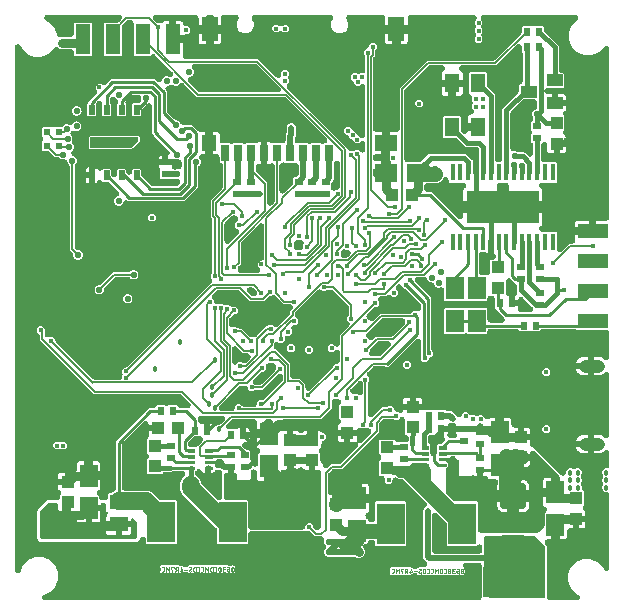
<source format=gbr>
G04 EAGLE Gerber RS-274X export*
G75*
%MOMM*%
%FSLAX34Y34*%
%LPD*%
%INBottom Copper*%
%IPPOS*%
%AMOC8*
5,1,8,0,0,1.08239X$1,22.5*%
G01*
%ADD10R,0.600000X0.600000*%
%ADD11R,1.080000X1.050000*%
%ADD12R,1.500000X1.950000*%
%ADD13R,1.050000X1.080000*%
%ADD14R,1.950000X1.500000*%
%ADD15R,1.270000X2.540000*%
%ADD16R,2.540000X1.270000*%
%ADD17C,0.492200*%
%ADD18R,0.450000X1.475000*%
%ADD19R,6.200000X2.750000*%
%ADD20R,0.600000X0.700000*%
%ADD21R,0.700000X0.600000*%
%ADD22R,1.600000X1.300000*%
%ADD23R,1.400000X2.000000*%
%ADD24R,1.280000X1.400000*%
%ADD25R,1.950000X1.400000*%
%ADD26R,0.700000X1.400000*%
%ADD27R,1.400000X1.000000*%
%ADD28C,0.025400*%
%ADD29R,2.350000X3.500000*%
%ADD30C,0.080000*%
%ADD31R,0.500000X0.850000*%
%ADD32R,1.250000X1.600000*%
%ADD33C,1.066800*%
%ADD34R,5.080000X2.540000*%
%ADD35C,0.406400*%
%ADD36C,0.457200*%
%ADD37C,0.553200*%
%ADD38C,0.762000*%
%ADD39C,0.508000*%
%ADD40C,1.270000*%
%ADD41C,0.254000*%
%ADD42C,0.431800*%
%ADD43C,0.403200*%
%ADD44C,0.889000*%
%ADD45C,0.381000*%
%ADD46C,0.127000*%
%ADD47C,1.524000*%
%ADD48C,0.177800*%

G36*
X393740Y1067D02*
X393740Y1067D01*
X393774Y1065D01*
X393964Y1087D01*
X394154Y1104D01*
X394187Y1113D01*
X394221Y1117D01*
X394404Y1173D01*
X394588Y1223D01*
X394619Y1237D01*
X394652Y1248D01*
X394823Y1334D01*
X394995Y1416D01*
X395023Y1436D01*
X395054Y1452D01*
X395206Y1567D01*
X395361Y1678D01*
X395385Y1703D01*
X395412Y1724D01*
X395542Y1864D01*
X395675Y2001D01*
X395694Y2030D01*
X395718Y2055D01*
X395820Y2216D01*
X395927Y2374D01*
X395941Y2406D01*
X395959Y2435D01*
X396032Y2611D01*
X396109Y2786D01*
X396117Y2819D01*
X396130Y2851D01*
X396171Y3038D01*
X396216Y3223D01*
X396218Y3258D01*
X396225Y3292D01*
X396244Y3603D01*
X396244Y30485D01*
X396241Y30520D01*
X396243Y30554D01*
X396221Y30744D01*
X396204Y30934D01*
X396195Y30967D01*
X396191Y31001D01*
X396136Y31184D01*
X396086Y31368D01*
X396071Y31399D01*
X396061Y31432D01*
X395974Y31602D01*
X395893Y31775D01*
X395872Y31803D01*
X395857Y31834D01*
X395741Y31986D01*
X395630Y32141D01*
X395606Y32165D01*
X395585Y32192D01*
X395445Y32322D01*
X395308Y32455D01*
X395279Y32474D01*
X395254Y32498D01*
X395093Y32600D01*
X394935Y32707D01*
X394903Y32721D01*
X394874Y32739D01*
X394697Y32812D01*
X394523Y32889D01*
X394489Y32897D01*
X394457Y32910D01*
X394271Y32951D01*
X394085Y32996D01*
X394051Y32998D01*
X394017Y33005D01*
X393705Y33024D01*
X383249Y33024D01*
X383090Y33010D01*
X382931Y33004D01*
X382866Y32990D01*
X382801Y32984D01*
X382647Y32942D01*
X382491Y32908D01*
X382430Y32883D01*
X382366Y32866D01*
X382222Y32797D01*
X382074Y32736D01*
X382019Y32701D01*
X381960Y32673D01*
X381830Y32580D01*
X381695Y32493D01*
X381647Y32449D01*
X381594Y32410D01*
X381482Y32296D01*
X381365Y32187D01*
X381326Y32135D01*
X381280Y32088D01*
X381190Y31955D01*
X381094Y31828D01*
X381064Y31769D01*
X381028Y31715D01*
X380963Y31569D01*
X380891Y31426D01*
X380872Y31363D01*
X380845Y31303D01*
X380807Y31148D01*
X380762Y30995D01*
X380754Y30929D01*
X380739Y30865D01*
X380729Y30706D01*
X380711Y30547D01*
X380715Y30482D01*
X380711Y30416D01*
X380729Y30257D01*
X380740Y30098D01*
X380755Y30034D01*
X380763Y29969D01*
X380809Y29815D01*
X380848Y29661D01*
X380879Y29584D01*
X380893Y29538D01*
X380920Y29485D01*
X380967Y29372D01*
X381046Y29209D01*
X381058Y29189D01*
X381067Y29167D01*
X381175Y28996D01*
X381279Y28824D01*
X381294Y28806D01*
X381307Y28786D01*
X381411Y28671D01*
X381604Y28109D01*
X381604Y28108D01*
X381627Y28054D01*
X381629Y28049D01*
X381632Y28043D01*
X381724Y27820D01*
X382076Y27098D01*
X382076Y25006D01*
X382007Y24866D01*
X381988Y24815D01*
X381962Y24768D01*
X381908Y24605D01*
X381846Y24445D01*
X381836Y24392D01*
X381819Y24341D01*
X381787Y24153D01*
X381774Y24139D01*
X381715Y24041D01*
X381648Y23948D01*
X381599Y23848D01*
X381542Y23753D01*
X381478Y23600D01*
X381451Y23543D01*
X381449Y23537D01*
X381444Y23534D01*
X381433Y23529D01*
X381396Y23504D01*
X381195Y23378D01*
X380322Y22754D01*
X378880Y22754D01*
X378861Y22763D01*
X378776Y22813D01*
X378656Y22857D01*
X378540Y22911D01*
X378446Y22935D01*
X378354Y22969D01*
X378228Y22991D01*
X378104Y23023D01*
X378007Y23031D01*
X377911Y23048D01*
X377783Y23047D01*
X377655Y23057D01*
X377558Y23047D01*
X377460Y23047D01*
X377335Y23024D01*
X377208Y23011D01*
X377078Y22978D01*
X377017Y22967D01*
X376977Y22951D01*
X376905Y22933D01*
X375967Y22628D01*
X375825Y22674D01*
X375715Y22700D01*
X375608Y22734D01*
X375496Y22750D01*
X375386Y22775D01*
X375274Y22780D01*
X375162Y22796D01*
X375049Y22791D01*
X374937Y22796D01*
X374825Y22782D01*
X374712Y22777D01*
X374609Y22754D01*
X371350Y22754D01*
X371291Y22773D01*
X371138Y22832D01*
X371078Y22843D01*
X371020Y22862D01*
X370857Y22884D01*
X370695Y22914D01*
X370634Y22915D01*
X370574Y22923D01*
X370409Y22916D01*
X370245Y22917D01*
X370185Y22907D01*
X370124Y22905D01*
X369963Y22869D01*
X369801Y22841D01*
X369744Y22820D01*
X369684Y22807D01*
X369558Y22754D01*
X368652Y22754D01*
X367594Y22754D01*
X367569Y22763D01*
X367534Y22769D01*
X367501Y22780D01*
X367313Y22806D01*
X367124Y22837D01*
X367089Y22836D01*
X367055Y22841D01*
X366865Y22833D01*
X366674Y22831D01*
X366640Y22824D01*
X366605Y22823D01*
X366419Y22781D01*
X366280Y22754D01*
X361682Y22754D01*
X360488Y22754D01*
X360487Y22754D01*
X346693Y22754D01*
X346563Y22829D01*
X346530Y22840D01*
X346499Y22857D01*
X346318Y22916D01*
X346138Y22980D01*
X346104Y22985D01*
X346071Y22996D01*
X345882Y23022D01*
X345694Y23053D01*
X345660Y23053D01*
X345625Y23057D01*
X345434Y23050D01*
X345244Y23047D01*
X345210Y23040D01*
X345175Y23039D01*
X344989Y22998D01*
X344802Y22962D01*
X344769Y22949D01*
X344736Y22942D01*
X344560Y22868D01*
X344382Y22799D01*
X344352Y22781D01*
X344320Y22768D01*
X344299Y22754D01*
X342939Y22754D01*
X342915Y22775D01*
X342860Y22806D01*
X342734Y22890D01*
X341818Y23419D01*
X341702Y23526D01*
X341575Y23652D01*
X341537Y23678D01*
X341503Y23709D01*
X341351Y23806D01*
X341204Y23907D01*
X341162Y23926D01*
X341123Y23951D01*
X340957Y24019D01*
X340794Y24093D01*
X340749Y24105D01*
X340706Y24122D01*
X340531Y24160D01*
X340357Y24204D01*
X340311Y24207D01*
X340266Y24217D01*
X339954Y24236D01*
X339824Y24236D01*
X339757Y24230D01*
X339689Y24232D01*
X339533Y24210D01*
X339376Y24196D01*
X339310Y24178D01*
X339243Y24169D01*
X339094Y24119D01*
X338941Y24078D01*
X338880Y24049D01*
X338816Y24027D01*
X338784Y24010D01*
X338520Y23935D01*
X338486Y23921D01*
X338450Y23913D01*
X338276Y23841D01*
X338100Y23773D01*
X338068Y23754D01*
X338034Y23740D01*
X337876Y23637D01*
X337758Y23566D01*
X337703Y23561D01*
X337544Y23518D01*
X337384Y23482D01*
X337327Y23459D01*
X337269Y23443D01*
X337120Y23372D01*
X336968Y23309D01*
X336917Y23275D01*
X336862Y23249D01*
X336728Y23154D01*
X336590Y23064D01*
X336532Y23013D01*
X336496Y22987D01*
X336453Y22943D01*
X336356Y22857D01*
X336253Y22754D01*
X331879Y22754D01*
X331852Y22752D01*
X331825Y22754D01*
X331628Y22732D01*
X331430Y22714D01*
X331404Y22707D01*
X331378Y22704D01*
X331139Y22641D01*
X331050Y22685D01*
X330957Y22722D01*
X330868Y22768D01*
X330748Y22804D01*
X330631Y22850D01*
X330533Y22870D01*
X330437Y22899D01*
X330313Y22914D01*
X330190Y22938D01*
X330089Y22940D01*
X329990Y22952D01*
X329865Y22945D01*
X329739Y22947D01*
X329640Y22932D01*
X329541Y22926D01*
X329353Y22886D01*
X329295Y22877D01*
X329272Y22869D01*
X329235Y22861D01*
X328427Y22636D01*
X328410Y22644D01*
X328272Y22679D01*
X328137Y22723D01*
X328054Y22734D01*
X327973Y22755D01*
X327831Y22765D01*
X327691Y22784D01*
X327608Y22781D01*
X327524Y22787D01*
X327383Y22771D01*
X327241Y22766D01*
X327190Y22754D01*
X319413Y22754D01*
X318598Y23570D01*
X318598Y24914D01*
X318642Y24993D01*
X318654Y25025D01*
X318670Y25056D01*
X318729Y25238D01*
X318793Y25417D01*
X318799Y25451D01*
X318810Y25484D01*
X318836Y25673D01*
X318867Y25861D01*
X318866Y25896D01*
X318871Y25930D01*
X318863Y26120D01*
X318861Y26312D01*
X318854Y26346D01*
X318853Y26380D01*
X318811Y26566D01*
X318775Y26754D01*
X318763Y26786D01*
X318755Y26820D01*
X318682Y26995D01*
X318613Y27174D01*
X318598Y27199D01*
X318598Y28534D01*
X319413Y29350D01*
X320837Y29350D01*
X321218Y29350D01*
X322280Y29350D01*
X322359Y29357D01*
X322438Y29355D01*
X322582Y29377D01*
X322728Y29390D01*
X322805Y29410D01*
X322883Y29422D01*
X323021Y29469D01*
X323040Y29475D01*
X323237Y29425D01*
X323390Y29401D01*
X323541Y29369D01*
X323632Y29363D01*
X323682Y29355D01*
X323739Y29357D01*
X323853Y29350D01*
X325425Y29350D01*
X325579Y29363D01*
X325734Y29368D01*
X325823Y29385D01*
X325874Y29390D01*
X325929Y29405D01*
X326041Y29425D01*
X326226Y29472D01*
X326246Y29464D01*
X326389Y29433D01*
X326530Y29393D01*
X326609Y29385D01*
X326686Y29369D01*
X326946Y29353D01*
X326978Y29350D01*
X326986Y29350D01*
X326998Y29350D01*
X327068Y29350D01*
X327255Y29366D01*
X327442Y29377D01*
X327487Y29387D01*
X327517Y29390D01*
X327577Y29406D01*
X327748Y29442D01*
X327861Y29474D01*
X327886Y29464D01*
X328061Y29426D01*
X328235Y29382D01*
X328281Y29379D01*
X328326Y29369D01*
X328638Y29350D01*
X334245Y29350D01*
X334374Y29311D01*
X334523Y29258D01*
X334589Y29247D01*
X334654Y29228D01*
X334811Y29211D01*
X334967Y29185D01*
X335034Y29186D01*
X335101Y29178D01*
X335259Y29189D01*
X335417Y29191D01*
X335483Y29204D01*
X335550Y29208D01*
X335856Y29275D01*
X336483Y29455D01*
X337635Y28815D01*
X337719Y28675D01*
X337750Y28640D01*
X337776Y28600D01*
X337899Y28471D01*
X338017Y28338D01*
X338054Y28308D01*
X338086Y28274D01*
X338230Y28168D01*
X338369Y28058D01*
X338411Y28035D01*
X338449Y28007D01*
X338609Y27929D01*
X338766Y27844D01*
X338811Y27830D01*
X338854Y27809D01*
X339024Y27760D01*
X339194Y27704D01*
X339241Y27698D01*
X339286Y27685D01*
X339464Y27667D01*
X339640Y27642D01*
X339687Y27644D01*
X339734Y27639D01*
X339912Y27653D01*
X340090Y27660D01*
X340136Y27670D01*
X340183Y27674D01*
X340355Y27718D01*
X340529Y27757D01*
X340573Y27775D01*
X340619Y27787D01*
X340781Y27861D01*
X340945Y27930D01*
X340985Y27955D01*
X341028Y27975D01*
X341289Y28147D01*
X342098Y28754D01*
X342893Y29350D01*
X347758Y29350D01*
X347888Y29361D01*
X348018Y29363D01*
X348111Y29381D01*
X348207Y29390D01*
X348332Y29424D01*
X348460Y29448D01*
X348549Y29483D01*
X348641Y29508D01*
X348758Y29564D01*
X348880Y29611D01*
X348961Y29660D01*
X349048Y29701D01*
X349153Y29777D01*
X349264Y29845D01*
X349336Y29908D01*
X349414Y29964D01*
X349504Y30057D01*
X349602Y30143D01*
X349661Y30218D01*
X349728Y30286D01*
X349800Y30394D01*
X349881Y30496D01*
X349926Y30580D01*
X349980Y30659D01*
X350032Y30778D01*
X350094Y30893D01*
X350123Y30984D01*
X350162Y31071D01*
X350193Y31197D01*
X350233Y31321D01*
X350246Y31416D01*
X350269Y31509D01*
X350277Y31638D01*
X350294Y31767D01*
X350291Y31863D01*
X350296Y31958D01*
X350281Y32087D01*
X350276Y32217D01*
X350255Y32310D01*
X350244Y32405D01*
X350207Y32530D01*
X350178Y32657D01*
X350142Y32745D01*
X350114Y32836D01*
X350055Y32952D01*
X350005Y33072D01*
X349953Y33152D01*
X349910Y33237D01*
X349831Y33341D01*
X349761Y33450D01*
X349674Y33548D01*
X349638Y33596D01*
X349605Y33627D01*
X349554Y33684D01*
X348207Y35031D01*
X347294Y35944D01*
X346714Y37343D01*
X346714Y77388D01*
X347294Y78787D01*
X348364Y79857D01*
X348419Y79880D01*
X348492Y79918D01*
X348569Y79948D01*
X348691Y80022D01*
X348818Y80088D01*
X348883Y80139D01*
X348953Y80182D01*
X349061Y80276D01*
X349174Y80364D01*
X349229Y80425D01*
X349291Y80480D01*
X349380Y80592D01*
X349476Y80698D01*
X349519Y80768D01*
X349570Y80833D01*
X349638Y80959D01*
X349713Y81080D01*
X349744Y81157D01*
X349783Y81230D01*
X349827Y81366D01*
X349880Y81499D01*
X349897Y81580D01*
X349922Y81658D01*
X349942Y81799D01*
X349970Y81940D01*
X349972Y82022D01*
X349983Y82104D01*
X349978Y82247D01*
X349981Y82390D01*
X349968Y82471D01*
X349965Y82554D01*
X349934Y82694D01*
X349912Y82835D01*
X349885Y82913D01*
X349868Y82993D01*
X349812Y83126D01*
X349766Y83261D01*
X349726Y83333D01*
X349694Y83409D01*
X349616Y83529D01*
X349547Y83654D01*
X349494Y83718D01*
X349450Y83787D01*
X349286Y83972D01*
X349261Y84002D01*
X349253Y84009D01*
X349243Y84021D01*
X347144Y86120D01*
X330786Y102478D01*
X330781Y102486D01*
X330679Y102602D01*
X330640Y102651D01*
X330613Y102676D01*
X330574Y102720D01*
X329893Y103401D01*
X329767Y103506D01*
X329646Y103618D01*
X329595Y103650D01*
X329548Y103690D01*
X329405Y103771D01*
X329267Y103859D01*
X329210Y103883D01*
X329157Y103913D01*
X329002Y103968D01*
X328850Y104030D01*
X328790Y104043D01*
X328733Y104064D01*
X328571Y104091D01*
X328410Y104125D01*
X328333Y104130D01*
X328289Y104137D01*
X328228Y104136D01*
X328098Y104144D01*
X325340Y104144D01*
X325116Y104368D01*
X325017Y104451D01*
X324924Y104542D01*
X324844Y104595D01*
X324771Y104657D01*
X324658Y104721D01*
X324550Y104794D01*
X324463Y104832D01*
X324380Y104880D01*
X324258Y104923D01*
X324139Y104976D01*
X324046Y104999D01*
X323956Y105031D01*
X323828Y105052D01*
X323701Y105083D01*
X323606Y105089D01*
X323512Y105104D01*
X323382Y105102D01*
X323252Y105110D01*
X323157Y105099D01*
X323061Y105098D01*
X322934Y105073D01*
X322805Y105058D01*
X322713Y105031D01*
X322619Y105013D01*
X322498Y104966D01*
X322374Y104928D01*
X322288Y104885D01*
X322199Y104850D01*
X322088Y104783D01*
X321972Y104724D01*
X321896Y104666D01*
X321815Y104616D01*
X321717Y104530D01*
X321614Y104452D01*
X321549Y104381D01*
X321477Y104318D01*
X321397Y104216D01*
X321308Y104121D01*
X321257Y104040D01*
X321198Y103965D01*
X321136Y103850D01*
X321067Y103741D01*
X321030Y103652D01*
X320985Y103568D01*
X320945Y103445D01*
X320896Y103324D01*
X320875Y103231D01*
X320846Y103140D01*
X320828Y103011D01*
X320801Y102884D01*
X320793Y102754D01*
X320785Y102694D01*
X320786Y102649D01*
X320782Y102572D01*
X320782Y101511D01*
X318859Y99588D01*
X316141Y99588D01*
X314218Y101511D01*
X314218Y104115D01*
X314215Y104150D01*
X314217Y104184D01*
X314195Y104374D01*
X314178Y104564D01*
X314169Y104597D01*
X314165Y104631D01*
X314110Y104814D01*
X314060Y104998D01*
X314045Y105029D01*
X314035Y105062D01*
X313948Y105233D01*
X313867Y105405D01*
X313846Y105433D01*
X313831Y105464D01*
X313715Y105616D01*
X313604Y105771D01*
X313580Y105795D01*
X313559Y105822D01*
X313419Y105952D01*
X313282Y106085D01*
X313253Y106104D01*
X313228Y106128D01*
X313067Y106230D01*
X312909Y106337D01*
X312877Y106351D01*
X312848Y106369D01*
X312671Y106442D01*
X312497Y106519D01*
X312463Y106527D01*
X312431Y106540D01*
X312245Y106581D01*
X312059Y106626D01*
X312025Y106628D01*
X311991Y106635D01*
X311679Y106654D01*
X310306Y106654D01*
X309564Y107396D01*
X309564Y118944D01*
X310745Y120124D01*
X310767Y120151D01*
X310793Y120174D01*
X310911Y120323D01*
X311034Y120470D01*
X311051Y120500D01*
X311072Y120527D01*
X311162Y120695D01*
X311257Y120861D01*
X311268Y120893D01*
X311285Y120924D01*
X311344Y121105D01*
X311408Y121285D01*
X311413Y121319D01*
X311424Y121352D01*
X311450Y121541D01*
X311481Y121729D01*
X311481Y121764D01*
X311485Y121798D01*
X311478Y121989D01*
X311475Y122180D01*
X311468Y122214D01*
X311467Y122248D01*
X311426Y122434D01*
X311389Y122622D01*
X311377Y122654D01*
X311369Y122688D01*
X311296Y122863D01*
X311227Y123042D01*
X311209Y123071D01*
X311196Y123103D01*
X311092Y123263D01*
X310993Y123426D01*
X310970Y123452D01*
X310952Y123481D01*
X310745Y123716D01*
X309564Y124896D01*
X309564Y136444D01*
X310306Y137186D01*
X322154Y137186D01*
X323601Y135739D01*
X323727Y135634D01*
X323848Y135522D01*
X323899Y135490D01*
X323946Y135450D01*
X324089Y135369D01*
X324227Y135281D01*
X324284Y135257D01*
X324337Y135227D01*
X324492Y135172D01*
X324644Y135110D01*
X324704Y135097D01*
X324761Y135076D01*
X324923Y135049D01*
X325084Y135015D01*
X325161Y135010D01*
X325205Y135003D01*
X325266Y135004D01*
X325396Y134996D01*
X332037Y134996D01*
X332062Y134998D01*
X332087Y134996D01*
X332286Y135018D01*
X332486Y135036D01*
X332510Y135042D01*
X332535Y135045D01*
X332727Y135101D01*
X332920Y135154D01*
X332943Y135165D01*
X332967Y135172D01*
X333147Y135262D01*
X333327Y135347D01*
X333347Y135362D01*
X333370Y135373D01*
X333530Y135493D01*
X333693Y135610D01*
X333710Y135628D01*
X333730Y135643D01*
X333867Y135788D01*
X334007Y135932D01*
X334021Y135953D01*
X334038Y135972D01*
X334146Y136139D01*
X334259Y136305D01*
X334269Y136328D01*
X334283Y136350D01*
X334360Y136535D01*
X334441Y136717D01*
X334447Y136742D01*
X334457Y136765D01*
X334500Y136960D01*
X334548Y137155D01*
X334549Y137180D01*
X334555Y137204D01*
X334576Y137516D01*
X334583Y138386D01*
X334579Y138430D01*
X334582Y138474D01*
X334561Y138654D01*
X334546Y138835D01*
X334535Y138878D01*
X334530Y138921D01*
X334477Y139095D01*
X334431Y139270D01*
X334412Y139310D01*
X334399Y139352D01*
X334317Y139514D01*
X334240Y139678D01*
X334215Y139714D01*
X334195Y139754D01*
X334085Y139898D01*
X333981Y140046D01*
X333950Y140077D01*
X333923Y140112D01*
X333790Y140235D01*
X333660Y140363D01*
X333624Y140388D01*
X333592Y140418D01*
X333438Y140515D01*
X333289Y140618D01*
X333249Y140636D01*
X333212Y140659D01*
X333044Y140728D01*
X332879Y140803D01*
X332836Y140814D01*
X332796Y140830D01*
X332618Y140869D01*
X332442Y140913D01*
X332398Y140916D01*
X332355Y140925D01*
X332043Y140944D01*
X331896Y140944D01*
X331154Y141686D01*
X331154Y153991D01*
X331143Y154120D01*
X331141Y154250D01*
X331123Y154344D01*
X331114Y154439D01*
X331080Y154565D01*
X331056Y154692D01*
X331021Y154781D01*
X330996Y154873D01*
X330940Y154991D01*
X330893Y155112D01*
X330843Y155194D01*
X330803Y155280D01*
X330727Y155386D01*
X330659Y155497D01*
X330596Y155568D01*
X330540Y155646D01*
X330447Y155737D01*
X330361Y155834D01*
X330286Y155894D01*
X330218Y155960D01*
X330110Y156033D01*
X330008Y156114D01*
X329924Y156159D01*
X329845Y156212D01*
X329726Y156265D01*
X329611Y156326D01*
X329520Y156356D01*
X329433Y156394D01*
X329306Y156425D01*
X329183Y156465D01*
X329088Y156478D01*
X328995Y156501D01*
X328866Y156509D01*
X328737Y156527D01*
X328641Y156523D01*
X328546Y156529D01*
X328417Y156514D01*
X328287Y156508D01*
X328194Y156488D01*
X328099Y156477D01*
X327974Y156439D01*
X327847Y156411D01*
X327759Y156374D01*
X327668Y156346D01*
X327552Y156287D01*
X327432Y156237D01*
X327352Y156185D01*
X327267Y156142D01*
X327163Y156064D01*
X327054Y155993D01*
X326956Y155907D01*
X326908Y155870D01*
X326877Y155837D01*
X326820Y155786D01*
X325216Y154182D01*
X322089Y154182D01*
X322057Y154195D01*
X321998Y154208D01*
X321941Y154229D01*
X321778Y154255D01*
X321617Y154290D01*
X321540Y154295D01*
X321496Y154302D01*
X321435Y154301D01*
X321305Y154309D01*
X313762Y154309D01*
X313599Y154295D01*
X313434Y154288D01*
X313375Y154275D01*
X313314Y154269D01*
X313155Y154226D01*
X312995Y154191D01*
X312938Y154167D01*
X312879Y154151D01*
X312731Y154080D01*
X312579Y154017D01*
X312528Y153984D01*
X312473Y153958D01*
X312339Y153862D01*
X312201Y153773D01*
X312143Y153722D01*
X312107Y153695D01*
X312064Y153652D01*
X311967Y153566D01*
X309984Y151583D01*
X309879Y151457D01*
X309767Y151336D01*
X309735Y151285D01*
X309695Y151238D01*
X309614Y151095D01*
X309526Y150956D01*
X309502Y150900D01*
X309472Y150847D01*
X309417Y150692D01*
X309355Y150540D01*
X309342Y150480D01*
X309321Y150423D01*
X309294Y150260D01*
X309260Y150100D01*
X309255Y150023D01*
X309248Y149978D01*
X309249Y149917D01*
X309241Y149788D01*
X309241Y143993D01*
X277647Y112399D01*
X271079Y112399D01*
X270915Y112385D01*
X270751Y112378D01*
X270691Y112365D01*
X270631Y112359D01*
X270472Y112316D01*
X270311Y112281D01*
X270255Y112257D01*
X270196Y112241D01*
X270048Y112170D01*
X269896Y112107D01*
X269844Y112074D01*
X269790Y112048D01*
X269656Y111952D01*
X269518Y111863D01*
X269460Y111812D01*
X269423Y111785D01*
X269381Y111742D01*
X269284Y111656D01*
X266804Y109176D01*
X266699Y109050D01*
X266587Y108929D01*
X266555Y108878D01*
X266515Y108831D01*
X266434Y108688D01*
X266346Y108550D01*
X266322Y108493D01*
X266292Y108440D01*
X266237Y108285D01*
X266175Y108133D01*
X266162Y108073D01*
X266141Y108016D01*
X266114Y107854D01*
X266080Y107693D01*
X266075Y107616D01*
X266068Y107572D01*
X266069Y107511D01*
X266061Y107381D01*
X266061Y92740D01*
X266064Y92705D01*
X266062Y92671D01*
X266084Y92482D01*
X266101Y92291D01*
X266110Y92258D01*
X266114Y92224D01*
X266169Y92041D01*
X266219Y91857D01*
X266234Y91826D01*
X266244Y91793D01*
X266331Y91622D01*
X266412Y91450D01*
X266433Y91422D01*
X266448Y91391D01*
X266564Y91239D01*
X266675Y91084D01*
X266699Y91060D01*
X266720Y91033D01*
X266860Y90904D01*
X266997Y90770D01*
X267026Y90751D01*
X267051Y90727D01*
X267212Y90625D01*
X267370Y90518D01*
X267402Y90504D01*
X267431Y90486D01*
X267608Y90413D01*
X267782Y90336D01*
X267816Y90328D01*
X267848Y90315D01*
X268034Y90275D01*
X268220Y90229D01*
X268254Y90227D01*
X268288Y90220D01*
X268600Y90201D01*
X270426Y90201D01*
X270426Y82495D01*
X270429Y82461D01*
X270427Y82426D01*
X270449Y82237D01*
X270466Y82047D01*
X270475Y82013D01*
X270479Y81979D01*
X270534Y81796D01*
X270584Y81612D01*
X270599Y81581D01*
X270609Y81548D01*
X270696Y81377D01*
X270778Y81206D01*
X270798Y81178D01*
X270813Y81147D01*
X270929Y80995D01*
X271040Y80840D01*
X271065Y80815D01*
X271085Y80788D01*
X271225Y80659D01*
X271362Y80526D01*
X271391Y80506D01*
X271417Y80483D01*
X271578Y80380D01*
X271735Y80273D01*
X271767Y80259D01*
X271796Y80241D01*
X271973Y80168D01*
X272147Y80091D01*
X272181Y80083D01*
X272213Y80070D01*
X272399Y80030D01*
X272585Y79985D01*
X272619Y79982D01*
X272653Y79975D01*
X272965Y79956D01*
X273135Y79956D01*
X273170Y79959D01*
X273204Y79957D01*
X273393Y79979D01*
X273584Y79996D01*
X273617Y80005D01*
X273651Y80009D01*
X273834Y80064D01*
X274018Y80114D01*
X274049Y80129D01*
X274082Y80139D01*
X274253Y80226D01*
X274425Y80308D01*
X274453Y80328D01*
X274484Y80344D01*
X274636Y80459D01*
X274791Y80570D01*
X274815Y80595D01*
X274842Y80616D01*
X274971Y80756D01*
X275105Y80893D01*
X275124Y80921D01*
X275148Y80947D01*
X275250Y81108D01*
X275357Y81266D01*
X275371Y81297D01*
X275389Y81327D01*
X275462Y81503D01*
X275539Y81677D01*
X275547Y81711D01*
X275560Y81743D01*
X275600Y81930D01*
X275646Y82115D01*
X275648Y82149D01*
X275655Y82183D01*
X275674Y82495D01*
X275674Y90201D01*
X278250Y90201D01*
X278285Y90204D01*
X278319Y90202D01*
X278508Y90224D01*
X278699Y90241D01*
X278732Y90250D01*
X278766Y90254D01*
X278949Y90309D01*
X279133Y90359D01*
X279164Y90374D01*
X279197Y90384D01*
X279368Y90471D01*
X279540Y90553D01*
X279568Y90573D01*
X279599Y90588D01*
X279751Y90704D01*
X279906Y90815D01*
X279930Y90840D01*
X279957Y90860D01*
X280086Y91000D01*
X280220Y91137D01*
X280239Y91166D01*
X280263Y91192D01*
X280365Y91353D01*
X280472Y91510D01*
X280486Y91542D01*
X280504Y91571D01*
X280577Y91748D01*
X280654Y91922D01*
X280662Y91956D01*
X280675Y91988D01*
X280715Y92175D01*
X280761Y92360D01*
X280763Y92394D01*
X280770Y92428D01*
X280789Y92740D01*
X280789Y97495D01*
X280962Y98141D01*
X281297Y98720D01*
X281770Y99193D01*
X282349Y99528D01*
X282995Y99701D01*
X287081Y99701D01*
X287081Y88620D01*
X287084Y88586D01*
X287082Y88551D01*
X287104Y88362D01*
X287121Y88172D01*
X287130Y88138D01*
X287134Y88104D01*
X287189Y87921D01*
X287239Y87737D01*
X287254Y87706D01*
X287264Y87673D01*
X287351Y87502D01*
X287433Y87331D01*
X287453Y87303D01*
X287468Y87272D01*
X287584Y87120D01*
X287695Y86965D01*
X287720Y86940D01*
X287740Y86913D01*
X287880Y86784D01*
X288017Y86651D01*
X288046Y86631D01*
X288072Y86608D01*
X288233Y86505D01*
X288390Y86398D01*
X288422Y86384D01*
X288451Y86366D01*
X288628Y86293D01*
X288802Y86216D01*
X288836Y86208D01*
X288868Y86195D01*
X289054Y86155D01*
X289240Y86110D01*
X289274Y86107D01*
X289308Y86100D01*
X289507Y86088D01*
X289524Y85942D01*
X289541Y85751D01*
X289550Y85718D01*
X289554Y85684D01*
X289609Y85501D01*
X289659Y85317D01*
X289674Y85286D01*
X289684Y85253D01*
X289771Y85082D01*
X289853Y84910D01*
X289873Y84882D01*
X289889Y84851D01*
X290004Y84699D01*
X290115Y84544D01*
X290140Y84520D01*
X290161Y84493D01*
X290301Y84364D01*
X290438Y84230D01*
X290466Y84211D01*
X290492Y84187D01*
X290653Y84085D01*
X290811Y83978D01*
X290842Y83964D01*
X290872Y83946D01*
X291048Y83873D01*
X291222Y83796D01*
X291256Y83788D01*
X291288Y83775D01*
X291475Y83734D01*
X291660Y83689D01*
X291694Y83687D01*
X291728Y83680D01*
X292040Y83661D01*
X300871Y83661D01*
X300871Y77325D01*
X300698Y76679D01*
X300363Y76100D01*
X299890Y75627D01*
X299119Y75182D01*
X299003Y75100D01*
X298882Y75027D01*
X298819Y74971D01*
X298750Y74923D01*
X298651Y74822D01*
X298545Y74729D01*
X298493Y74663D01*
X298433Y74603D01*
X298353Y74487D01*
X298265Y74375D01*
X298226Y74301D01*
X298178Y74232D01*
X298119Y74103D01*
X298053Y73979D01*
X298027Y73899D01*
X297992Y73822D01*
X297957Y73685D01*
X297913Y73550D01*
X297902Y73467D01*
X297881Y73386D01*
X297871Y73245D01*
X297852Y73104D01*
X297855Y73020D01*
X297850Y72937D01*
X297865Y72796D01*
X297870Y72654D01*
X297889Y72572D01*
X297898Y72489D01*
X297937Y72353D01*
X297968Y72215D01*
X298000Y72137D01*
X298024Y72057D01*
X298087Y71930D01*
X298142Y71799D01*
X298187Y71729D01*
X298225Y71654D01*
X298309Y71540D01*
X298386Y71421D01*
X298460Y71338D01*
X298493Y71292D01*
X298531Y71257D01*
X298593Y71187D01*
X299596Y70184D01*
X299596Y70065D01*
X299599Y70030D01*
X299597Y69996D01*
X299619Y69806D01*
X299636Y69616D01*
X299645Y69583D01*
X299649Y69549D01*
X299704Y69366D01*
X299754Y69182D01*
X299769Y69151D01*
X299779Y69118D01*
X299866Y68947D01*
X299947Y68775D01*
X299968Y68747D01*
X299983Y68716D01*
X300099Y68564D01*
X300210Y68409D01*
X300234Y68385D01*
X300255Y68358D01*
X300395Y68228D01*
X300532Y68095D01*
X300561Y68076D01*
X300586Y68052D01*
X300747Y67950D01*
X300905Y67843D01*
X300937Y67829D01*
X300966Y67811D01*
X301143Y67738D01*
X301317Y67661D01*
X301351Y67653D01*
X301383Y67640D01*
X301569Y67599D01*
X301755Y67554D01*
X301789Y67552D01*
X301823Y67545D01*
X302135Y67526D01*
X303755Y67526D01*
X303790Y67529D01*
X303824Y67527D01*
X304014Y67549D01*
X304204Y67566D01*
X304237Y67575D01*
X304271Y67579D01*
X304454Y67634D01*
X304638Y67684D01*
X304669Y67699D01*
X304702Y67709D01*
X304873Y67796D01*
X305045Y67877D01*
X305073Y67898D01*
X305104Y67913D01*
X305256Y68029D01*
X305411Y68140D01*
X305435Y68164D01*
X305462Y68185D01*
X305592Y68325D01*
X305725Y68462D01*
X305744Y68491D01*
X305768Y68516D01*
X305870Y68677D01*
X305977Y68835D01*
X305991Y68867D01*
X306009Y68896D01*
X306082Y69073D01*
X306159Y69247D01*
X306167Y69281D01*
X306180Y69313D01*
X306221Y69499D01*
X306266Y69685D01*
X306268Y69719D01*
X306275Y69753D01*
X306294Y70065D01*
X306294Y84044D01*
X307036Y84786D01*
X331584Y84786D01*
X332326Y84044D01*
X332326Y47996D01*
X331584Y47254D01*
X307036Y47254D01*
X306294Y47996D01*
X306294Y49535D01*
X306291Y49570D01*
X306293Y49604D01*
X306271Y49794D01*
X306254Y49984D01*
X306245Y50017D01*
X306241Y50051D01*
X306186Y50234D01*
X306136Y50418D01*
X306121Y50449D01*
X306111Y50482D01*
X306024Y50653D01*
X305943Y50825D01*
X305922Y50853D01*
X305907Y50884D01*
X305791Y51036D01*
X305680Y51191D01*
X305656Y51215D01*
X305635Y51242D01*
X305495Y51372D01*
X305358Y51505D01*
X305329Y51524D01*
X305304Y51548D01*
X305143Y51650D01*
X304985Y51757D01*
X304953Y51771D01*
X304924Y51789D01*
X304747Y51862D01*
X304573Y51939D01*
X304539Y51947D01*
X304507Y51960D01*
X304321Y52001D01*
X304135Y52046D01*
X304101Y52048D01*
X304067Y52055D01*
X303755Y52074D01*
X302135Y52074D01*
X302100Y52071D01*
X302066Y52073D01*
X301876Y52051D01*
X301686Y52034D01*
X301653Y52025D01*
X301619Y52021D01*
X301436Y51966D01*
X301252Y51916D01*
X301221Y51901D01*
X301188Y51891D01*
X301017Y51804D01*
X300845Y51723D01*
X300817Y51702D01*
X300786Y51687D01*
X300634Y51571D01*
X300479Y51460D01*
X300455Y51436D01*
X300428Y51415D01*
X300298Y51275D01*
X300165Y51138D01*
X300146Y51109D01*
X300122Y51084D01*
X300020Y50923D01*
X299913Y50765D01*
X299899Y50733D01*
X299881Y50704D01*
X299808Y50527D01*
X299731Y50353D01*
X299723Y50319D01*
X299710Y50287D01*
X299669Y50101D01*
X299624Y49915D01*
X299622Y49881D01*
X299615Y49847D01*
X299602Y49642D01*
X298854Y48894D01*
X298424Y48894D01*
X298294Y48883D01*
X298165Y48881D01*
X298131Y48875D01*
X298096Y48873D01*
X298037Y48860D01*
X297976Y48854D01*
X297849Y48820D01*
X297722Y48795D01*
X297691Y48783D01*
X297656Y48776D01*
X297600Y48752D01*
X297541Y48736D01*
X297423Y48680D01*
X297302Y48633D01*
X297273Y48615D01*
X297241Y48602D01*
X297190Y48569D01*
X297135Y48543D01*
X297029Y48467D01*
X296918Y48399D01*
X296892Y48376D01*
X296863Y48358D01*
X296805Y48307D01*
X296769Y48280D01*
X296726Y48237D01*
X296629Y48151D01*
X296606Y48124D01*
X296580Y48101D01*
X296521Y48026D01*
X296455Y47958D01*
X296401Y47879D01*
X296340Y47805D01*
X296322Y47775D01*
X296301Y47748D01*
X296256Y47664D01*
X296202Y47585D01*
X296164Y47498D01*
X296116Y47414D01*
X296105Y47382D01*
X296088Y47351D01*
X296059Y47260D01*
X296020Y47173D01*
X295998Y47081D01*
X295965Y46990D01*
X295960Y46956D01*
X295949Y46923D01*
X295936Y46828D01*
X295914Y46735D01*
X295908Y46641D01*
X295892Y46546D01*
X295892Y46511D01*
X295888Y46477D01*
X295892Y46380D01*
X295886Y46286D01*
X295897Y46192D01*
X295898Y46095D01*
X295905Y46061D01*
X295906Y46027D01*
X295927Y45933D01*
X295938Y45839D01*
X295965Y45748D01*
X295984Y45653D01*
X295996Y45621D01*
X296004Y45587D01*
X296041Y45498D01*
X296068Y45408D01*
X296111Y45324D01*
X296146Y45233D01*
X296164Y45204D01*
X296177Y45172D01*
X296230Y45090D01*
X296273Y45007D01*
X296330Y44932D01*
X296370Y44866D01*
X297176Y42920D01*
X297176Y40900D01*
X296403Y39035D01*
X294975Y37607D01*
X293110Y36834D01*
X291090Y36834D01*
X289130Y37647D01*
X289126Y37649D01*
X288983Y37731D01*
X288844Y37819D01*
X288788Y37843D01*
X288735Y37873D01*
X288580Y37928D01*
X288428Y37990D01*
X288368Y38003D01*
X288311Y38024D01*
X288149Y38051D01*
X287988Y38085D01*
X287911Y38090D01*
X287867Y38097D01*
X287806Y38096D01*
X287676Y38104D01*
X285063Y38104D01*
X284946Y38094D01*
X284829Y38094D01*
X284723Y38074D01*
X284614Y38064D01*
X284501Y38034D01*
X284386Y38013D01*
X284240Y37962D01*
X284180Y37946D01*
X284147Y37930D01*
X284091Y37911D01*
X284012Y37878D01*
X282408Y37878D01*
X282329Y37911D01*
X282218Y37946D01*
X282109Y37990D01*
X282003Y38013D01*
X281899Y38046D01*
X281783Y38061D01*
X281669Y38085D01*
X281515Y38095D01*
X281453Y38103D01*
X281416Y38101D01*
X281357Y38104D01*
X277443Y38104D01*
X277326Y38094D01*
X277209Y38094D01*
X277103Y38074D01*
X276994Y38064D01*
X276881Y38034D01*
X276766Y38013D01*
X276620Y37962D01*
X276560Y37946D01*
X276527Y37930D01*
X276471Y37911D01*
X276392Y37878D01*
X274788Y37878D01*
X274709Y37911D01*
X274598Y37946D01*
X274489Y37990D01*
X274383Y38013D01*
X274279Y38046D01*
X274163Y38061D01*
X274049Y38085D01*
X273895Y38095D01*
X273833Y38103D01*
X273796Y38101D01*
X273737Y38104D01*
X268553Y38104D01*
X268436Y38094D01*
X268319Y38094D01*
X268213Y38074D01*
X268104Y38064D01*
X267991Y38034D01*
X267876Y38013D01*
X267730Y37962D01*
X267670Y37946D01*
X267637Y37930D01*
X267581Y37911D01*
X267502Y37878D01*
X265898Y37878D01*
X264416Y38492D01*
X263282Y39626D01*
X262668Y41108D01*
X262668Y42712D01*
X263282Y44194D01*
X263648Y44559D01*
X263670Y44586D01*
X263696Y44609D01*
X263814Y44758D01*
X263937Y44905D01*
X263954Y44935D01*
X263975Y44962D01*
X264066Y45130D01*
X264160Y45296D01*
X264172Y45328D01*
X264188Y45359D01*
X264247Y45541D01*
X264311Y45720D01*
X264317Y45754D01*
X264327Y45787D01*
X264353Y45976D01*
X264384Y46164D01*
X264384Y46199D01*
X264389Y46233D01*
X264381Y46422D01*
X264378Y46615D01*
X264372Y46649D01*
X264370Y46683D01*
X264329Y46869D01*
X264293Y47057D01*
X264280Y47089D01*
X264273Y47123D01*
X264199Y47299D01*
X264130Y47477D01*
X264112Y47506D01*
X264099Y47538D01*
X263996Y47698D01*
X263897Y47861D01*
X263874Y47887D01*
X263855Y47916D01*
X263648Y48151D01*
X263282Y48516D01*
X262668Y49998D01*
X262668Y51602D01*
X262725Y51738D01*
X262749Y51817D01*
X262783Y51892D01*
X262817Y52032D01*
X262860Y52168D01*
X262870Y52250D01*
X262890Y52330D01*
X262898Y52472D01*
X262916Y52615D01*
X262912Y52697D01*
X262917Y52779D01*
X262901Y52921D01*
X262893Y53064D01*
X262875Y53145D01*
X262865Y53226D01*
X262824Y53363D01*
X262791Y53503D01*
X262759Y53579D01*
X262735Y53657D01*
X262670Y53785D01*
X262613Y53916D01*
X262568Y53985D01*
X262530Y54059D01*
X262444Y54173D01*
X262365Y54292D01*
X262308Y54352D01*
X262258Y54417D01*
X262153Y54515D01*
X262054Y54618D01*
X261988Y54667D01*
X261927Y54723D01*
X261806Y54800D01*
X261691Y54884D01*
X261617Y54920D01*
X261548Y54964D01*
X261415Y55019D01*
X261287Y55082D01*
X261207Y55104D01*
X261131Y55135D01*
X260991Y55166D01*
X260853Y55205D01*
X260771Y55213D01*
X260691Y55230D01*
X260445Y55245D01*
X260405Y55249D01*
X260395Y55248D01*
X260379Y55249D01*
X255224Y55249D01*
X251527Y58946D01*
X251401Y59051D01*
X251280Y59163D01*
X251229Y59195D01*
X251182Y59234D01*
X251039Y59316D01*
X250901Y59404D01*
X250844Y59428D01*
X250791Y59458D01*
X250636Y59513D01*
X250484Y59575D01*
X250424Y59588D01*
X250367Y59609D01*
X250205Y59636D01*
X250044Y59670D01*
X249967Y59675D01*
X249923Y59682D01*
X249862Y59681D01*
X249732Y59689D01*
X247856Y59689D01*
X247774Y59694D01*
X201055Y59694D01*
X201020Y59691D01*
X200986Y59693D01*
X200796Y59671D01*
X200606Y59654D01*
X200573Y59645D01*
X200539Y59641D01*
X200356Y59586D01*
X200172Y59536D01*
X200141Y59521D01*
X200108Y59511D01*
X199937Y59424D01*
X199765Y59343D01*
X199737Y59322D01*
X199706Y59307D01*
X199554Y59191D01*
X199399Y59080D01*
X199375Y59056D01*
X199348Y59035D01*
X199218Y58895D01*
X199085Y58758D01*
X199066Y58729D01*
X199042Y58704D01*
X198940Y58543D01*
X198833Y58385D01*
X198819Y58353D01*
X198801Y58324D01*
X198728Y58147D01*
X198651Y57973D01*
X198643Y57939D01*
X198630Y57907D01*
X198589Y57721D01*
X198544Y57535D01*
X198542Y57501D01*
X198535Y57467D01*
X198516Y57155D01*
X198516Y49266D01*
X197774Y48524D01*
X173226Y48524D01*
X172484Y49266D01*
X172484Y60278D01*
X172470Y60441D01*
X172463Y60606D01*
X172450Y60665D01*
X172444Y60726D01*
X172401Y60885D01*
X172366Y61045D01*
X172342Y61102D01*
X172326Y61161D01*
X172255Y61309D01*
X172192Y61461D01*
X172159Y61512D01*
X172133Y61567D01*
X172037Y61701D01*
X171948Y61839D01*
X171897Y61897D01*
X171870Y61933D01*
X171827Y61976D01*
X171741Y62073D01*
X142327Y91487D01*
X140974Y94753D01*
X140974Y100827D01*
X142327Y104093D01*
X144513Y106280D01*
X144597Y106379D01*
X144688Y106472D01*
X144741Y106552D01*
X144802Y106625D01*
X144867Y106738D01*
X144940Y106846D01*
X144978Y106933D01*
X145026Y107016D01*
X145069Y107138D01*
X145122Y107257D01*
X145145Y107350D01*
X145177Y107440D01*
X145198Y107569D01*
X145229Y107695D01*
X145234Y107790D01*
X145250Y107884D01*
X145248Y108014D01*
X145256Y108144D01*
X145245Y108239D01*
X145244Y108335D01*
X145219Y108462D01*
X145204Y108591D01*
X145176Y108683D01*
X145158Y108777D01*
X145112Y108898D01*
X145074Y109022D01*
X145030Y109108D01*
X144996Y109197D01*
X144929Y109308D01*
X144869Y109424D01*
X144812Y109500D01*
X144762Y109581D01*
X144676Y109679D01*
X144597Y109782D01*
X144527Y109847D01*
X144464Y109919D01*
X144362Y109999D01*
X144266Y110088D01*
X144186Y110139D01*
X144111Y110198D01*
X143996Y110260D01*
X143887Y110329D01*
X143798Y110366D01*
X143714Y110411D01*
X143590Y110451D01*
X143470Y110500D01*
X143377Y110521D01*
X143286Y110550D01*
X143157Y110568D01*
X143030Y110595D01*
X142900Y110603D01*
X142840Y110611D01*
X142795Y110610D01*
X142718Y110614D01*
X135715Y110614D01*
X135551Y110600D01*
X135387Y110593D01*
X135327Y110580D01*
X135267Y110574D01*
X135108Y110531D01*
X134947Y110496D01*
X134891Y110472D01*
X134832Y110456D01*
X134684Y110385D01*
X134532Y110322D01*
X134480Y110289D01*
X134426Y110263D01*
X134292Y110167D01*
X134154Y110078D01*
X134096Y110027D01*
X134060Y110000D01*
X134039Y109979D01*
X128411Y109979D01*
X128247Y109965D01*
X128083Y109958D01*
X128023Y109945D01*
X127963Y109939D01*
X127804Y109896D01*
X127643Y109861D01*
X127587Y109837D01*
X127528Y109821D01*
X127380Y109750D01*
X127228Y109687D01*
X127176Y109654D01*
X127122Y109628D01*
X126988Y109532D01*
X126850Y109443D01*
X126792Y109392D01*
X126755Y109365D01*
X126713Y109322D01*
X126616Y109236D01*
X125304Y107924D01*
X113456Y107924D01*
X112714Y108666D01*
X112714Y120214D01*
X113895Y121394D01*
X113917Y121421D01*
X113943Y121444D01*
X114061Y121593D01*
X114184Y121740D01*
X114201Y121770D01*
X114222Y121797D01*
X114312Y121965D01*
X114407Y122131D01*
X114418Y122163D01*
X114435Y122194D01*
X114494Y122375D01*
X114558Y122555D01*
X114563Y122589D01*
X114574Y122622D01*
X114600Y122811D01*
X114631Y122999D01*
X114631Y123034D01*
X114635Y123068D01*
X114628Y123259D01*
X114625Y123450D01*
X114618Y123484D01*
X114617Y123518D01*
X114576Y123704D01*
X114539Y123892D01*
X114527Y123924D01*
X114519Y123958D01*
X114446Y124133D01*
X114377Y124312D01*
X114359Y124341D01*
X114346Y124373D01*
X114242Y124533D01*
X114143Y124696D01*
X114120Y124722D01*
X114102Y124751D01*
X113895Y124986D01*
X112714Y126166D01*
X112714Y137714D01*
X113722Y138722D01*
X113752Y138757D01*
X113786Y138788D01*
X113896Y138930D01*
X114011Y139067D01*
X114034Y139107D01*
X114062Y139144D01*
X114146Y139303D01*
X114234Y139458D01*
X114250Y139502D01*
X114271Y139543D01*
X114325Y139713D01*
X114385Y139883D01*
X114393Y139928D01*
X114407Y139972D01*
X114429Y140150D01*
X114459Y140327D01*
X114458Y140373D01*
X114464Y140419D01*
X114455Y140598D01*
X114453Y140777D01*
X114444Y140822D01*
X114441Y140868D01*
X114379Y141175D01*
X114269Y141585D01*
X114269Y144696D01*
X121975Y144696D01*
X122009Y144699D01*
X122044Y144697D01*
X122233Y144719D01*
X122423Y144736D01*
X122457Y144745D01*
X122491Y144749D01*
X122674Y144804D01*
X122858Y144854D01*
X122889Y144869D01*
X122922Y144879D01*
X123093Y144966D01*
X123264Y145048D01*
X123292Y145068D01*
X123323Y145083D01*
X123475Y145199D01*
X123630Y145310D01*
X123655Y145335D01*
X123682Y145355D01*
X123811Y145495D01*
X123944Y145632D01*
X123964Y145661D01*
X123987Y145687D01*
X124090Y145848D01*
X124197Y146005D01*
X124211Y146037D01*
X124229Y146066D01*
X124302Y146243D01*
X124379Y146417D01*
X124387Y146451D01*
X124400Y146483D01*
X124440Y146669D01*
X124485Y146855D01*
X124488Y146889D01*
X124495Y146923D01*
X124514Y147235D01*
X124514Y147405D01*
X124511Y147440D01*
X124513Y147474D01*
X124491Y147663D01*
X124474Y147854D01*
X124465Y147887D01*
X124461Y147921D01*
X124406Y148104D01*
X124356Y148288D01*
X124341Y148319D01*
X124331Y148352D01*
X124244Y148523D01*
X124162Y148695D01*
X124142Y148723D01*
X124126Y148754D01*
X124011Y148906D01*
X123900Y149061D01*
X123875Y149085D01*
X123854Y149112D01*
X123714Y149241D01*
X123577Y149375D01*
X123549Y149394D01*
X123523Y149418D01*
X123362Y149520D01*
X123204Y149627D01*
X123173Y149641D01*
X123143Y149659D01*
X122967Y149732D01*
X122793Y149809D01*
X122759Y149817D01*
X122727Y149830D01*
X122540Y149870D01*
X122355Y149916D01*
X122321Y149918D01*
X122287Y149925D01*
X121975Y149944D01*
X114269Y149944D01*
X114269Y150273D01*
X114258Y150402D01*
X114256Y150533D01*
X114238Y150626D01*
X114229Y150722D01*
X114195Y150847D01*
X114170Y150975D01*
X114136Y151064D01*
X114111Y151156D01*
X114055Y151273D01*
X114008Y151395D01*
X113958Y151476D01*
X113917Y151563D01*
X113842Y151668D01*
X113774Y151779D01*
X113711Y151851D01*
X113655Y151929D01*
X113562Y152019D01*
X113476Y152117D01*
X113401Y152176D01*
X113333Y152243D01*
X113225Y152316D01*
X113123Y152396D01*
X113039Y152441D01*
X112960Y152495D01*
X112841Y152547D01*
X112726Y152609D01*
X112635Y152638D01*
X112548Y152677D01*
X112421Y152708D01*
X112298Y152748D01*
X112203Y152761D01*
X112110Y152784D01*
X111981Y152792D01*
X111852Y152809D01*
X111756Y152805D01*
X111661Y152811D01*
X111532Y152796D01*
X111402Y152791D01*
X111309Y152770D01*
X111214Y152759D01*
X111089Y152722D01*
X110962Y152693D01*
X110874Y152657D01*
X110783Y152629D01*
X110667Y152570D01*
X110547Y152520D01*
X110466Y152468D01*
X110381Y152425D01*
X110278Y152346D01*
X110169Y152276D01*
X110071Y152189D01*
X110023Y152153D01*
X109992Y152120D01*
X109934Y152069D01*
X92179Y134313D01*
X92074Y134187D01*
X91962Y134066D01*
X91930Y134015D01*
X91890Y133968D01*
X91809Y133825D01*
X91721Y133687D01*
X91697Y133630D01*
X91667Y133577D01*
X91612Y133422D01*
X91550Y133270D01*
X91537Y133210D01*
X91516Y133153D01*
X91489Y132990D01*
X91455Y132830D01*
X91450Y132753D01*
X91443Y132709D01*
X91444Y132648D01*
X91436Y132518D01*
X91436Y96515D01*
X91439Y96480D01*
X91437Y96446D01*
X91459Y96256D01*
X91476Y96066D01*
X91485Y96033D01*
X91489Y95999D01*
X91544Y95816D01*
X91594Y95632D01*
X91609Y95601D01*
X91619Y95568D01*
X91706Y95397D01*
X91787Y95225D01*
X91808Y95197D01*
X91823Y95166D01*
X91939Y95014D01*
X92050Y94859D01*
X92074Y94835D01*
X92095Y94808D01*
X92235Y94678D01*
X92372Y94545D01*
X92401Y94526D01*
X92426Y94502D01*
X92587Y94400D01*
X92745Y94293D01*
X92777Y94279D01*
X92806Y94261D01*
X92983Y94188D01*
X93157Y94111D01*
X93191Y94103D01*
X93223Y94090D01*
X93409Y94049D01*
X93595Y94004D01*
X93629Y94002D01*
X93663Y93995D01*
X93975Y93976D01*
X113527Y93976D01*
X116793Y92623D01*
X122617Y86799D01*
X122743Y86694D01*
X122864Y86582D01*
X122915Y86550D01*
X122962Y86510D01*
X123105Y86429D01*
X123244Y86341D01*
X123300Y86317D01*
X123353Y86287D01*
X123508Y86232D01*
X123660Y86170D01*
X123720Y86157D01*
X123777Y86136D01*
X123940Y86109D01*
X124100Y86075D01*
X124177Y86070D01*
X124222Y86063D01*
X124283Y86064D01*
X124412Y86056D01*
X137274Y86056D01*
X138016Y85314D01*
X138016Y49266D01*
X137274Y48524D01*
X112726Y48524D01*
X111984Y49266D01*
X111984Y52357D01*
X111969Y52534D01*
X111960Y52712D01*
X111949Y52758D01*
X111944Y52806D01*
X111898Y52977D01*
X111857Y53150D01*
X111838Y53194D01*
X111826Y53240D01*
X111750Y53400D01*
X111679Y53564D01*
X111653Y53604D01*
X111633Y53647D01*
X111529Y53791D01*
X111431Y53940D01*
X111398Y53974D01*
X111370Y54013D01*
X111243Y54137D01*
X111121Y54265D01*
X111082Y54294D01*
X111048Y54327D01*
X110901Y54427D01*
X110757Y54531D01*
X110714Y54552D01*
X110675Y54579D01*
X110512Y54651D01*
X110353Y54729D01*
X110307Y54742D01*
X110263Y54761D01*
X110090Y54804D01*
X109919Y54852D01*
X109872Y54857D01*
X109825Y54868D01*
X109648Y54879D01*
X109471Y54897D01*
X109424Y54893D01*
X109376Y54896D01*
X109200Y54875D01*
X109023Y54861D01*
X108976Y54849D01*
X108929Y54844D01*
X108758Y54792D01*
X108587Y54747D01*
X108544Y54727D01*
X108498Y54713D01*
X108339Y54633D01*
X108178Y54558D01*
X108139Y54531D01*
X108097Y54509D01*
X107955Y54402D01*
X107810Y54300D01*
X107776Y54266D01*
X107738Y54237D01*
X107617Y54106D01*
X107492Y53980D01*
X107465Y53941D01*
X107433Y53906D01*
X107337Y53756D01*
X107236Y53610D01*
X107210Y53557D01*
X107191Y53526D01*
X107167Y53468D01*
X107099Y53329D01*
X106736Y52451D01*
X105664Y51379D01*
X104263Y50799D01*
X22737Y50799D01*
X21336Y51379D01*
X20264Y52451D01*
X19684Y53852D01*
X19684Y76323D01*
X20264Y77724D01*
X27686Y85146D01*
X29087Y85726D01*
X36515Y85726D01*
X36550Y85729D01*
X36584Y85727D01*
X36774Y85749D01*
X36964Y85766D01*
X36997Y85775D01*
X37031Y85779D01*
X37214Y85834D01*
X37398Y85884D01*
X37429Y85899D01*
X37462Y85909D01*
X37633Y85996D01*
X37805Y86078D01*
X37833Y86098D01*
X37864Y86113D01*
X38016Y86229D01*
X38171Y86340D01*
X38195Y86365D01*
X38222Y86385D01*
X38352Y86525D01*
X38485Y86662D01*
X38504Y86691D01*
X38528Y86717D01*
X38630Y86878D01*
X38737Y87035D01*
X38751Y87067D01*
X38769Y87096D01*
X38842Y87273D01*
X38919Y87447D01*
X38927Y87481D01*
X38940Y87513D01*
X38981Y87700D01*
X39026Y87885D01*
X39028Y87919D01*
X39035Y87953D01*
X39054Y88265D01*
X39054Y89734D01*
X39423Y90103D01*
X39514Y90212D01*
X39612Y90314D01*
X39658Y90384D01*
X39712Y90448D01*
X39782Y90572D01*
X39861Y90689D01*
X39894Y90766D01*
X39935Y90839D01*
X39983Y90973D01*
X40039Y91103D01*
X40058Y91185D01*
X40086Y91264D01*
X40109Y91403D01*
X40142Y91541D01*
X40146Y91625D01*
X40160Y91708D01*
X40158Y91850D01*
X40165Y91991D01*
X40155Y92074D01*
X40154Y92158D01*
X40127Y92297D01*
X40109Y92438D01*
X40084Y92518D01*
X40068Y92600D01*
X40017Y92732D01*
X39975Y92867D01*
X39936Y92942D01*
X39906Y93020D01*
X39832Y93141D01*
X39767Y93267D01*
X39715Y93333D01*
X39672Y93405D01*
X39578Y93511D01*
X39492Y93623D01*
X39429Y93679D01*
X39374Y93742D01*
X39263Y93830D01*
X39158Y93925D01*
X39065Y93986D01*
X39021Y94022D01*
X38975Y94046D01*
X38897Y94098D01*
X38760Y94177D01*
X38287Y94650D01*
X37952Y95229D01*
X37779Y95875D01*
X37779Y98836D01*
X45635Y98836D01*
X45669Y98839D01*
X45704Y98837D01*
X45893Y98859D01*
X46083Y98876D01*
X46117Y98885D01*
X46151Y98889D01*
X46334Y98944D01*
X46518Y98994D01*
X46549Y99009D01*
X46582Y99019D01*
X46753Y99106D01*
X46924Y99188D01*
X46952Y99208D01*
X46983Y99223D01*
X47135Y99339D01*
X47290Y99450D01*
X47315Y99475D01*
X47342Y99495D01*
X47450Y99612D01*
X47461Y99620D01*
X47485Y99645D01*
X47512Y99666D01*
X47641Y99806D01*
X47775Y99943D01*
X47794Y99971D01*
X47818Y99997D01*
X47920Y100157D01*
X48027Y100316D01*
X48041Y100347D01*
X48059Y100377D01*
X48132Y100553D01*
X48209Y100727D01*
X48217Y100761D01*
X48230Y100793D01*
X48270Y100980D01*
X48316Y101165D01*
X48318Y101199D01*
X48325Y101233D01*
X48344Y101545D01*
X48344Y109251D01*
X50920Y109251D01*
X50955Y109254D01*
X50989Y109252D01*
X51178Y109274D01*
X51369Y109291D01*
X51402Y109300D01*
X51436Y109304D01*
X51619Y109359D01*
X51803Y109409D01*
X51834Y109424D01*
X51867Y109434D01*
X52038Y109521D01*
X52210Y109603D01*
X52238Y109623D01*
X52269Y109638D01*
X52421Y109754D01*
X52576Y109865D01*
X52600Y109890D01*
X52627Y109910D01*
X52756Y110050D01*
X52890Y110187D01*
X52909Y110216D01*
X52933Y110242D01*
X53035Y110403D01*
X53142Y110560D01*
X53156Y110592D01*
X53174Y110621D01*
X53247Y110798D01*
X53324Y110972D01*
X53332Y111006D01*
X53345Y111038D01*
X53385Y111225D01*
X53431Y111410D01*
X53433Y111444D01*
X53440Y111478D01*
X53459Y111790D01*
X53459Y116545D01*
X53632Y117191D01*
X53967Y117770D01*
X54440Y118243D01*
X55019Y118578D01*
X55665Y118751D01*
X59751Y118751D01*
X59751Y107670D01*
X59752Y107653D01*
X59752Y107644D01*
X59753Y107629D01*
X59752Y107601D01*
X59774Y107412D01*
X59791Y107222D01*
X59800Y107188D01*
X59804Y107154D01*
X59859Y106971D01*
X59909Y106787D01*
X59924Y106756D01*
X59934Y106723D01*
X60021Y106552D01*
X60103Y106381D01*
X60123Y106353D01*
X60138Y106322D01*
X60254Y106170D01*
X60365Y106015D01*
X60390Y105990D01*
X60410Y105963D01*
X60550Y105834D01*
X60687Y105701D01*
X60716Y105681D01*
X60742Y105658D01*
X60903Y105555D01*
X61060Y105448D01*
X61092Y105434D01*
X61121Y105416D01*
X61298Y105343D01*
X61472Y105266D01*
X61506Y105258D01*
X61538Y105245D01*
X61724Y105205D01*
X61910Y105160D01*
X61944Y105157D01*
X61978Y105150D01*
X62177Y105138D01*
X62194Y104992D01*
X62211Y104801D01*
X62220Y104768D01*
X62224Y104734D01*
X62279Y104551D01*
X62329Y104367D01*
X62344Y104336D01*
X62354Y104303D01*
X62441Y104132D01*
X62523Y103960D01*
X62543Y103932D01*
X62559Y103901D01*
X62674Y103749D01*
X62785Y103594D01*
X62810Y103570D01*
X62831Y103543D01*
X62971Y103414D01*
X63108Y103280D01*
X63136Y103261D01*
X63162Y103237D01*
X63323Y103135D01*
X63481Y103028D01*
X63512Y103014D01*
X63542Y102996D01*
X63718Y102923D01*
X63892Y102846D01*
X63926Y102838D01*
X63958Y102825D01*
X64145Y102784D01*
X64330Y102739D01*
X64364Y102737D01*
X64398Y102730D01*
X64710Y102711D01*
X73541Y102711D01*
X73541Y96375D01*
X73368Y95729D01*
X73033Y95150D01*
X72560Y94677D01*
X71789Y94232D01*
X71673Y94150D01*
X71552Y94077D01*
X71489Y94021D01*
X71420Y93973D01*
X71321Y93872D01*
X71215Y93779D01*
X71163Y93713D01*
X71103Y93653D01*
X71023Y93537D01*
X70935Y93425D01*
X70896Y93351D01*
X70848Y93282D01*
X70789Y93153D01*
X70723Y93029D01*
X70697Y92949D01*
X70662Y92872D01*
X70627Y92735D01*
X70583Y92600D01*
X70572Y92517D01*
X70551Y92436D01*
X70541Y92295D01*
X70522Y92154D01*
X70525Y92070D01*
X70520Y91987D01*
X70535Y91846D01*
X70540Y91704D01*
X70559Y91622D01*
X70568Y91539D01*
X70607Y91403D01*
X70638Y91265D01*
X70670Y91187D01*
X70694Y91107D01*
X70757Y90980D01*
X70812Y90849D01*
X70857Y90779D01*
X70895Y90704D01*
X70979Y90590D01*
X71056Y90471D01*
X71130Y90388D01*
X71163Y90342D01*
X71201Y90307D01*
X71263Y90237D01*
X72266Y89234D01*
X72266Y88265D01*
X72269Y88230D01*
X72267Y88196D01*
X72289Y88007D01*
X72306Y87816D01*
X72315Y87783D01*
X72319Y87749D01*
X72374Y87566D01*
X72424Y87382D01*
X72439Y87351D01*
X72449Y87318D01*
X72536Y87147D01*
X72617Y86975D01*
X72638Y86947D01*
X72653Y86916D01*
X72769Y86764D01*
X72880Y86609D01*
X72904Y86585D01*
X72925Y86558D01*
X73065Y86429D01*
X73202Y86295D01*
X73231Y86276D01*
X73256Y86252D01*
X73417Y86150D01*
X73575Y86043D01*
X73607Y86029D01*
X73636Y86011D01*
X73813Y85938D01*
X73987Y85861D01*
X74021Y85853D01*
X74053Y85840D01*
X74239Y85800D01*
X74425Y85754D01*
X74459Y85752D01*
X74493Y85745D01*
X74805Y85726D01*
X77095Y85726D01*
X77130Y85729D01*
X77164Y85727D01*
X77354Y85749D01*
X77544Y85766D01*
X77577Y85775D01*
X77611Y85779D01*
X77794Y85834D01*
X77978Y85884D01*
X78009Y85899D01*
X78042Y85909D01*
X78213Y85996D01*
X78385Y86078D01*
X78413Y86098D01*
X78444Y86113D01*
X78596Y86229D01*
X78751Y86340D01*
X78775Y86365D01*
X78802Y86385D01*
X78932Y86525D01*
X79065Y86662D01*
X79084Y86691D01*
X79108Y86717D01*
X79210Y86878D01*
X79317Y87035D01*
X79331Y87067D01*
X79349Y87096D01*
X79422Y87273D01*
X79499Y87447D01*
X79507Y87481D01*
X79520Y87513D01*
X79561Y87700D01*
X79606Y87885D01*
X79608Y87919D01*
X79615Y87953D01*
X79634Y88265D01*
X79634Y91454D01*
X80376Y92196D01*
X82388Y92196D01*
X82551Y92210D01*
X82716Y92217D01*
X82775Y92230D01*
X82836Y92236D01*
X82995Y92279D01*
X83155Y92314D01*
X83212Y92338D01*
X83271Y92354D01*
X83419Y92425D01*
X83571Y92488D01*
X83622Y92521D01*
X83627Y92524D01*
X84797Y93008D01*
X84984Y93106D01*
X85174Y93203D01*
X85184Y93211D01*
X85196Y93217D01*
X85363Y93346D01*
X85532Y93475D01*
X85541Y93484D01*
X85552Y93492D01*
X85694Y93649D01*
X85838Y93806D01*
X85845Y93817D01*
X85854Y93827D01*
X85965Y94006D01*
X86079Y94185D01*
X86084Y94198D01*
X86091Y94209D01*
X86170Y94406D01*
X86250Y94602D01*
X86253Y94615D01*
X86258Y94627D01*
X86301Y94835D01*
X86345Y95042D01*
X86346Y95058D01*
X86348Y95068D01*
X86349Y95108D01*
X86364Y95354D01*
X86364Y135670D01*
X114520Y163826D01*
X117735Y163826D01*
X117770Y163829D01*
X117804Y163827D01*
X117949Y163843D01*
X118063Y163848D01*
X118114Y163859D01*
X118184Y163866D01*
X118217Y163875D01*
X118251Y163879D01*
X118390Y163921D01*
X118503Y163946D01*
X118551Y163966D01*
X118618Y163984D01*
X118649Y163999D01*
X118682Y164009D01*
X118811Y164074D01*
X118918Y164119D01*
X118963Y164148D01*
X119025Y164177D01*
X119053Y164198D01*
X119084Y164213D01*
X119197Y164300D01*
X119296Y164364D01*
X119347Y164409D01*
X119391Y164440D01*
X119415Y164464D01*
X119442Y164485D01*
X119478Y164524D01*
X119531Y164571D01*
X121016Y166056D01*
X128137Y166056D01*
X128147Y166048D01*
X128315Y165958D01*
X128481Y165863D01*
X128513Y165852D01*
X128544Y165835D01*
X128725Y165776D01*
X128905Y165712D01*
X128939Y165707D01*
X128972Y165696D01*
X129161Y165670D01*
X129349Y165639D01*
X129384Y165639D01*
X129418Y165635D01*
X129609Y165642D01*
X129799Y165645D01*
X129833Y165652D01*
X129868Y165653D01*
X130054Y165694D01*
X130241Y165730D01*
X130274Y165743D01*
X130308Y165751D01*
X130484Y165824D01*
X130661Y165893D01*
X130691Y165911D01*
X130723Y165924D01*
X130884Y166028D01*
X130929Y166056D01*
X138064Y166056D01*
X139549Y164571D01*
X139641Y164494D01*
X139742Y164395D01*
X139771Y164376D01*
X139796Y164352D01*
X139854Y164316D01*
X139895Y164282D01*
X139997Y164223D01*
X140115Y164143D01*
X140147Y164129D01*
X140176Y164111D01*
X140240Y164084D01*
X140286Y164058D01*
X140395Y164019D01*
X140527Y163961D01*
X140561Y163953D01*
X140593Y163940D01*
X140661Y163925D01*
X140710Y163907D01*
X140824Y163889D01*
X140965Y163854D01*
X140999Y163852D01*
X141033Y163845D01*
X141121Y163839D01*
X141154Y163834D01*
X141200Y163835D01*
X141345Y163826D01*
X147396Y163826D01*
X147526Y163837D01*
X147656Y163839D01*
X147750Y163857D01*
X147845Y163866D01*
X147970Y163900D01*
X148098Y163924D01*
X148187Y163959D01*
X148279Y163984D01*
X148396Y164040D01*
X148518Y164087D01*
X148600Y164137D01*
X148686Y164177D01*
X148791Y164253D01*
X148902Y164321D01*
X148974Y164384D01*
X149052Y164440D01*
X149143Y164533D01*
X149240Y164619D01*
X149299Y164694D01*
X149366Y164762D01*
X149439Y164870D01*
X149519Y164972D01*
X149564Y165056D01*
X149618Y165135D01*
X149671Y165254D01*
X149732Y165369D01*
X149761Y165460D01*
X149800Y165547D01*
X149831Y165674D01*
X149871Y165797D01*
X149884Y165892D01*
X149907Y165985D01*
X149915Y166114D01*
X149933Y166243D01*
X149929Y166339D01*
X149934Y166434D01*
X149919Y166563D01*
X149914Y166693D01*
X149893Y166786D01*
X149882Y166881D01*
X149845Y167006D01*
X149817Y167133D01*
X149780Y167221D01*
X149752Y167312D01*
X149693Y167428D01*
X149643Y167548D01*
X149591Y167628D01*
X149548Y167713D01*
X149469Y167817D01*
X149399Y167926D01*
X149312Y168024D01*
X149276Y168072D01*
X149243Y168103D01*
X149192Y168160D01*
X142196Y175156D01*
X142070Y175261D01*
X141949Y175373D01*
X141898Y175405D01*
X141851Y175445D01*
X141708Y175526D01*
X141570Y175614D01*
X141513Y175638D01*
X141460Y175668D01*
X141305Y175723D01*
X141153Y175785D01*
X141093Y175798D01*
X141036Y175819D01*
X140874Y175846D01*
X140713Y175880D01*
X140636Y175885D01*
X140592Y175892D01*
X140531Y175891D01*
X140401Y175899D01*
X67793Y175899D01*
X64980Y178712D01*
X64854Y178817D01*
X64733Y178929D01*
X64682Y178961D01*
X64635Y179001D01*
X64492Y179082D01*
X64354Y179170D01*
X64297Y179194D01*
X64244Y179224D01*
X64089Y179279D01*
X64029Y179304D01*
X21975Y221358D01*
X21975Y225062D01*
X21961Y225226D01*
X21954Y225390D01*
X21941Y225450D01*
X21935Y225510D01*
X21892Y225669D01*
X21857Y225830D01*
X21833Y225886D01*
X21817Y225945D01*
X21746Y226093D01*
X21683Y226245D01*
X21650Y226297D01*
X21624Y226351D01*
X21528Y226485D01*
X21439Y226623D01*
X21388Y226681D01*
X21361Y226717D01*
X21318Y226760D01*
X21232Y226857D01*
X19578Y228511D01*
X19578Y231229D01*
X21501Y233152D01*
X24219Y233152D01*
X26142Y231229D01*
X26142Y230687D01*
X26156Y230524D01*
X26163Y230359D01*
X26176Y230300D01*
X26182Y230239D01*
X26225Y230080D01*
X26260Y229920D01*
X26284Y229863D01*
X26285Y229861D01*
X26285Y226286D01*
X26296Y226156D01*
X26298Y226026D01*
X26316Y225933D01*
X26325Y225837D01*
X26359Y225712D01*
X26384Y225584D01*
X26418Y225495D01*
X26443Y225403D01*
X26499Y225286D01*
X26546Y225164D01*
X26596Y225082D01*
X26636Y224996D01*
X26712Y224891D01*
X26780Y224779D01*
X26843Y224708D01*
X26899Y224630D01*
X26992Y224540D01*
X27078Y224442D01*
X27153Y224383D01*
X27221Y224316D01*
X27329Y224243D01*
X27431Y224163D01*
X27515Y224118D01*
X27594Y224064D01*
X27713Y224012D01*
X27828Y223950D01*
X27919Y223921D01*
X28006Y223882D01*
X28132Y223851D01*
X28256Y223811D01*
X28351Y223798D01*
X28444Y223775D01*
X28573Y223767D01*
X28702Y223750D01*
X28798Y223753D01*
X28893Y223748D01*
X29022Y223763D01*
X29152Y223768D01*
X29245Y223789D01*
X29340Y223800D01*
X29465Y223837D01*
X29592Y223865D01*
X29680Y223902D01*
X29771Y223930D01*
X29887Y223989D01*
X30007Y224039D01*
X30087Y224091D01*
X30172Y224134D01*
X30276Y224213D01*
X30352Y224262D01*
X33109Y224262D01*
X35032Y222339D01*
X35032Y221797D01*
X35046Y221634D01*
X35053Y221469D01*
X35066Y221410D01*
X35072Y221349D01*
X35115Y221190D01*
X35150Y221030D01*
X35174Y220973D01*
X35190Y220914D01*
X35261Y220766D01*
X35324Y220614D01*
X35357Y220563D01*
X35383Y220508D01*
X35479Y220374D01*
X35568Y220236D01*
X35619Y220178D01*
X35646Y220142D01*
X35689Y220099D01*
X35775Y220002D01*
X67459Y188318D01*
X67585Y188213D01*
X67706Y188101D01*
X67757Y188069D01*
X67804Y188029D01*
X67947Y187948D01*
X68086Y187860D01*
X68142Y187836D01*
X68195Y187806D01*
X68350Y187751D01*
X68502Y187689D01*
X68562Y187676D01*
X68619Y187655D01*
X68782Y187628D01*
X68942Y187594D01*
X69019Y187589D01*
X69064Y187582D01*
X69125Y187583D01*
X69254Y187575D01*
X89429Y187575D01*
X89464Y187578D01*
X89498Y187576D01*
X89688Y187598D01*
X89878Y187615D01*
X89911Y187624D01*
X89945Y187628D01*
X90128Y187683D01*
X90312Y187733D01*
X90343Y187748D01*
X90376Y187758D01*
X90547Y187845D01*
X90719Y187926D01*
X90747Y187947D01*
X90778Y187962D01*
X90930Y188078D01*
X91085Y188189D01*
X91109Y188213D01*
X91136Y188234D01*
X91266Y188374D01*
X91399Y188511D01*
X91418Y188540D01*
X91442Y188565D01*
X91544Y188726D01*
X91651Y188884D01*
X91665Y188916D01*
X91683Y188945D01*
X91756Y189122D01*
X91833Y189296D01*
X91841Y189330D01*
X91854Y189362D01*
X91895Y189548D01*
X91940Y189734D01*
X91942Y189768D01*
X91949Y189802D01*
X91968Y190114D01*
X91968Y191169D01*
X91974Y191179D01*
X91986Y191212D01*
X92002Y191242D01*
X92061Y191424D01*
X92125Y191603D01*
X92131Y191638D01*
X92141Y191671D01*
X92167Y191860D01*
X92199Y192048D01*
X92198Y192082D01*
X92203Y192117D01*
X92195Y192308D01*
X92192Y192498D01*
X92186Y192532D01*
X92184Y192567D01*
X92143Y192753D01*
X92107Y192940D01*
X92094Y192972D01*
X92087Y193006D01*
X92013Y193183D01*
X91968Y193299D01*
X91968Y196246D01*
X93891Y198169D01*
X94792Y198169D01*
X94956Y198183D01*
X95120Y198190D01*
X95180Y198203D01*
X95240Y198208D01*
X95399Y198252D01*
X95560Y198287D01*
X95616Y198311D01*
X95675Y198327D01*
X95823Y198397D01*
X95975Y198461D01*
X96027Y198494D01*
X96081Y198520D01*
X96215Y198616D01*
X96353Y198705D01*
X96411Y198756D01*
X96448Y198782D01*
X96490Y198826D01*
X96587Y198912D01*
X165689Y268014D01*
X167607Y269931D01*
X167629Y269958D01*
X167655Y269981D01*
X167773Y270131D01*
X167896Y270277D01*
X167913Y270307D01*
X167934Y270334D01*
X168024Y270502D01*
X168119Y270668D01*
X168131Y270700D01*
X168147Y270731D01*
X168206Y270912D01*
X168270Y271092D01*
X168275Y271126D01*
X168286Y271159D01*
X168312Y271348D01*
X168343Y271536D01*
X168343Y271571D01*
X168347Y271605D01*
X168340Y271795D01*
X168337Y271986D01*
X168330Y272020D01*
X168329Y272055D01*
X168288Y272241D01*
X168252Y272428D01*
X168239Y272461D01*
X168232Y272495D01*
X168158Y272670D01*
X168089Y272848D01*
X168071Y272878D01*
X168058Y272910D01*
X167954Y273070D01*
X167855Y273233D01*
X167832Y273259D01*
X167814Y273288D01*
X167607Y273522D01*
X166898Y274231D01*
X166898Y276949D01*
X167536Y277587D01*
X167641Y277713D01*
X167753Y277834D01*
X167785Y277885D01*
X167825Y277932D01*
X167906Y278075D01*
X167994Y278213D01*
X168018Y278270D01*
X168048Y278323D01*
X168103Y278478D01*
X168165Y278630D01*
X168178Y278690D01*
X168199Y278747D01*
X168226Y278910D01*
X168260Y279070D01*
X168265Y279147D01*
X168272Y279191D01*
X168271Y279252D01*
X168279Y279382D01*
X168279Y323281D01*
X168265Y323445D01*
X168258Y323609D01*
X168245Y323669D01*
X168239Y323729D01*
X168196Y323888D01*
X168161Y324049D01*
X168137Y324105D01*
X168121Y324164D01*
X168050Y324312D01*
X167987Y324464D01*
X167954Y324516D01*
X167928Y324570D01*
X167832Y324704D01*
X167743Y324842D01*
X167692Y324900D01*
X167665Y324937D01*
X167622Y324979D01*
X167536Y325076D01*
X167014Y325598D01*
X167014Y339882D01*
X176466Y349334D01*
X176571Y349460D01*
X176683Y349581D01*
X176715Y349632D01*
X176755Y349679D01*
X176836Y349822D01*
X176924Y349960D01*
X176948Y350017D01*
X176978Y350070D01*
X177033Y350225D01*
X177095Y350377D01*
X177108Y350437D01*
X177129Y350494D01*
X177156Y350656D01*
X177190Y350817D01*
X177195Y350894D01*
X177202Y350938D01*
X177201Y350999D01*
X177209Y351129D01*
X177209Y368925D01*
X177206Y368960D01*
X177208Y368994D01*
X177186Y369184D01*
X177169Y369374D01*
X177160Y369407D01*
X177156Y369441D01*
X177101Y369624D01*
X177051Y369808D01*
X177036Y369839D01*
X177026Y369872D01*
X176939Y370043D01*
X176858Y370215D01*
X176837Y370243D01*
X176822Y370274D01*
X176706Y370426D01*
X176595Y370581D01*
X176571Y370605D01*
X176550Y370632D01*
X176410Y370762D01*
X176273Y370895D01*
X176244Y370914D01*
X176219Y370938D01*
X176058Y371040D01*
X175900Y371147D01*
X175868Y371161D01*
X175839Y371179D01*
X175662Y371252D01*
X175488Y371329D01*
X175454Y371337D01*
X175422Y371350D01*
X175236Y371391D01*
X175135Y371415D01*
X174344Y372206D01*
X174344Y376350D01*
X174341Y376385D01*
X174343Y376419D01*
X174321Y376608D01*
X174304Y376799D01*
X174295Y376832D01*
X174291Y376866D01*
X174236Y377049D01*
X174186Y377233D01*
X174171Y377264D01*
X174161Y377297D01*
X174074Y377468D01*
X173993Y377640D01*
X173972Y377668D01*
X173957Y377699D01*
X173842Y377850D01*
X173730Y378006D01*
X173706Y378030D01*
X173685Y378057D01*
X173545Y378186D01*
X173408Y378320D01*
X173379Y378339D01*
X173354Y378363D01*
X173193Y378465D01*
X173035Y378572D01*
X173003Y378586D01*
X172974Y378604D01*
X172797Y378677D01*
X172623Y378754D01*
X172589Y378762D01*
X172557Y378775D01*
X172371Y378815D01*
X172185Y378861D01*
X172151Y378863D01*
X172117Y378870D01*
X171805Y378889D01*
X168709Y378889D01*
X168709Y387770D01*
X168706Y387804D01*
X168708Y387839D01*
X168686Y388028D01*
X168669Y388218D01*
X168660Y388252D01*
X168656Y388286D01*
X168614Y388425D01*
X168635Y388524D01*
X168681Y388710D01*
X168683Y388744D01*
X168690Y388778D01*
X168709Y389090D01*
X168709Y397971D01*
X172245Y397971D01*
X172891Y397798D01*
X173470Y397463D01*
X173943Y396990D01*
X174278Y396411D01*
X174451Y395765D01*
X174451Y390535D01*
X174454Y390500D01*
X174452Y390466D01*
X174474Y390276D01*
X174491Y390086D01*
X174500Y390053D01*
X174504Y390019D01*
X174559Y389836D01*
X174609Y389652D01*
X174624Y389621D01*
X174634Y389588D01*
X174721Y389417D01*
X174803Y389245D01*
X174823Y389217D01*
X174838Y389186D01*
X174954Y389034D01*
X175065Y388879D01*
X175090Y388855D01*
X175110Y388828D01*
X175250Y388698D01*
X175387Y388565D01*
X175416Y388546D01*
X175442Y388522D01*
X175603Y388420D01*
X175760Y388313D01*
X175792Y388299D01*
X175821Y388281D01*
X175998Y388208D01*
X176172Y388131D01*
X176206Y388123D01*
X176238Y388110D01*
X176425Y388069D01*
X176610Y388024D01*
X176644Y388022D01*
X176678Y388015D01*
X176990Y387996D01*
X183207Y387996D01*
X183217Y387988D01*
X183385Y387898D01*
X183551Y387803D01*
X183583Y387792D01*
X183614Y387775D01*
X183795Y387716D01*
X183975Y387652D01*
X184009Y387647D01*
X184042Y387636D01*
X184231Y387610D01*
X184419Y387579D01*
X184454Y387579D01*
X184488Y387575D01*
X184678Y387582D01*
X184870Y387585D01*
X184904Y387592D01*
X184938Y387593D01*
X185124Y387634D01*
X185312Y387671D01*
X185344Y387683D01*
X185378Y387691D01*
X185553Y387764D01*
X185732Y387833D01*
X185761Y387851D01*
X185793Y387864D01*
X185953Y387967D01*
X185999Y387996D01*
X194207Y387996D01*
X194217Y387988D01*
X194385Y387898D01*
X194551Y387803D01*
X194583Y387792D01*
X194614Y387775D01*
X194795Y387716D01*
X194975Y387652D01*
X195009Y387647D01*
X195042Y387636D01*
X195231Y387610D01*
X195419Y387579D01*
X195454Y387579D01*
X195488Y387575D01*
X195678Y387582D01*
X195870Y387585D01*
X195904Y387592D01*
X195938Y387593D01*
X196124Y387634D01*
X196312Y387671D01*
X196344Y387683D01*
X196378Y387691D01*
X196553Y387764D01*
X196732Y387833D01*
X196761Y387851D01*
X196793Y387864D01*
X196953Y387967D01*
X196999Y387996D01*
X205231Y387996D01*
X205394Y388010D01*
X205559Y388017D01*
X205618Y388030D01*
X205679Y388036D01*
X205838Y388079D01*
X205998Y388114D01*
X206055Y388138D01*
X206114Y388154D01*
X206262Y388225D01*
X206414Y388288D01*
X206465Y388321D01*
X206520Y388347D01*
X206653Y388443D01*
X206792Y388532D01*
X206850Y388583D01*
X206886Y388610D01*
X206929Y388653D01*
X207026Y388739D01*
X207050Y388763D01*
X207629Y389098D01*
X208275Y389271D01*
X209571Y389271D01*
X209571Y379730D01*
X209571Y370189D01*
X208275Y370189D01*
X208112Y370233D01*
X207973Y370257D01*
X207835Y370291D01*
X207751Y370296D01*
X207669Y370311D01*
X207527Y370310D01*
X207386Y370319D01*
X207302Y370309D01*
X207218Y370309D01*
X207079Y370283D01*
X206939Y370267D01*
X206858Y370242D01*
X206775Y370227D01*
X206643Y370177D01*
X206508Y370136D01*
X206433Y370098D01*
X206354Y370069D01*
X206232Y369996D01*
X206106Y369932D01*
X206040Y369881D01*
X205967Y369838D01*
X205860Y369745D01*
X205748Y369660D01*
X205691Y369598D01*
X205627Y369543D01*
X205538Y369433D01*
X205442Y369329D01*
X205397Y369258D01*
X205345Y369192D01*
X205277Y369069D01*
X205201Y368949D01*
X205169Y368871D01*
X205128Y368798D01*
X205083Y368663D01*
X205030Y368532D01*
X205012Y368450D01*
X204985Y368371D01*
X204965Y368231D01*
X204935Y368092D01*
X204928Y367981D01*
X204920Y367925D01*
X204921Y367874D01*
X204916Y367780D01*
X204916Y365244D01*
X204930Y365080D01*
X204937Y364916D01*
X204950Y364856D01*
X204956Y364796D01*
X204999Y364637D01*
X205034Y364476D01*
X205058Y364420D01*
X205074Y364361D01*
X205145Y364213D01*
X205208Y364061D01*
X205241Y364009D01*
X205267Y363955D01*
X205363Y363821D01*
X205452Y363683D01*
X205503Y363625D01*
X205530Y363588D01*
X205573Y363546D01*
X205659Y363449D01*
X214621Y354487D01*
X214621Y337739D01*
X214632Y337609D01*
X214634Y337479D01*
X214652Y337386D01*
X214660Y337290D01*
X214695Y337165D01*
X214719Y337037D01*
X214754Y336948D01*
X214779Y336856D01*
X214835Y336739D01*
X214882Y336617D01*
X214931Y336535D01*
X214972Y336449D01*
X215048Y336344D01*
X215116Y336232D01*
X215179Y336161D01*
X215235Y336083D01*
X215328Y335992D01*
X215414Y335895D01*
X215489Y335836D01*
X215557Y335769D01*
X215665Y335696D01*
X215767Y335616D01*
X215851Y335570D01*
X215930Y335517D01*
X216049Y335464D01*
X216164Y335403D01*
X216255Y335374D01*
X216342Y335335D01*
X216468Y335304D01*
X216592Y335264D01*
X216687Y335251D01*
X216779Y335228D01*
X216909Y335220D01*
X217038Y335202D01*
X217134Y335206D01*
X217229Y335200D01*
X217358Y335215D01*
X217488Y335221D01*
X217581Y335241D01*
X217676Y335253D01*
X217801Y335290D01*
X217928Y335318D01*
X218016Y335355D01*
X218107Y335383D01*
X218223Y335442D01*
X218343Y335492D01*
X218423Y335544D01*
X218508Y335587D01*
X218612Y335666D01*
X218721Y335736D01*
X218819Y335822D01*
X218867Y335859D01*
X218898Y335892D01*
X218955Y335943D01*
X220466Y337454D01*
X220571Y337580D01*
X220683Y337701D01*
X220715Y337752D01*
X220755Y337799D01*
X220836Y337942D01*
X220924Y338080D01*
X220948Y338137D01*
X220978Y338190D01*
X221033Y338345D01*
X221095Y338497D01*
X221108Y338557D01*
X221129Y338614D01*
X221156Y338776D01*
X221190Y338937D01*
X221195Y339014D01*
X221202Y339058D01*
X221201Y339119D01*
X221209Y339249D01*
X221209Y368631D01*
X221207Y368654D01*
X221209Y368677D01*
X221187Y368877D01*
X221169Y369079D01*
X221163Y369102D01*
X221161Y369125D01*
X221104Y369318D01*
X221051Y369514D01*
X221041Y369535D01*
X221035Y369557D01*
X220944Y369738D01*
X220858Y369920D01*
X220844Y369939D01*
X220834Y369960D01*
X220713Y370123D01*
X220595Y370286D01*
X220579Y370303D01*
X220565Y370321D01*
X220418Y370460D01*
X220273Y370601D01*
X220254Y370613D01*
X220237Y370629D01*
X220067Y370739D01*
X219900Y370853D01*
X219879Y370862D01*
X219859Y370875D01*
X219673Y370953D01*
X219488Y371035D01*
X219465Y371040D01*
X219444Y371049D01*
X219246Y371094D01*
X219050Y371141D01*
X219027Y371143D01*
X219005Y371148D01*
X218803Y371157D01*
X218601Y371169D01*
X218578Y371167D01*
X218555Y371168D01*
X218355Y371141D01*
X218154Y371117D01*
X218132Y371110D01*
X218109Y371107D01*
X217917Y371046D01*
X217723Y370987D01*
X217702Y370976D01*
X217680Y370969D01*
X217400Y370830D01*
X216591Y370362D01*
X215945Y370189D01*
X214649Y370189D01*
X214649Y379730D01*
X214649Y389271D01*
X215945Y389271D01*
X216591Y389098D01*
X217170Y388763D01*
X217194Y388739D01*
X217320Y388634D01*
X217441Y388522D01*
X217492Y388490D01*
X217539Y388450D01*
X217682Y388369D01*
X217821Y388281D01*
X217877Y388257D01*
X217930Y388227D01*
X218085Y388172D01*
X218237Y388110D01*
X218297Y388097D01*
X218354Y388076D01*
X218517Y388049D01*
X218677Y388015D01*
X218754Y388010D01*
X218799Y388003D01*
X218860Y388004D01*
X218989Y387996D01*
X227765Y387996D01*
X227800Y387999D01*
X227834Y387997D01*
X228024Y388019D01*
X228214Y388036D01*
X228247Y388045D01*
X228281Y388049D01*
X228464Y388104D01*
X228648Y388154D01*
X228679Y388169D01*
X228712Y388179D01*
X228883Y388266D01*
X229055Y388347D01*
X229083Y388368D01*
X229114Y388383D01*
X229266Y388499D01*
X229421Y388610D01*
X229445Y388634D01*
X229472Y388655D01*
X229602Y388795D01*
X229735Y388932D01*
X229754Y388961D01*
X229778Y388986D01*
X229880Y389147D01*
X229987Y389305D01*
X230001Y389337D01*
X230019Y389366D01*
X230092Y389543D01*
X230169Y389717D01*
X230177Y389751D01*
X230190Y389783D01*
X230231Y389969D01*
X230276Y390155D01*
X230278Y390189D01*
X230285Y390223D01*
X230304Y390535D01*
X230304Y394887D01*
X230951Y396448D01*
X230986Y396560D01*
X231030Y396668D01*
X231053Y396774D01*
X231086Y396878D01*
X231101Y396994D01*
X231125Y397108D01*
X231135Y397262D01*
X231143Y397325D01*
X231141Y397361D01*
X231144Y397420D01*
X231144Y402077D01*
X231724Y403476D01*
X232794Y404546D01*
X234193Y405126D01*
X235707Y405126D01*
X237106Y404546D01*
X238176Y403476D01*
X238756Y402077D01*
X238756Y394213D01*
X238109Y392652D01*
X238074Y392540D01*
X238030Y392432D01*
X238007Y392326D01*
X237974Y392222D01*
X237959Y392106D01*
X237935Y391992D01*
X237925Y391838D01*
X237917Y391775D01*
X237919Y391739D01*
X237916Y391680D01*
X237916Y390535D01*
X237919Y390500D01*
X237917Y390466D01*
X237939Y390276D01*
X237956Y390086D01*
X237965Y390053D01*
X237969Y390019D01*
X238024Y389836D01*
X238074Y389652D01*
X238089Y389621D01*
X238099Y389588D01*
X238186Y389417D01*
X238267Y389245D01*
X238288Y389217D01*
X238303Y389186D01*
X238419Y389034D01*
X238530Y388879D01*
X238554Y388855D01*
X238575Y388828D01*
X238715Y388698D01*
X238852Y388565D01*
X238881Y388546D01*
X238906Y388522D01*
X239067Y388420D01*
X239225Y388313D01*
X239257Y388299D01*
X239286Y388281D01*
X239463Y388208D01*
X239637Y388131D01*
X239671Y388123D01*
X239703Y388110D01*
X239889Y388069D01*
X240075Y388024D01*
X240109Y388022D01*
X240143Y388015D01*
X240455Y387996D01*
X249207Y387996D01*
X249217Y387988D01*
X249385Y387898D01*
X249551Y387803D01*
X249583Y387792D01*
X249614Y387775D01*
X249795Y387716D01*
X249975Y387652D01*
X250009Y387647D01*
X250042Y387636D01*
X250231Y387610D01*
X250419Y387579D01*
X250454Y387579D01*
X250488Y387575D01*
X250678Y387582D01*
X250870Y387585D01*
X250904Y387592D01*
X250938Y387593D01*
X251124Y387634D01*
X251312Y387671D01*
X251344Y387683D01*
X251378Y387691D01*
X251553Y387764D01*
X251732Y387833D01*
X251761Y387851D01*
X251793Y387864D01*
X251953Y387967D01*
X251999Y387996D01*
X260207Y387996D01*
X260217Y387988D01*
X260385Y387898D01*
X260551Y387803D01*
X260583Y387792D01*
X260614Y387775D01*
X260795Y387716D01*
X260975Y387652D01*
X261009Y387647D01*
X261042Y387636D01*
X261231Y387610D01*
X261419Y387579D01*
X261454Y387579D01*
X261488Y387575D01*
X261678Y387582D01*
X261870Y387585D01*
X261904Y387592D01*
X261938Y387593D01*
X262124Y387634D01*
X262312Y387671D01*
X262344Y387683D01*
X262378Y387691D01*
X262553Y387764D01*
X262732Y387833D01*
X262761Y387851D01*
X262793Y387864D01*
X262953Y387967D01*
X262999Y387996D01*
X263213Y387996D01*
X263342Y388007D01*
X263473Y388009D01*
X263566Y388027D01*
X263661Y388036D01*
X263787Y388070D01*
X263915Y388094D01*
X264004Y388129D01*
X264096Y388154D01*
X264213Y388210D01*
X264335Y388257D01*
X264416Y388307D01*
X264502Y388347D01*
X264608Y388423D01*
X264719Y388491D01*
X264791Y388554D01*
X264869Y388610D01*
X264959Y388703D01*
X265057Y388789D01*
X265116Y388864D01*
X265183Y388932D01*
X265256Y389040D01*
X265336Y389142D01*
X265381Y389226D01*
X265435Y389305D01*
X265487Y389424D01*
X265549Y389539D01*
X265578Y389630D01*
X265617Y389717D01*
X265648Y389844D01*
X265688Y389967D01*
X265701Y390062D01*
X265724Y390155D01*
X265732Y390284D01*
X265749Y390413D01*
X265745Y390509D01*
X265751Y390604D01*
X265736Y390733D01*
X265731Y390863D01*
X265710Y390956D01*
X265699Y391051D01*
X265662Y391176D01*
X265633Y391303D01*
X265597Y391391D01*
X265569Y391482D01*
X265510Y391598D01*
X265460Y391718D01*
X265408Y391798D01*
X265365Y391883D01*
X265286Y391987D01*
X265215Y392096D01*
X265129Y392194D01*
X265093Y392242D01*
X265060Y392273D01*
X265009Y392330D01*
X230718Y426621D01*
X230592Y426726D01*
X230471Y426838D01*
X230420Y426870D01*
X230373Y426910D01*
X230230Y426991D01*
X230091Y427080D01*
X230035Y427103D01*
X229982Y427133D01*
X229827Y427188D01*
X229675Y427250D01*
X229615Y427263D01*
X229558Y427284D01*
X229395Y427311D01*
X229235Y427345D01*
X229158Y427350D01*
X229113Y427357D01*
X229052Y427356D01*
X228923Y427364D01*
X155418Y427364D01*
X144272Y438510D01*
X144246Y438532D01*
X144223Y438558D01*
X144073Y438676D01*
X143927Y438799D01*
X143897Y438816D01*
X143870Y438837D01*
X143701Y438927D01*
X143536Y439022D01*
X143503Y439034D01*
X143473Y439050D01*
X143291Y439109D01*
X143112Y439173D01*
X143078Y439178D01*
X143045Y439189D01*
X142856Y439215D01*
X142668Y439246D01*
X142633Y439246D01*
X142599Y439251D01*
X142408Y439243D01*
X142217Y439240D01*
X142183Y439234D01*
X142149Y439232D01*
X141963Y439191D01*
X141775Y439155D01*
X141743Y439142D01*
X141709Y439135D01*
X141534Y439061D01*
X141355Y438992D01*
X141326Y438974D01*
X141294Y438961D01*
X141134Y438858D01*
X140971Y438758D01*
X140945Y438736D01*
X140915Y438717D01*
X140681Y438510D01*
X139444Y437272D01*
X137962Y436658D01*
X136358Y436658D01*
X134751Y437324D01*
X134743Y437330D01*
X134575Y437420D01*
X134410Y437515D01*
X134377Y437527D01*
X134346Y437543D01*
X134165Y437602D01*
X133985Y437666D01*
X133951Y437672D01*
X133918Y437682D01*
X133729Y437708D01*
X133541Y437739D01*
X133506Y437739D01*
X133472Y437744D01*
X133281Y437736D01*
X133091Y437733D01*
X133057Y437727D01*
X133022Y437725D01*
X132836Y437684D01*
X132649Y437648D01*
X132616Y437635D01*
X132582Y437628D01*
X132406Y437554D01*
X132229Y437486D01*
X132199Y437468D01*
X132167Y437454D01*
X132007Y437351D01*
X131992Y437342D01*
X130118Y436565D01*
X130045Y436527D01*
X129968Y436498D01*
X129846Y436423D01*
X129719Y436357D01*
X129654Y436307D01*
X129583Y436264D01*
X129476Y436169D01*
X129363Y436081D01*
X129307Y436020D01*
X129246Y435965D01*
X129157Y435853D01*
X129061Y435747D01*
X129017Y435677D01*
X128966Y435612D01*
X128899Y435486D01*
X128823Y435365D01*
X128793Y435288D01*
X128754Y435216D01*
X128709Y435079D01*
X128656Y434946D01*
X128640Y434866D01*
X128614Y434787D01*
X128595Y434645D01*
X128566Y434505D01*
X128564Y434423D01*
X128553Y434341D01*
X128559Y434198D01*
X128556Y434055D01*
X128568Y433974D01*
X128571Y433891D01*
X128603Y433751D01*
X128624Y433610D01*
X128651Y433532D01*
X128669Y433452D01*
X128724Y433320D01*
X128771Y433184D01*
X128811Y433112D01*
X128843Y433036D01*
X128920Y432916D01*
X128990Y432791D01*
X129042Y432727D01*
X129087Y432658D01*
X129251Y432473D01*
X129275Y432443D01*
X129283Y432436D01*
X129294Y432424D01*
X129526Y432192D01*
X129526Y416132D01*
X129540Y415969D01*
X129547Y415804D01*
X129560Y415745D01*
X129565Y415684D01*
X129609Y415525D01*
X129644Y415364D01*
X129668Y415308D01*
X129684Y415249D01*
X129754Y415101D01*
X129818Y414949D01*
X129851Y414898D01*
X129877Y414843D01*
X129973Y414709D01*
X130062Y414571D01*
X130113Y414513D01*
X130139Y414477D01*
X130183Y414434D01*
X130269Y414337D01*
X135971Y408635D01*
X136097Y408530D01*
X136218Y408418D01*
X136269Y408386D01*
X136316Y408346D01*
X136459Y408265D01*
X136597Y408177D01*
X136654Y408153D01*
X136707Y408123D01*
X136862Y408068D01*
X137014Y408006D01*
X137074Y407993D01*
X137131Y407972D01*
X137293Y407945D01*
X137454Y407911D01*
X137531Y407906D01*
X137575Y407899D01*
X137636Y407900D01*
X137766Y407892D01*
X137962Y407892D01*
X139444Y407278D01*
X140578Y406144D01*
X140876Y405423D01*
X140975Y405235D01*
X141071Y405046D01*
X141079Y405036D01*
X141085Y405024D01*
X141215Y404856D01*
X141343Y404688D01*
X141352Y404679D01*
X141361Y404668D01*
X141518Y404526D01*
X141674Y404382D01*
X141685Y404375D01*
X141695Y404366D01*
X141874Y404255D01*
X142054Y404141D01*
X142066Y404136D01*
X142077Y404129D01*
X142273Y404050D01*
X142470Y403970D01*
X142483Y403967D01*
X142495Y403962D01*
X142702Y403920D01*
X142910Y403875D01*
X142926Y403874D01*
X142937Y403872D01*
X142976Y403871D01*
X143222Y403856D01*
X150910Y403856D01*
X153139Y401627D01*
X153140Y401626D01*
X156177Y398589D01*
X156212Y398559D01*
X156243Y398525D01*
X156385Y398415D01*
X156522Y398300D01*
X156562Y398277D01*
X156599Y398249D01*
X156758Y398165D01*
X156913Y398077D01*
X156957Y398061D01*
X156998Y398040D01*
X157169Y397986D01*
X157338Y397926D01*
X157383Y397918D01*
X157427Y397904D01*
X157605Y397882D01*
X157782Y397852D01*
X157828Y397853D01*
X157874Y397847D01*
X158053Y397856D01*
X158232Y397858D01*
X158277Y397867D01*
X158324Y397870D01*
X158630Y397932D01*
X158776Y397971D01*
X162311Y397971D01*
X162311Y389090D01*
X162314Y389056D01*
X162312Y389021D01*
X162334Y388832D01*
X162351Y388642D01*
X162360Y388608D01*
X162364Y388574D01*
X162406Y388435D01*
X162384Y388335D01*
X162339Y388150D01*
X162337Y388116D01*
X162330Y388082D01*
X162311Y387770D01*
X162311Y378889D01*
X159668Y378889D01*
X159539Y378878D01*
X159409Y378876D01*
X159315Y378858D01*
X159220Y378849D01*
X159094Y378815D01*
X158967Y378790D01*
X158878Y378756D01*
X158785Y378731D01*
X158668Y378675D01*
X158547Y378628D01*
X158465Y378578D01*
X158379Y378537D01*
X158273Y378462D01*
X158162Y378394D01*
X158090Y378331D01*
X158013Y378275D01*
X157922Y378182D01*
X157825Y378096D01*
X157765Y378021D01*
X157699Y377953D01*
X157626Y377845D01*
X157545Y377743D01*
X157500Y377659D01*
X157447Y377580D01*
X157394Y377460D01*
X157333Y377346D01*
X157303Y377255D01*
X157264Y377168D01*
X157233Y377041D01*
X157193Y376918D01*
X157180Y376823D01*
X157158Y376730D01*
X157150Y376601D01*
X157132Y376472D01*
X157136Y376376D01*
X157130Y376281D01*
X157145Y376152D01*
X157150Y376022D01*
X157171Y375929D01*
X157182Y375834D01*
X157220Y375709D01*
X157248Y375582D01*
X157285Y375494D01*
X157312Y375403D01*
X157371Y375287D01*
X157422Y375167D01*
X157473Y375086D01*
X157517Y375001D01*
X157595Y374898D01*
X157666Y374789D01*
X157752Y374691D01*
X157789Y374643D01*
X157822Y374612D01*
X157840Y374592D01*
X158456Y373103D01*
X158456Y371499D01*
X157843Y370017D01*
X156949Y369124D01*
X156844Y368998D01*
X156732Y368877D01*
X156700Y368825D01*
X156660Y368779D01*
X156579Y368636D01*
X156491Y368497D01*
X156467Y368441D01*
X156437Y368388D01*
X156382Y368233D01*
X156320Y368081D01*
X156307Y368021D01*
X156286Y367963D01*
X156259Y367801D01*
X156225Y367640D01*
X156220Y367563D01*
X156213Y367519D01*
X156214Y367458D01*
X156206Y367328D01*
X156206Y350740D01*
X144560Y339094D01*
X96921Y339094D01*
X96906Y339111D01*
X96791Y339195D01*
X96681Y339287D01*
X96609Y339328D01*
X96543Y339377D01*
X96414Y339439D01*
X96290Y339510D01*
X96212Y339538D01*
X96138Y339574D01*
X96000Y339613D01*
X95865Y339661D01*
X95784Y339675D01*
X95705Y339697D01*
X95563Y339711D01*
X95421Y339735D01*
X95339Y339734D01*
X95257Y339742D01*
X95114Y339730D01*
X94971Y339729D01*
X94890Y339713D01*
X94808Y339706D01*
X94670Y339670D01*
X94529Y339643D01*
X94452Y339613D01*
X94372Y339592D01*
X94243Y339532D01*
X94109Y339481D01*
X94038Y339438D01*
X93964Y339403D01*
X93847Y339321D01*
X93724Y339247D01*
X93662Y339192D01*
X93595Y339145D01*
X93494Y339043D01*
X93387Y338949D01*
X93336Y338884D01*
X93278Y338825D01*
X93196Y338708D01*
X93107Y338595D01*
X93068Y338523D01*
X93022Y338455D01*
X92914Y338234D01*
X92895Y338199D01*
X92891Y338188D01*
X92884Y338174D01*
X92318Y336806D01*
X91184Y335672D01*
X89702Y335058D01*
X88098Y335058D01*
X86616Y335672D01*
X85482Y336806D01*
X84868Y338288D01*
X84868Y339892D01*
X85482Y341374D01*
X86616Y342508D01*
X87984Y343074D01*
X88057Y343113D01*
X88134Y343142D01*
X88257Y343217D01*
X88383Y343283D01*
X88448Y343333D01*
X88519Y343376D01*
X88626Y343471D01*
X88739Y343559D01*
X88794Y343620D01*
X88856Y343674D01*
X88945Y343787D01*
X89041Y343893D01*
X89085Y343963D01*
X89136Y344028D01*
X89203Y344154D01*
X89279Y344275D01*
X89309Y344352D01*
X89348Y344424D01*
X89393Y344561D01*
X89446Y344694D01*
X89462Y344774D01*
X89487Y344853D01*
X89507Y344994D01*
X89536Y345135D01*
X89538Y345217D01*
X89549Y345299D01*
X89543Y345442D01*
X89546Y345585D01*
X89534Y345666D01*
X89531Y345749D01*
X89500Y345888D01*
X89478Y346030D01*
X89451Y346108D01*
X89433Y346188D01*
X89378Y346320D01*
X89331Y346456D01*
X89291Y346528D01*
X89259Y346604D01*
X89182Y346724D01*
X89112Y346849D01*
X89060Y346913D01*
X89015Y346982D01*
X88851Y347167D01*
X88827Y347197D01*
X88819Y347204D01*
X88808Y347216D01*
X81413Y354611D01*
X81287Y354716D01*
X81166Y354828D01*
X81115Y354860D01*
X81068Y354900D01*
X80925Y354981D01*
X80787Y355069D01*
X80730Y355093D01*
X80677Y355123D01*
X80522Y355178D01*
X80370Y355240D01*
X80310Y355253D01*
X80253Y355274D01*
X80091Y355301D01*
X79930Y355335D01*
X79853Y355340D01*
X79809Y355347D01*
X79748Y355346D01*
X79618Y355354D01*
X75716Y355354D01*
X74903Y356167D01*
X74795Y356258D01*
X74692Y356356D01*
X74622Y356402D01*
X74558Y356456D01*
X74435Y356526D01*
X74317Y356604D01*
X74240Y356638D01*
X74167Y356679D01*
X74033Y356727D01*
X73903Y356783D01*
X73822Y356802D01*
X73743Y356830D01*
X73603Y356853D01*
X73465Y356885D01*
X73381Y356890D01*
X73298Y356904D01*
X73157Y356902D01*
X73015Y356909D01*
X72932Y356899D01*
X72848Y356897D01*
X72709Y356871D01*
X72569Y356853D01*
X72488Y356828D01*
X72406Y356812D01*
X72274Y356761D01*
X72139Y356719D01*
X72064Y356680D01*
X71986Y356650D01*
X71865Y356576D01*
X71740Y356511D01*
X71673Y356459D01*
X71601Y356416D01*
X71495Y356322D01*
X71383Y356235D01*
X71327Y356173D01*
X71264Y356117D01*
X71176Y356006D01*
X71081Y355901D01*
X71020Y355809D01*
X70985Y355764D01*
X70960Y355719D01*
X70909Y355641D01*
X70573Y355060D01*
X70100Y354587D01*
X69521Y354252D01*
X68875Y354079D01*
X68579Y354079D01*
X68579Y360870D01*
X68579Y367661D01*
X68875Y367661D01*
X69521Y367488D01*
X70100Y367153D01*
X70573Y366680D01*
X70909Y366099D01*
X70990Y365983D01*
X71063Y365862D01*
X71119Y365799D01*
X71167Y365731D01*
X71268Y365631D01*
X71362Y365525D01*
X71428Y365473D01*
X71487Y365414D01*
X71604Y365333D01*
X71715Y365245D01*
X71789Y365206D01*
X71858Y365158D01*
X71987Y365100D01*
X72112Y365033D01*
X72191Y365007D01*
X72268Y364972D01*
X72405Y364937D01*
X72540Y364894D01*
X72623Y364882D01*
X72704Y364862D01*
X72845Y364852D01*
X72986Y364832D01*
X73070Y364836D01*
X73154Y364830D01*
X73294Y364845D01*
X73436Y364851D01*
X73518Y364869D01*
X73601Y364878D01*
X73737Y364918D01*
X73875Y364948D01*
X73953Y364980D01*
X74033Y365004D01*
X74160Y365067D01*
X74291Y365122D01*
X74361Y365167D01*
X74437Y365205D01*
X74550Y365289D01*
X74669Y365366D01*
X74752Y365440D01*
X74798Y365474D01*
X74833Y365511D01*
X74903Y365573D01*
X75716Y366386D01*
X81764Y366386D01*
X82506Y365644D01*
X82506Y361742D01*
X82520Y361578D01*
X82527Y361414D01*
X82540Y361354D01*
X82546Y361294D01*
X82589Y361135D01*
X82624Y360974D01*
X82648Y360918D01*
X82664Y360859D01*
X82735Y360711D01*
X82798Y360559D01*
X82831Y360507D01*
X82857Y360453D01*
X82953Y360319D01*
X83042Y360181D01*
X83093Y360123D01*
X83120Y360086D01*
X83163Y360044D01*
X83249Y359947D01*
X83340Y359856D01*
X83439Y359773D01*
X83532Y359682D01*
X83612Y359629D01*
X83685Y359567D01*
X83798Y359503D01*
X83906Y359430D01*
X83993Y359391D01*
X84076Y359344D01*
X84198Y359301D01*
X84317Y359248D01*
X84410Y359225D01*
X84500Y359193D01*
X84629Y359172D01*
X84755Y359141D01*
X84850Y359135D01*
X84944Y359120D01*
X85075Y359122D01*
X85204Y359114D01*
X85299Y359125D01*
X85395Y359126D01*
X85522Y359151D01*
X85651Y359166D01*
X85743Y359193D01*
X85837Y359211D01*
X85958Y359258D01*
X86082Y359296D01*
X86168Y359339D01*
X86257Y359374D01*
X86368Y359441D01*
X86484Y359500D01*
X86560Y359558D01*
X86641Y359608D01*
X86739Y359694D01*
X86842Y359772D01*
X86907Y359843D01*
X86979Y359906D01*
X87059Y360008D01*
X87148Y360103D01*
X87199Y360184D01*
X87258Y360259D01*
X87320Y360373D01*
X87389Y360483D01*
X87426Y360572D01*
X87471Y360656D01*
X87511Y360779D01*
X87560Y360900D01*
X87581Y360993D01*
X87610Y361084D01*
X87628Y361213D01*
X87655Y361340D01*
X87663Y361470D01*
X87671Y361530D01*
X87670Y361575D01*
X87674Y361652D01*
X87674Y365644D01*
X88416Y366386D01*
X94464Y366386D01*
X95206Y365644D01*
X95206Y364107D01*
X95220Y363944D01*
X95227Y363779D01*
X95240Y363720D01*
X95246Y363659D01*
X95289Y363500D01*
X95324Y363340D01*
X95348Y363283D01*
X95364Y363224D01*
X95435Y363076D01*
X95498Y362924D01*
X95531Y362873D01*
X95557Y362818D01*
X95653Y362684D01*
X95742Y362546D01*
X95793Y362488D01*
X95820Y362452D01*
X95863Y362409D01*
X95949Y362312D01*
X96040Y362222D01*
X96139Y362138D01*
X96232Y362047D01*
X96312Y361994D01*
X96385Y361933D01*
X96498Y361868D01*
X96606Y361795D01*
X96693Y361757D01*
X96776Y361709D01*
X96898Y361666D01*
X97017Y361613D01*
X97110Y361590D01*
X97200Y361558D01*
X97329Y361537D01*
X97455Y361506D01*
X97550Y361501D01*
X97644Y361485D01*
X97775Y361487D01*
X97904Y361479D01*
X97999Y361490D01*
X98095Y361491D01*
X98222Y361516D01*
X98351Y361531D01*
X98443Y361558D01*
X98537Y361577D01*
X98658Y361623D01*
X98782Y361661D01*
X98868Y361704D01*
X98957Y361739D01*
X99068Y361807D01*
X99184Y361865D01*
X99260Y361923D01*
X99341Y361973D01*
X99439Y362059D01*
X99542Y362137D01*
X99607Y362208D01*
X99679Y362271D01*
X99759Y362373D01*
X99848Y362469D01*
X99899Y362549D01*
X99958Y362624D01*
X100020Y362739D01*
X100089Y362848D01*
X100126Y362937D01*
X100171Y363021D01*
X100211Y363145D01*
X100260Y363265D01*
X100281Y363358D01*
X100310Y363449D01*
X100328Y363578D01*
X100355Y363705D01*
X100363Y363835D01*
X100371Y363895D01*
X100370Y363940D01*
X100374Y364017D01*
X100374Y365644D01*
X101116Y366386D01*
X107164Y366386D01*
X107906Y365644D01*
X107906Y361742D01*
X107920Y361578D01*
X107927Y361414D01*
X107940Y361354D01*
X107946Y361294D01*
X107989Y361135D01*
X108024Y360974D01*
X108048Y360918D01*
X108064Y360859D01*
X108135Y360711D01*
X108198Y360559D01*
X108231Y360507D01*
X108257Y360453D01*
X108353Y360319D01*
X108442Y360181D01*
X108493Y360123D01*
X108520Y360087D01*
X108563Y360044D01*
X108649Y359947D01*
X116067Y352529D01*
X116193Y352424D01*
X116314Y352312D01*
X116365Y352280D01*
X116412Y352240D01*
X116555Y352159D01*
X116693Y352071D01*
X116750Y352047D01*
X116803Y352017D01*
X116958Y351962D01*
X117110Y351900D01*
X117170Y351887D01*
X117227Y351866D01*
X117390Y351839D01*
X117550Y351805D01*
X117627Y351800D01*
X117671Y351793D01*
X117732Y351794D01*
X117862Y351786D01*
X137598Y351786D01*
X137762Y351800D01*
X137926Y351807D01*
X137986Y351820D01*
X138046Y351826D01*
X138205Y351869D01*
X138366Y351904D01*
X138422Y351928D01*
X138481Y351944D01*
X138629Y352015D01*
X138781Y352078D01*
X138832Y352111D01*
X138887Y352137D01*
X139021Y352233D01*
X139159Y352322D01*
X139217Y352374D01*
X139253Y352400D01*
X139296Y352443D01*
X139393Y352529D01*
X140448Y353584D01*
X140531Y353683D01*
X140622Y353776D01*
X140675Y353856D01*
X140737Y353929D01*
X140801Y354042D01*
X140874Y354150D01*
X140912Y354237D01*
X140960Y354320D01*
X141003Y354442D01*
X141056Y354561D01*
X141079Y354654D01*
X141111Y354744D01*
X141132Y354872D01*
X141163Y354999D01*
X141169Y355094D01*
X141184Y355188D01*
X141182Y355318D01*
X141190Y355448D01*
X141179Y355543D01*
X141178Y355639D01*
X141153Y355766D01*
X141138Y355895D01*
X141111Y355987D01*
X141093Y356081D01*
X141046Y356202D01*
X141008Y356326D01*
X140965Y356412D01*
X140930Y356501D01*
X140863Y356612D01*
X140804Y356728D01*
X140746Y356804D01*
X140696Y356885D01*
X140610Y356983D01*
X140532Y357086D01*
X140461Y357151D01*
X140398Y357223D01*
X140296Y357303D01*
X140201Y357392D01*
X140120Y357443D01*
X140045Y357502D01*
X139931Y357564D01*
X139821Y357633D01*
X139732Y357670D01*
X139648Y357715D01*
X139525Y357755D01*
X139404Y357804D01*
X139311Y357825D01*
X139220Y357854D01*
X139091Y357872D01*
X138964Y357899D01*
X138834Y357907D01*
X138774Y357915D01*
X138729Y357914D01*
X138652Y357918D01*
X137628Y357918D01*
X137549Y357951D01*
X137438Y357986D01*
X137329Y358030D01*
X137223Y358053D01*
X137119Y358086D01*
X137003Y358101D01*
X136889Y358125D01*
X136735Y358135D01*
X136673Y358143D01*
X136636Y358141D01*
X136577Y358144D01*
X133226Y358144D01*
X133062Y358130D01*
X132898Y358123D01*
X132838Y358110D01*
X132778Y358104D01*
X132619Y358061D01*
X132458Y358026D01*
X132402Y358002D01*
X132343Y357986D01*
X132195Y357915D01*
X132043Y357852D01*
X131991Y357819D01*
X131937Y357793D01*
X131897Y357764D01*
X124746Y357764D01*
X124004Y358506D01*
X124004Y365651D01*
X123990Y365814D01*
X123983Y365979D01*
X123970Y366038D01*
X123964Y366099D01*
X123921Y366258D01*
X123886Y366418D01*
X123862Y366475D01*
X123846Y366534D01*
X123775Y366682D01*
X123712Y366834D01*
X123679Y366885D01*
X123653Y366940D01*
X123557Y367074D01*
X123468Y367212D01*
X123417Y367270D01*
X123390Y367306D01*
X123347Y367349D01*
X123261Y367446D01*
X123237Y367470D01*
X122902Y368049D01*
X122729Y368695D01*
X122729Y369491D01*
X128270Y369491D01*
X133811Y369491D01*
X133811Y368559D01*
X133802Y368509D01*
X133803Y368367D01*
X133794Y368226D01*
X133804Y368143D01*
X133804Y368059D01*
X133830Y367919D01*
X133846Y367779D01*
X133870Y367698D01*
X133885Y367616D01*
X133935Y367483D01*
X133976Y367348D01*
X134014Y367273D01*
X134044Y367194D01*
X134116Y367073D01*
X134181Y366946D01*
X134231Y366880D01*
X134274Y366808D01*
X134367Y366700D01*
X134453Y366588D01*
X134514Y366531D01*
X134569Y366467D01*
X134680Y366378D01*
X134784Y366282D01*
X134855Y366237D01*
X134920Y366185D01*
X135044Y366117D01*
X135164Y366041D01*
X135241Y366009D01*
X135315Y365968D01*
X135449Y365923D01*
X135580Y365870D01*
X135662Y365852D01*
X135742Y365825D01*
X135882Y365805D01*
X136020Y365775D01*
X136131Y365768D01*
X136187Y365760D01*
X136238Y365761D01*
X136332Y365756D01*
X136577Y365756D01*
X136694Y365766D01*
X136811Y365766D01*
X136917Y365786D01*
X137026Y365796D01*
X137139Y365826D01*
X137254Y365847D01*
X137400Y365898D01*
X137460Y365914D01*
X137493Y365930D01*
X137549Y365949D01*
X137628Y365982D01*
X139705Y365982D01*
X139740Y365985D01*
X139774Y365983D01*
X139964Y366005D01*
X140154Y366022D01*
X140187Y366031D01*
X140221Y366035D01*
X140404Y366090D01*
X140588Y366140D01*
X140619Y366155D01*
X140652Y366165D01*
X140823Y366252D01*
X140995Y366333D01*
X141023Y366354D01*
X141054Y366369D01*
X141206Y366485D01*
X141361Y366596D01*
X141385Y366620D01*
X141412Y366641D01*
X141542Y366781D01*
X141675Y366918D01*
X141694Y366947D01*
X141718Y366972D01*
X141820Y367133D01*
X141927Y367291D01*
X141941Y367323D01*
X141959Y367352D01*
X142032Y367529D01*
X142109Y367703D01*
X142117Y367737D01*
X142130Y367769D01*
X142170Y367955D01*
X142216Y368141D01*
X142218Y368175D01*
X142225Y368209D01*
X142244Y368521D01*
X142244Y371889D01*
X142241Y371924D01*
X142243Y371958D01*
X142221Y372148D01*
X142204Y372338D01*
X142195Y372371D01*
X142191Y372405D01*
X142136Y372588D01*
X142086Y372772D01*
X142071Y372803D01*
X142061Y372836D01*
X141974Y373007D01*
X141893Y373179D01*
X141872Y373207D01*
X141857Y373238D01*
X141741Y373390D01*
X141630Y373545D01*
X141606Y373569D01*
X141585Y373596D01*
X141445Y373726D01*
X141308Y373859D01*
X141279Y373878D01*
X141254Y373902D01*
X141093Y374004D01*
X140935Y374111D01*
X140903Y374125D01*
X140874Y374143D01*
X140697Y374216D01*
X140523Y374293D01*
X140489Y374301D01*
X140457Y374314D01*
X140271Y374355D01*
X140085Y374400D01*
X140051Y374402D01*
X140017Y374409D01*
X139705Y374428D01*
X137628Y374428D01*
X137322Y374555D01*
X137243Y374580D01*
X137168Y374613D01*
X137028Y374647D01*
X136892Y374690D01*
X136810Y374700D01*
X136730Y374720D01*
X136588Y374729D01*
X136445Y374747D01*
X136363Y374743D01*
X136281Y374748D01*
X136139Y374731D01*
X135996Y374724D01*
X135916Y374705D01*
X135834Y374696D01*
X135696Y374654D01*
X135557Y374622D01*
X135482Y374589D01*
X135416Y374569D01*
X130809Y374569D01*
X130809Y377883D01*
X130893Y377923D01*
X130998Y377998D01*
X131109Y378066D01*
X131181Y378129D01*
X131259Y378185D01*
X131349Y378278D01*
X131447Y378364D01*
X131506Y378439D01*
X131573Y378507D01*
X131646Y378615D01*
X131726Y378717D01*
X131771Y378801D01*
X131825Y378880D01*
X131877Y378999D01*
X131939Y379114D01*
X131968Y379205D01*
X132007Y379292D01*
X132038Y379419D01*
X132078Y379542D01*
X132091Y379637D01*
X132114Y379730D01*
X132122Y379859D01*
X132139Y379988D01*
X132135Y380084D01*
X132141Y380179D01*
X132126Y380308D01*
X132121Y380438D01*
X132100Y380531D01*
X132089Y380626D01*
X132052Y380751D01*
X132023Y380878D01*
X131987Y380966D01*
X131959Y381057D01*
X131900Y381173D01*
X131850Y381293D01*
X131798Y381374D01*
X131755Y381459D01*
X131676Y381562D01*
X131606Y381671D01*
X131519Y381769D01*
X131483Y381817D01*
X131450Y381848D01*
X131399Y381906D01*
X119073Y394231D01*
X116844Y396460D01*
X116844Y419358D01*
X116833Y419488D01*
X116831Y419618D01*
X116813Y419711D01*
X116804Y419807D01*
X116770Y419932D01*
X116745Y420060D01*
X116711Y420149D01*
X116686Y420241D01*
X116630Y420358D01*
X116583Y420480D01*
X116533Y420562D01*
X116493Y420648D01*
X116417Y420753D01*
X116349Y420865D01*
X116286Y420936D01*
X116230Y421014D01*
X116137Y421105D01*
X116051Y421202D01*
X115976Y421261D01*
X115908Y421328D01*
X115800Y421401D01*
X115698Y421481D01*
X115614Y421526D01*
X115535Y421580D01*
X115416Y421632D01*
X115301Y421694D01*
X115210Y421723D01*
X115123Y421762D01*
X114996Y421793D01*
X114873Y421833D01*
X114778Y421846D01*
X114685Y421869D01*
X114556Y421877D01*
X114427Y421894D01*
X114331Y421891D01*
X114236Y421896D01*
X114107Y421881D01*
X113977Y421876D01*
X113884Y421855D01*
X113789Y421844D01*
X113664Y421807D01*
X113537Y421779D01*
X113449Y421742D01*
X113358Y421714D01*
X113242Y421655D01*
X113122Y421605D01*
X113042Y421553D01*
X112957Y421510D01*
X112853Y421431D01*
X112744Y421361D01*
X112646Y421274D01*
X112598Y421238D01*
X112567Y421205D01*
X112509Y421154D01*
X112218Y420862D01*
X108649Y417293D01*
X108544Y417167D01*
X108432Y417046D01*
X108400Y416995D01*
X108360Y416948D01*
X108279Y416805D01*
X108191Y416667D01*
X108167Y416610D01*
X108137Y416557D01*
X108082Y416402D01*
X108020Y416250D01*
X108007Y416190D01*
X107986Y416133D01*
X107959Y415970D01*
X107925Y415810D01*
X107920Y415733D01*
X107913Y415689D01*
X107914Y415628D01*
X107906Y415498D01*
X107906Y411596D01*
X107164Y410854D01*
X101116Y410854D01*
X100374Y411596D01*
X100374Y421144D01*
X101116Y421886D01*
X105018Y421886D01*
X105182Y421900D01*
X105346Y421907D01*
X105406Y421920D01*
X105466Y421926D01*
X105625Y421969D01*
X105786Y422004D01*
X105842Y422028D01*
X105901Y422044D01*
X106049Y422115D01*
X106201Y422178D01*
X106253Y422211D01*
X106307Y422237D01*
X106441Y422333D01*
X106579Y422422D01*
X106637Y422473D01*
X106673Y422500D01*
X106716Y422543D01*
X106813Y422629D01*
X107266Y423082D01*
X107403Y423246D01*
X107540Y423406D01*
X107547Y423417D01*
X107555Y423428D01*
X107660Y423612D01*
X107767Y423795D01*
X107772Y423807D01*
X107779Y423819D01*
X107849Y424018D01*
X107923Y424217D01*
X107925Y424230D01*
X107929Y424243D01*
X107964Y424451D01*
X108001Y424661D01*
X108001Y424674D01*
X108003Y424687D01*
X108000Y424900D01*
X107999Y425111D01*
X107997Y425124D01*
X107997Y425137D01*
X107956Y425347D01*
X107918Y425554D01*
X107913Y425569D01*
X107911Y425579D01*
X107897Y425617D01*
X107880Y425666D01*
X107880Y426725D01*
X107877Y426760D01*
X107879Y426794D01*
X107857Y426984D01*
X107840Y427174D01*
X107831Y427207D01*
X107827Y427241D01*
X107771Y427424D01*
X107721Y427608D01*
X107707Y427639D01*
X107696Y427672D01*
X107610Y427843D01*
X107528Y428015D01*
X107508Y428043D01*
X107492Y428074D01*
X107377Y428226D01*
X107266Y428381D01*
X107241Y428405D01*
X107220Y428432D01*
X107080Y428562D01*
X106943Y428695D01*
X106914Y428714D01*
X106889Y428738D01*
X106728Y428840D01*
X106570Y428947D01*
X106538Y428961D01*
X106509Y428979D01*
X106333Y429052D01*
X106158Y429129D01*
X106125Y429137D01*
X106093Y429150D01*
X105906Y429191D01*
X105721Y429236D01*
X105686Y429238D01*
X105652Y429245D01*
X105341Y429264D01*
X101162Y429264D01*
X100998Y429250D01*
X100834Y429243D01*
X100774Y429230D01*
X100714Y429224D01*
X100555Y429181D01*
X100394Y429146D01*
X100338Y429122D01*
X100279Y429106D01*
X100131Y429035D01*
X99979Y428972D01*
X99927Y428939D01*
X99873Y428913D01*
X99739Y428817D01*
X99601Y428728D01*
X99543Y428677D01*
X99507Y428650D01*
X99464Y428607D01*
X99367Y428521D01*
X95393Y424547D01*
X95371Y424521D01*
X95345Y424498D01*
X95227Y424348D01*
X95105Y424202D01*
X95087Y424172D01*
X95066Y424145D01*
X94975Y423976D01*
X94881Y423811D01*
X94870Y423779D01*
X94853Y423748D01*
X94794Y423566D01*
X94730Y423387D01*
X94725Y423353D01*
X94714Y423320D01*
X94688Y423131D01*
X94657Y422943D01*
X94657Y422908D01*
X94653Y422874D01*
X94660Y422684D01*
X94663Y422492D01*
X94670Y422458D01*
X94671Y422424D01*
X94712Y422238D01*
X94749Y422050D01*
X94761Y422018D01*
X94769Y421984D01*
X94842Y421808D01*
X94911Y421630D01*
X94929Y421601D01*
X94942Y421569D01*
X95046Y421408D01*
X95145Y421246D01*
X95168Y421220D01*
X95187Y421191D01*
X95206Y421169D01*
X95206Y411596D01*
X94464Y410854D01*
X88416Y410854D01*
X87674Y411596D01*
X87674Y421144D01*
X87999Y421469D01*
X88052Y421532D01*
X88112Y421589D01*
X88196Y421705D01*
X88288Y421814D01*
X88329Y421886D01*
X88378Y421952D01*
X88440Y422081D01*
X88511Y422205D01*
X88539Y422283D01*
X88575Y422357D01*
X88614Y422495D01*
X88662Y422630D01*
X88676Y422711D01*
X88698Y422790D01*
X88712Y422933D01*
X88736Y423074D01*
X88735Y423156D01*
X88743Y423238D01*
X88732Y423381D01*
X88730Y423524D01*
X88714Y423605D01*
X88708Y423687D01*
X88671Y423826D01*
X88644Y423966D01*
X88614Y424043D01*
X88594Y424123D01*
X88533Y424253D01*
X88482Y424386D01*
X88439Y424457D01*
X88404Y424531D01*
X88322Y424649D01*
X88248Y424771D01*
X88193Y424832D01*
X88146Y424900D01*
X88044Y425001D01*
X87950Y425108D01*
X87885Y425159D01*
X87827Y425217D01*
X87709Y425299D01*
X87597Y425388D01*
X87524Y425427D01*
X87456Y425473D01*
X87235Y425582D01*
X87200Y425600D01*
X87190Y425604D01*
X87175Y425611D01*
X86616Y425842D01*
X85610Y426848D01*
X85511Y426931D01*
X85418Y427022D01*
X85338Y427076D01*
X85265Y427137D01*
X85152Y427201D01*
X85044Y427274D01*
X84957Y427313D01*
X84874Y427360D01*
X84752Y427404D01*
X84633Y427456D01*
X84540Y427479D01*
X84450Y427511D01*
X84321Y427532D01*
X84195Y427563D01*
X84100Y427569D01*
X84006Y427585D01*
X83876Y427583D01*
X83746Y427591D01*
X83651Y427580D01*
X83555Y427578D01*
X83428Y427554D01*
X83299Y427539D01*
X83207Y427511D01*
X83113Y427493D01*
X82992Y427446D01*
X82868Y427408D01*
X82782Y427365D01*
X82693Y427331D01*
X82582Y427263D01*
X82466Y427204D01*
X82390Y427146D01*
X82309Y427097D01*
X82211Y427011D01*
X82108Y426932D01*
X82043Y426862D01*
X81971Y426799D01*
X81891Y426697D01*
X81802Y426601D01*
X81751Y426520D01*
X81692Y426445D01*
X81630Y426331D01*
X81561Y426221D01*
X81524Y426133D01*
X81479Y426049D01*
X81439Y425925D01*
X81390Y425805D01*
X81369Y425711D01*
X81340Y425620D01*
X81322Y425492D01*
X81295Y425364D01*
X81287Y425234D01*
X81279Y425174D01*
X81280Y425130D01*
X81276Y425052D01*
X81276Y423426D01*
X81290Y423262D01*
X81297Y423098D01*
X81310Y423038D01*
X81316Y422978D01*
X81359Y422819D01*
X81394Y422658D01*
X81418Y422602D01*
X81434Y422543D01*
X81505Y422395D01*
X81568Y422243D01*
X81601Y422192D01*
X81627Y422137D01*
X81723Y422003D01*
X81812Y421865D01*
X81864Y421807D01*
X81890Y421770D01*
X81933Y421728D01*
X82019Y421630D01*
X82506Y421144D01*
X82506Y411596D01*
X81764Y410854D01*
X75716Y410854D01*
X74974Y411596D01*
X74974Y421460D01*
X74963Y421590D01*
X74961Y421720D01*
X74943Y421813D01*
X74934Y421909D01*
X74900Y422034D01*
X74876Y422162D01*
X74841Y422251D01*
X74816Y422343D01*
X74760Y422460D01*
X74713Y422582D01*
X74663Y422664D01*
X74623Y422750D01*
X74547Y422855D01*
X74479Y422966D01*
X74416Y423038D01*
X74360Y423116D01*
X74267Y423207D01*
X74181Y423304D01*
X74106Y423363D01*
X74038Y423430D01*
X73930Y423503D01*
X73828Y423583D01*
X73744Y423628D01*
X73665Y423682D01*
X73546Y423734D01*
X73431Y423796D01*
X73340Y423825D01*
X73253Y423864D01*
X73126Y423895D01*
X73003Y423935D01*
X72908Y423948D01*
X72815Y423971D01*
X72686Y423979D01*
X72557Y423996D01*
X72461Y423993D01*
X72366Y423998D01*
X72237Y423983D01*
X72107Y423978D01*
X72014Y423957D01*
X71919Y423946D01*
X71794Y423909D01*
X71667Y423881D01*
X71579Y423844D01*
X71488Y423816D01*
X71372Y423757D01*
X71252Y423707D01*
X71172Y423655D01*
X71087Y423612D01*
X70983Y423533D01*
X70874Y423463D01*
X70776Y423376D01*
X70728Y423340D01*
X70697Y423307D01*
X70640Y423256D01*
X70549Y423165D01*
X70443Y423039D01*
X70332Y422918D01*
X70300Y422867D01*
X70260Y422820D01*
X70179Y422677D01*
X70091Y422539D01*
X70067Y422482D01*
X70037Y422429D01*
X69982Y422274D01*
X69920Y422122D01*
X69907Y422062D01*
X69886Y422005D01*
X69859Y421843D01*
X69825Y421682D01*
X69820Y421605D01*
X69813Y421561D01*
X69814Y421500D01*
X69806Y421370D01*
X69806Y411596D01*
X69064Y410854D01*
X63016Y410854D01*
X62274Y411596D01*
X62274Y413559D01*
X62259Y413736D01*
X62250Y413913D01*
X62239Y413959D01*
X62234Y414007D01*
X62188Y414179D01*
X62147Y414352D01*
X62128Y414396D01*
X62116Y414442D01*
X62040Y414602D01*
X61969Y414765D01*
X61943Y414805D01*
X61923Y414848D01*
X61819Y414992D01*
X61721Y415141D01*
X61688Y415175D01*
X61660Y415214D01*
X61583Y415290D01*
X61627Y415342D01*
X61748Y415473D01*
X61773Y415513D01*
X61804Y415550D01*
X61894Y415703D01*
X61989Y415853D01*
X62008Y415897D01*
X62032Y415938D01*
X62093Y416105D01*
X62160Y416269D01*
X62170Y416316D01*
X62187Y416361D01*
X62218Y416536D01*
X62255Y416709D01*
X62259Y416769D01*
X62265Y416804D01*
X62265Y416867D01*
X62274Y417021D01*
X62274Y421144D01*
X62761Y421631D01*
X62866Y421757D01*
X62978Y421878D01*
X63010Y421929D01*
X63050Y421976D01*
X63131Y422119D01*
X63219Y422257D01*
X63243Y422314D01*
X63273Y422367D01*
X63328Y422522D01*
X63390Y422674D01*
X63403Y422734D01*
X63424Y422791D01*
X63451Y422953D01*
X63485Y423114D01*
X63490Y423191D01*
X63497Y423235D01*
X63497Y423284D01*
X65733Y425521D01*
X65734Y425522D01*
X69990Y429778D01*
X70012Y429805D01*
X70038Y429827D01*
X70156Y429977D01*
X70279Y430123D01*
X70296Y430153D01*
X70318Y430181D01*
X70408Y430349D01*
X70502Y430514D01*
X70514Y430547D01*
X70530Y430577D01*
X70589Y430759D01*
X70653Y430939D01*
X70659Y430973D01*
X70669Y431006D01*
X70695Y431195D01*
X70727Y431383D01*
X70726Y431417D01*
X70731Y431452D01*
X70723Y431643D01*
X70720Y431833D01*
X70714Y431867D01*
X70712Y431902D01*
X70671Y432087D01*
X70635Y432275D01*
X70622Y432307D01*
X70615Y432341D01*
X70541Y432517D01*
X70473Y432695D01*
X70455Y432725D01*
X70441Y432757D01*
X70338Y432917D01*
X70239Y433080D01*
X70216Y433106D01*
X70197Y433135D01*
X69990Y433369D01*
X69399Y433960D01*
X69399Y436678D01*
X71322Y438601D01*
X74040Y438601D01*
X74631Y438010D01*
X74658Y437988D01*
X74681Y437962D01*
X74829Y437844D01*
X74976Y437721D01*
X75007Y437704D01*
X75034Y437682D01*
X75202Y437592D01*
X75367Y437498D01*
X75400Y437486D01*
X75430Y437470D01*
X75612Y437411D01*
X75792Y437347D01*
X75826Y437341D01*
X75859Y437331D01*
X76047Y437305D01*
X76236Y437273D01*
X76270Y437274D01*
X76305Y437269D01*
X76495Y437277D01*
X76686Y437280D01*
X76720Y437286D01*
X76755Y437288D01*
X76941Y437329D01*
X77128Y437365D01*
X77160Y437378D01*
X77194Y437385D01*
X77370Y437459D01*
X77548Y437527D01*
X77578Y437545D01*
X77610Y437559D01*
X77770Y437662D01*
X77933Y437761D01*
X77959Y437784D01*
X77988Y437803D01*
X78222Y438010D01*
X80240Y440028D01*
X82469Y442257D01*
X119461Y442257D01*
X121274Y440444D01*
X121337Y440391D01*
X121394Y440331D01*
X121509Y440247D01*
X121619Y440155D01*
X121691Y440114D01*
X121757Y440066D01*
X121886Y440003D01*
X122010Y439932D01*
X122088Y439904D01*
X122162Y439868D01*
X122300Y439829D01*
X122435Y439781D01*
X122516Y439767D01*
X122595Y439745D01*
X122738Y439731D01*
X122879Y439707D01*
X122961Y439709D01*
X123043Y439700D01*
X123186Y439712D01*
X123329Y439713D01*
X123410Y439729D01*
X123492Y439736D01*
X123630Y439772D01*
X123771Y439799D01*
X123848Y439829D01*
X123928Y439850D01*
X124058Y439910D01*
X124191Y439961D01*
X124261Y440004D01*
X124336Y440039D01*
X124454Y440121D01*
X124576Y440195D01*
X124638Y440250D01*
X124705Y440297D01*
X124806Y440399D01*
X124913Y440493D01*
X124964Y440558D01*
X125022Y440616D01*
X125104Y440734D01*
X125193Y440847D01*
X125232Y440919D01*
X125278Y440987D01*
X125387Y441209D01*
X125405Y441243D01*
X125409Y441254D01*
X125415Y441268D01*
X126122Y442974D01*
X127256Y444108D01*
X128738Y444722D01*
X130342Y444722D01*
X131724Y444149D01*
X131894Y444096D01*
X132061Y444036D01*
X132108Y444029D01*
X132154Y444014D01*
X132330Y443992D01*
X132505Y443963D01*
X132553Y443964D01*
X132601Y443958D01*
X132778Y443967D01*
X132956Y443969D01*
X133003Y443978D01*
X133050Y443981D01*
X133223Y444021D01*
X133398Y444055D01*
X133442Y444072D01*
X133489Y444083D01*
X133652Y444153D01*
X133818Y444217D01*
X133859Y444242D01*
X133902Y444261D01*
X134051Y444358D01*
X134202Y444451D01*
X134238Y444482D01*
X134278Y444509D01*
X134407Y444632D01*
X134540Y444749D01*
X134569Y444786D01*
X134604Y444819D01*
X134709Y444963D01*
X134819Y445102D01*
X134842Y445144D01*
X134870Y445183D01*
X134948Y445343D01*
X135032Y445499D01*
X135047Y445544D01*
X135068Y445587D01*
X135116Y445759D01*
X135171Y445927D01*
X135177Y445974D01*
X135191Y446021D01*
X135208Y446197D01*
X135232Y446373D01*
X135230Y446421D01*
X135235Y446469D01*
X135221Y446645D01*
X135214Y446823D01*
X135204Y446870D01*
X135200Y446917D01*
X135155Y447089D01*
X135116Y447263D01*
X135098Y447307D01*
X135086Y447353D01*
X135011Y447514D01*
X134943Y447678D01*
X134917Y447718D01*
X134897Y447762D01*
X134795Y447907D01*
X134699Y448056D01*
X134659Y448101D01*
X134638Y448130D01*
X134594Y448175D01*
X134492Y448291D01*
X120092Y462691D01*
X120065Y462713D01*
X120042Y462739D01*
X119893Y462857D01*
X119746Y462980D01*
X119716Y462997D01*
X119689Y463018D01*
X119521Y463108D01*
X119355Y463203D01*
X119323Y463214D01*
X119292Y463231D01*
X119111Y463290D01*
X118931Y463354D01*
X118897Y463359D01*
X118864Y463370D01*
X118675Y463396D01*
X118487Y463427D01*
X118452Y463427D01*
X118418Y463431D01*
X118227Y463424D01*
X118036Y463421D01*
X118002Y463414D01*
X117968Y463413D01*
X117782Y463372D01*
X117594Y463335D01*
X117562Y463323D01*
X117528Y463315D01*
X117352Y463242D01*
X117174Y463173D01*
X117145Y463155D01*
X117113Y463142D01*
X116953Y463038D01*
X116790Y462939D01*
X116764Y462916D01*
X116735Y462898D01*
X116500Y462691D01*
X116094Y462284D01*
X102346Y462284D01*
X101604Y463026D01*
X101604Y489590D01*
X101601Y489625D01*
X101603Y489659D01*
X101581Y489849D01*
X101564Y490039D01*
X101555Y490072D01*
X101551Y490106D01*
X101496Y490289D01*
X101446Y490473D01*
X101431Y490504D01*
X101421Y490537D01*
X101334Y490708D01*
X101253Y490880D01*
X101232Y490908D01*
X101217Y490939D01*
X101101Y491091D01*
X100990Y491246D01*
X100966Y491270D01*
X100945Y491297D01*
X100805Y491427D01*
X100668Y491560D01*
X100639Y491579D01*
X100614Y491603D01*
X100453Y491705D01*
X100295Y491812D01*
X100263Y491826D01*
X100234Y491844D01*
X100057Y491917D01*
X99883Y491994D01*
X99849Y492002D01*
X99817Y492015D01*
X99631Y492056D01*
X99445Y492101D01*
X99411Y492103D01*
X99377Y492110D01*
X99065Y492129D01*
X97089Y492129D01*
X96925Y492115D01*
X96761Y492108D01*
X96701Y492095D01*
X96641Y492089D01*
X96482Y492046D01*
X96321Y492011D01*
X96265Y491987D01*
X96206Y491971D01*
X96058Y491900D01*
X95906Y491837D01*
X95854Y491804D01*
X95800Y491778D01*
X95666Y491682D01*
X95528Y491593D01*
X95470Y491542D01*
X95433Y491515D01*
X95391Y491472D01*
X95294Y491386D01*
X92179Y488271D01*
X92074Y488145D01*
X91962Y488024D01*
X91930Y487973D01*
X91890Y487926D01*
X91809Y487783D01*
X91721Y487645D01*
X91697Y487588D01*
X91667Y487535D01*
X91612Y487380D01*
X91550Y487228D01*
X91537Y487168D01*
X91516Y487111D01*
X91489Y486949D01*
X91455Y486788D01*
X91450Y486711D01*
X91443Y486667D01*
X91444Y486606D01*
X91436Y486476D01*
X91436Y463026D01*
X90694Y462284D01*
X76946Y462284D01*
X76204Y463026D01*
X76204Y489474D01*
X76946Y490216D01*
X87696Y490216D01*
X87860Y490230D01*
X88024Y490237D01*
X88084Y490250D01*
X88144Y490256D01*
X88303Y490299D01*
X88464Y490334D01*
X88520Y490358D01*
X88579Y490374D01*
X88727Y490445D01*
X88879Y490508D01*
X88930Y490541D01*
X88985Y490567D01*
X89119Y490663D01*
X89257Y490752D01*
X89315Y490803D01*
X89352Y490830D01*
X89394Y490873D01*
X89491Y490959D01*
X90973Y492441D01*
X91056Y492541D01*
X91147Y492634D01*
X91201Y492713D01*
X91262Y492786D01*
X91326Y492899D01*
X91399Y493007D01*
X91438Y493094D01*
X91485Y493177D01*
X91529Y493300D01*
X91582Y493419D01*
X91604Y493511D01*
X91636Y493602D01*
X91657Y493730D01*
X91688Y493856D01*
X91694Y493952D01*
X91710Y494046D01*
X91708Y494176D01*
X91716Y494306D01*
X91705Y494400D01*
X91704Y494496D01*
X91679Y494624D01*
X91664Y494753D01*
X91636Y494844D01*
X91618Y494938D01*
X91571Y495059D01*
X91534Y495184D01*
X91490Y495269D01*
X91456Y495358D01*
X91388Y495469D01*
X91329Y495585D01*
X91271Y495661D01*
X91222Y495743D01*
X91136Y495840D01*
X91057Y495944D01*
X90987Y496009D01*
X90924Y496080D01*
X90822Y496161D01*
X90726Y496249D01*
X90645Y496300D01*
X90571Y496360D01*
X90456Y496421D01*
X90346Y496491D01*
X90258Y496527D01*
X90174Y496572D01*
X90050Y496612D01*
X89930Y496662D01*
X89836Y496682D01*
X89745Y496711D01*
X89617Y496729D01*
X89489Y496757D01*
X89359Y496765D01*
X89299Y496773D01*
X89255Y496771D01*
X89178Y496776D01*
X28410Y496776D01*
X28233Y496760D01*
X28056Y496751D01*
X28009Y496740D01*
X27962Y496736D01*
X27790Y496689D01*
X27617Y496649D01*
X27573Y496630D01*
X27527Y496617D01*
X27367Y496541D01*
X27204Y496471D01*
X27164Y496444D01*
X27121Y496424D01*
X26976Y496321D01*
X26828Y496223D01*
X26793Y496190D01*
X26754Y496162D01*
X26630Y496034D01*
X26502Y495912D01*
X26474Y495873D01*
X26440Y495839D01*
X26341Y495692D01*
X26236Y495549D01*
X26215Y495506D01*
X26188Y495466D01*
X26116Y495303D01*
X26038Y495144D01*
X26025Y495098D01*
X26006Y495054D01*
X25964Y494881D01*
X25915Y494711D01*
X25911Y494663D01*
X25899Y494617D01*
X25888Y494440D01*
X25871Y494263D01*
X25875Y494215D01*
X25872Y494167D01*
X25892Y493991D01*
X25906Y493814D01*
X25918Y493768D01*
X25924Y493720D01*
X25975Y493550D01*
X26020Y493378D01*
X26040Y493335D01*
X26054Y493289D01*
X26135Y493131D01*
X26209Y492970D01*
X26237Y492931D01*
X26258Y492888D01*
X26366Y492746D01*
X26468Y492601D01*
X26502Y492567D01*
X26530Y492529D01*
X26661Y492409D01*
X26787Y492284D01*
X26826Y492256D01*
X26862Y492224D01*
X27012Y492128D01*
X27158Y492028D01*
X27211Y492002D01*
X27241Y491982D01*
X27300Y491958D01*
X27438Y491891D01*
X29384Y491085D01*
X33885Y486584D01*
X36321Y480703D01*
X36321Y480580D01*
X36328Y480498D01*
X36326Y480415D01*
X36348Y480274D01*
X36361Y480131D01*
X36382Y480052D01*
X36395Y479971D01*
X36442Y479835D01*
X36479Y479697D01*
X36515Y479623D01*
X36541Y479545D01*
X36611Y479420D01*
X36673Y479290D01*
X36721Y479223D01*
X36761Y479151D01*
X36851Y479041D01*
X36935Y478924D01*
X36994Y478867D01*
X37046Y478803D01*
X37155Y478710D01*
X37257Y478610D01*
X37326Y478564D01*
X37388Y478511D01*
X37512Y478438D01*
X37630Y478358D01*
X37706Y478325D01*
X37777Y478283D01*
X37911Y478234D01*
X38042Y478176D01*
X38122Y478156D01*
X38200Y478128D01*
X38341Y478103D01*
X38480Y478069D01*
X38562Y478064D01*
X38643Y478050D01*
X38786Y478050D01*
X38929Y478042D01*
X39011Y478051D01*
X39093Y478051D01*
X39234Y478077D01*
X39376Y478094D01*
X39455Y478118D01*
X39536Y478132D01*
X39589Y478151D01*
X48265Y478151D01*
X48300Y478154D01*
X48334Y478152D01*
X48524Y478174D01*
X48714Y478191D01*
X48747Y478200D01*
X48781Y478204D01*
X48964Y478259D01*
X49148Y478309D01*
X49179Y478324D01*
X49212Y478334D01*
X49383Y478421D01*
X49555Y478502D01*
X49583Y478523D01*
X49614Y478538D01*
X49766Y478654D01*
X49921Y478765D01*
X49945Y478789D01*
X49972Y478810D01*
X50102Y478950D01*
X50235Y479087D01*
X50254Y479116D01*
X50278Y479141D01*
X50380Y479302D01*
X50487Y479460D01*
X50501Y479492D01*
X50519Y479521D01*
X50592Y479698D01*
X50669Y479872D01*
X50677Y479906D01*
X50690Y479938D01*
X50731Y480124D01*
X50776Y480310D01*
X50778Y480344D01*
X50785Y480378D01*
X50804Y480690D01*
X50804Y489474D01*
X51546Y490216D01*
X65294Y490216D01*
X66036Y489474D01*
X66036Y463026D01*
X65294Y462284D01*
X51546Y462284D01*
X50804Y463026D01*
X50804Y465460D01*
X50801Y465495D01*
X50803Y465529D01*
X50781Y465719D01*
X50764Y465909D01*
X50755Y465942D01*
X50751Y465976D01*
X50696Y466159D01*
X50646Y466343D01*
X50631Y466374D01*
X50621Y466407D01*
X50534Y466578D01*
X50453Y466750D01*
X50432Y466778D01*
X50417Y466809D01*
X50301Y466961D01*
X50190Y467116D01*
X50166Y467140D01*
X50145Y467167D01*
X50005Y467297D01*
X49868Y467430D01*
X49839Y467449D01*
X49814Y467473D01*
X49653Y467575D01*
X49495Y467682D01*
X49463Y467696D01*
X49434Y467714D01*
X49257Y467787D01*
X49083Y467864D01*
X49049Y467872D01*
X49017Y467885D01*
X48831Y467926D01*
X48645Y467971D01*
X48611Y467973D01*
X48577Y467980D01*
X48265Y467999D01*
X39630Y467999D01*
X37760Y468774D01*
X37752Y468781D01*
X37729Y468807D01*
X37580Y468925D01*
X37433Y469048D01*
X37403Y469065D01*
X37376Y469086D01*
X37208Y469176D01*
X37042Y469271D01*
X37009Y469283D01*
X36979Y469299D01*
X36797Y469358D01*
X36618Y469422D01*
X36583Y469427D01*
X36551Y469438D01*
X36362Y469464D01*
X36173Y469495D01*
X36139Y469495D01*
X36104Y469500D01*
X35914Y469492D01*
X35723Y469489D01*
X35689Y469483D01*
X35655Y469481D01*
X35469Y469440D01*
X35281Y469404D01*
X35249Y469391D01*
X35215Y469384D01*
X35039Y469310D01*
X34861Y469241D01*
X34831Y469223D01*
X34800Y469210D01*
X34640Y469107D01*
X34476Y469007D01*
X34450Y468984D01*
X34421Y468966D01*
X34187Y468759D01*
X29384Y463955D01*
X23503Y461519D01*
X17137Y461519D01*
X11256Y463955D01*
X6755Y468456D01*
X5949Y470402D01*
X5867Y470559D01*
X5791Y470719D01*
X5763Y470758D01*
X5741Y470801D01*
X5632Y470941D01*
X5529Y471086D01*
X5494Y471119D01*
X5465Y471157D01*
X5334Y471275D01*
X5206Y471400D01*
X5166Y471426D01*
X5131Y471458D01*
X4980Y471552D01*
X4833Y471652D01*
X4789Y471671D01*
X4749Y471696D01*
X4584Y471762D01*
X4421Y471834D01*
X4375Y471845D01*
X4330Y471863D01*
X4156Y471899D01*
X3984Y471941D01*
X3936Y471944D01*
X3889Y471953D01*
X3711Y471957D01*
X3534Y471968D01*
X3487Y471963D01*
X3439Y471964D01*
X3264Y471937D01*
X3087Y471916D01*
X3041Y471902D01*
X2994Y471895D01*
X2826Y471837D01*
X2656Y471786D01*
X2614Y471764D01*
X2568Y471749D01*
X2413Y471662D01*
X2255Y471582D01*
X2217Y471553D01*
X2175Y471529D01*
X2037Y471417D01*
X1896Y471310D01*
X1864Y471274D01*
X1827Y471244D01*
X1712Y471109D01*
X1591Y470978D01*
X1565Y470938D01*
X1534Y470902D01*
X1445Y470749D01*
X1349Y470599D01*
X1331Y470554D01*
X1307Y470513D01*
X1246Y470346D01*
X1178Y470182D01*
X1168Y470135D01*
X1152Y470090D01*
X1121Y469916D01*
X1083Y469742D01*
X1080Y469683D01*
X1074Y469647D01*
X1074Y469584D01*
X1064Y469430D01*
X1064Y26614D01*
X1080Y26437D01*
X1089Y26260D01*
X1100Y26213D01*
X1104Y26165D01*
X1151Y25994D01*
X1191Y25821D01*
X1210Y25777D01*
X1223Y25731D01*
X1299Y25571D01*
X1369Y25408D01*
X1396Y25368D01*
X1416Y25324D01*
X1519Y25180D01*
X1617Y25032D01*
X1650Y24997D01*
X1678Y24958D01*
X1806Y24834D01*
X1928Y24706D01*
X1967Y24678D01*
X2001Y24644D01*
X2148Y24545D01*
X2291Y24440D01*
X2334Y24419D01*
X2374Y24392D01*
X2536Y24320D01*
X2696Y24242D01*
X2742Y24229D01*
X2786Y24210D01*
X2958Y24168D01*
X3129Y24119D01*
X3177Y24115D01*
X3223Y24103D01*
X3400Y24092D01*
X3577Y24075D01*
X3625Y24079D01*
X3673Y24076D01*
X3849Y24096D01*
X4026Y24110D01*
X4072Y24122D01*
X4120Y24128D01*
X4290Y24179D01*
X4462Y24224D01*
X4505Y24244D01*
X4551Y24258D01*
X4709Y24339D01*
X4870Y24413D01*
X4909Y24441D01*
X4952Y24462D01*
X5093Y24570D01*
X5239Y24672D01*
X5273Y24706D01*
X5311Y24734D01*
X5431Y24865D01*
X5556Y24991D01*
X5584Y25030D01*
X5616Y25066D01*
X5711Y25215D01*
X5812Y25361D01*
X5838Y25415D01*
X5858Y25445D01*
X5882Y25504D01*
X5949Y25642D01*
X8025Y30654D01*
X12526Y35155D01*
X18407Y37591D01*
X24773Y37591D01*
X30654Y35155D01*
X35155Y30654D01*
X37591Y24773D01*
X37591Y18407D01*
X35155Y12526D01*
X30654Y8025D01*
X25642Y5949D01*
X25484Y5867D01*
X25324Y5791D01*
X25286Y5763D01*
X25243Y5741D01*
X25103Y5632D01*
X24958Y5529D01*
X24925Y5495D01*
X24887Y5465D01*
X24768Y5333D01*
X24644Y5206D01*
X24618Y5166D01*
X24586Y5131D01*
X24492Y4980D01*
X24392Y4833D01*
X24373Y4789D01*
X24348Y4749D01*
X24282Y4584D01*
X24210Y4421D01*
X24199Y4375D01*
X24181Y4330D01*
X24145Y4156D01*
X24103Y3984D01*
X24100Y3936D01*
X24091Y3889D01*
X24087Y3711D01*
X24076Y3534D01*
X24081Y3487D01*
X24080Y3439D01*
X24107Y3263D01*
X24128Y3087D01*
X24142Y3041D01*
X24149Y2994D01*
X24207Y2826D01*
X24258Y2656D01*
X24280Y2613D01*
X24295Y2568D01*
X24382Y2413D01*
X24462Y2255D01*
X24491Y2217D01*
X24515Y2175D01*
X24627Y2038D01*
X24734Y1896D01*
X24770Y1864D01*
X24800Y1827D01*
X24935Y1711D01*
X25066Y1591D01*
X25106Y1565D01*
X25142Y1534D01*
X25295Y1445D01*
X25445Y1349D01*
X25490Y1331D01*
X25531Y1307D01*
X25697Y1246D01*
X25862Y1178D01*
X25909Y1168D01*
X25954Y1152D01*
X26128Y1121D01*
X26302Y1083D01*
X26361Y1080D01*
X26397Y1074D01*
X26460Y1074D01*
X26614Y1064D01*
X393705Y1064D01*
X393740Y1067D01*
G37*
G36*
X462523Y295795D02*
X462523Y295795D01*
X462653Y295800D01*
X462746Y295821D01*
X462841Y295832D01*
X462966Y295869D01*
X463093Y295897D01*
X463181Y295934D01*
X463272Y295962D01*
X463388Y296021D01*
X463508Y296071D01*
X463588Y296123D01*
X463673Y296166D01*
X463777Y296245D01*
X463886Y296315D01*
X463984Y296401D01*
X464032Y296438D01*
X464063Y296471D01*
X464120Y296522D01*
X468631Y301033D01*
X468632Y301034D01*
X470489Y302891D01*
X472773Y302891D01*
X472914Y302903D01*
X473055Y302906D01*
X473137Y302923D01*
X473221Y302931D01*
X473358Y302968D01*
X473496Y302996D01*
X473575Y303027D01*
X473656Y303049D01*
X473783Y303110D01*
X473915Y303162D01*
X473986Y303206D01*
X474062Y303242D01*
X474177Y303325D01*
X474297Y303399D01*
X474360Y303456D01*
X474428Y303505D01*
X474527Y303606D01*
X474632Y303701D01*
X474684Y303767D01*
X474742Y303827D01*
X474822Y303945D01*
X474908Y304056D01*
X474947Y304131D01*
X474994Y304200D01*
X475052Y304330D01*
X475117Y304455D01*
X475143Y304535D01*
X475177Y304612D01*
X475210Y304750D01*
X475253Y304885D01*
X475263Y304968D01*
X475283Y305050D01*
X475292Y305191D01*
X475310Y305331D01*
X475306Y305415D01*
X475311Y305499D01*
X475295Y305640D01*
X475288Y305781D01*
X475265Y305890D01*
X475259Y305946D01*
X475244Y305995D01*
X475225Y306087D01*
X474979Y307006D01*
X474979Y310516D01*
X489585Y310516D01*
X489619Y310519D01*
X489654Y310517D01*
X489843Y310539D01*
X490033Y310556D01*
X490067Y310565D01*
X490101Y310569D01*
X490284Y310624D01*
X490468Y310674D01*
X490499Y310689D01*
X490532Y310699D01*
X490703Y310786D01*
X490874Y310868D01*
X490902Y310888D01*
X490933Y310903D01*
X491085Y311019D01*
X491240Y311130D01*
X491265Y311155D01*
X491292Y311175D01*
X491421Y311315D01*
X491554Y311452D01*
X491574Y311481D01*
X491597Y311507D01*
X491700Y311668D01*
X491807Y311825D01*
X491821Y311857D01*
X491839Y311886D01*
X491892Y312015D01*
X491973Y312056D01*
X492145Y312138D01*
X492173Y312158D01*
X492204Y312174D01*
X492356Y312289D01*
X492511Y312400D01*
X492535Y312425D01*
X492562Y312446D01*
X492691Y312586D01*
X492825Y312723D01*
X492844Y312751D01*
X492868Y312777D01*
X492970Y312938D01*
X493077Y313096D01*
X493091Y313127D01*
X493109Y313157D01*
X493182Y313333D01*
X493259Y313507D01*
X493267Y313541D01*
X493280Y313573D01*
X493320Y313760D01*
X493366Y313945D01*
X493368Y313979D01*
X493375Y314013D01*
X493394Y314325D01*
X493394Y322581D01*
X501857Y322581D01*
X501891Y322584D01*
X501926Y322582D01*
X502115Y322604D01*
X502305Y322621D01*
X502338Y322630D01*
X502373Y322634D01*
X502556Y322689D01*
X502739Y322739D01*
X502771Y322754D01*
X502804Y322764D01*
X502974Y322851D01*
X503146Y322933D01*
X503174Y322953D01*
X503205Y322968D01*
X503357Y323084D01*
X503512Y323195D01*
X503536Y323220D01*
X503564Y323240D01*
X503693Y323380D01*
X503826Y323517D01*
X503846Y323546D01*
X503869Y323572D01*
X503972Y323733D01*
X504078Y323890D01*
X504092Y323922D01*
X504111Y323951D01*
X504183Y324128D01*
X504260Y324302D01*
X504269Y324336D01*
X504282Y324368D01*
X504322Y324555D01*
X504367Y324740D01*
X504369Y324774D01*
X504377Y324808D01*
X504396Y325120D01*
X504396Y468017D01*
X504384Y468147D01*
X504382Y468277D01*
X504364Y468370D01*
X504356Y468466D01*
X504322Y468591D01*
X504297Y468719D01*
X504262Y468808D01*
X504237Y468900D01*
X504182Y469017D01*
X504135Y469139D01*
X504085Y469220D01*
X504044Y469307D01*
X503968Y469412D01*
X503901Y469523D01*
X503837Y469595D01*
X503782Y469673D01*
X503689Y469763D01*
X503603Y469861D01*
X503528Y469920D01*
X503459Y469987D01*
X503351Y470060D01*
X503249Y470140D01*
X503165Y470185D01*
X503086Y470239D01*
X502967Y470291D01*
X502853Y470353D01*
X502762Y470382D01*
X502674Y470421D01*
X502548Y470452D01*
X502424Y470492D01*
X502330Y470505D01*
X502237Y470528D01*
X502107Y470536D01*
X501978Y470553D01*
X501883Y470549D01*
X501787Y470555D01*
X501658Y470540D01*
X501528Y470535D01*
X501435Y470514D01*
X501340Y470503D01*
X501216Y470466D01*
X501089Y470437D01*
X501001Y470401D01*
X500909Y470373D01*
X500793Y470314D01*
X500673Y470264D01*
X500593Y470212D01*
X500508Y470169D01*
X500404Y470090D01*
X500295Y470019D01*
X500198Y469933D01*
X500149Y469897D01*
X500119Y469864D01*
X500061Y469813D01*
X495474Y465225D01*
X489593Y462789D01*
X483227Y462789D01*
X477346Y465225D01*
X472845Y469726D01*
X470409Y475607D01*
X470409Y481973D01*
X472845Y487854D01*
X477433Y492441D01*
X477516Y492541D01*
X477607Y492634D01*
X477660Y492713D01*
X477721Y492786D01*
X477786Y492899D01*
X477859Y493007D01*
X477897Y493094D01*
X477945Y493177D01*
X477988Y493300D01*
X478041Y493419D01*
X478064Y493512D01*
X478096Y493602D01*
X478117Y493730D01*
X478148Y493856D01*
X478153Y493952D01*
X478169Y494046D01*
X478167Y494176D01*
X478175Y494306D01*
X478164Y494400D01*
X478163Y494496D01*
X478138Y494624D01*
X478123Y494753D01*
X478096Y494844D01*
X478077Y494938D01*
X478031Y495059D01*
X477993Y495184D01*
X477950Y495269D01*
X477915Y495358D01*
X477848Y495469D01*
X477789Y495585D01*
X477731Y495661D01*
X477681Y495743D01*
X477595Y495840D01*
X477517Y495944D01*
X477446Y496009D01*
X477383Y496080D01*
X477281Y496161D01*
X477185Y496249D01*
X477105Y496300D01*
X477030Y496360D01*
X476915Y496421D01*
X476806Y496491D01*
X476717Y496527D01*
X476633Y496572D01*
X476509Y496612D01*
X476389Y496662D01*
X476296Y496682D01*
X476205Y496711D01*
X476076Y496729D01*
X475949Y496757D01*
X475819Y496765D01*
X475759Y496773D01*
X475714Y496771D01*
X475637Y496776D01*
X397915Y496776D01*
X397786Y496764D01*
X397656Y496762D01*
X397562Y496744D01*
X397467Y496736D01*
X397341Y496702D01*
X397214Y496677D01*
X397125Y496642D01*
X397033Y496617D01*
X396915Y496562D01*
X396794Y496515D01*
X396712Y496465D01*
X396626Y496424D01*
X396520Y496348D01*
X396409Y496281D01*
X396338Y496217D01*
X396260Y496162D01*
X396169Y496069D01*
X396072Y495983D01*
X396012Y495908D01*
X395946Y495839D01*
X395873Y495731D01*
X395792Y495629D01*
X395747Y495545D01*
X395694Y495466D01*
X395641Y495347D01*
X395580Y495233D01*
X395550Y495142D01*
X395511Y495054D01*
X395481Y494928D01*
X395440Y494804D01*
X395427Y494709D01*
X395405Y494617D01*
X395397Y494487D01*
X395379Y494358D01*
X395383Y494263D01*
X395377Y494167D01*
X395392Y494038D01*
X395397Y493908D01*
X395418Y493815D01*
X395429Y493720D01*
X395467Y493596D01*
X395495Y493469D01*
X395532Y493381D01*
X395560Y493289D01*
X395619Y493173D01*
X395669Y493053D01*
X395721Y492973D01*
X395764Y492888D01*
X395842Y492784D01*
X395913Y492675D01*
X395999Y492578D01*
X396036Y492529D01*
X396069Y492499D01*
X396120Y492441D01*
X396982Y491579D01*
X396982Y488861D01*
X396644Y488523D01*
X396622Y488496D01*
X396596Y488474D01*
X396478Y488324D01*
X396355Y488178D01*
X396338Y488148D01*
X396316Y488120D01*
X396226Y487953D01*
X396132Y487787D01*
X396120Y487754D01*
X396104Y487724D01*
X396045Y487542D01*
X395981Y487362D01*
X395975Y487328D01*
X395965Y487295D01*
X395938Y487106D01*
X395907Y486918D01*
X395908Y486884D01*
X395903Y486849D01*
X395911Y486658D01*
X395914Y486468D01*
X395920Y486434D01*
X395922Y486399D01*
X395963Y486213D01*
X395999Y486026D01*
X396012Y485994D01*
X396019Y485960D01*
X396093Y485783D01*
X396161Y485606D01*
X396179Y485576D01*
X396193Y485544D01*
X396297Y485384D01*
X396395Y485221D01*
X396418Y485195D01*
X396437Y485166D01*
X396644Y484932D01*
X396982Y484594D01*
X396982Y481876D01*
X396644Y481538D01*
X396622Y481511D01*
X396596Y481488D01*
X396478Y481339D01*
X396355Y481193D01*
X396338Y481162D01*
X396316Y481135D01*
X396226Y480967D01*
X396132Y480802D01*
X396120Y480769D01*
X396104Y480738D01*
X396045Y480557D01*
X395981Y480377D01*
X395975Y480343D01*
X395965Y480310D01*
X395939Y480121D01*
X395907Y479933D01*
X395908Y479899D01*
X395903Y479864D01*
X395911Y479674D01*
X395914Y479483D01*
X395920Y479449D01*
X395922Y479414D01*
X395963Y479228D01*
X395999Y479041D01*
X396012Y479009D01*
X396019Y478975D01*
X396093Y478799D01*
X396161Y478621D01*
X396179Y478591D01*
X396193Y478559D01*
X396296Y478399D01*
X396395Y478236D01*
X396418Y478210D01*
X396437Y478181D01*
X396644Y477947D01*
X396982Y477609D01*
X396982Y474891D01*
X395059Y472968D01*
X392341Y472968D01*
X390418Y474891D01*
X390418Y477609D01*
X390756Y477947D01*
X390778Y477974D01*
X390804Y477996D01*
X390922Y478146D01*
X391045Y478292D01*
X391062Y478322D01*
X391084Y478350D01*
X391174Y478517D01*
X391268Y478683D01*
X391280Y478716D01*
X391296Y478746D01*
X391355Y478928D01*
X391419Y479108D01*
X391425Y479142D01*
X391435Y479175D01*
X391462Y479364D01*
X391493Y479552D01*
X391492Y479586D01*
X391497Y479621D01*
X391489Y479812D01*
X391486Y480002D01*
X391480Y480036D01*
X391478Y480071D01*
X391437Y480257D01*
X391401Y480444D01*
X391388Y480476D01*
X391381Y480510D01*
X391307Y480687D01*
X391239Y480864D01*
X391221Y480894D01*
X391207Y480926D01*
X391103Y481086D01*
X391005Y481249D01*
X390982Y481275D01*
X390963Y481304D01*
X390756Y481538D01*
X390418Y481876D01*
X390418Y484594D01*
X390756Y484932D01*
X390778Y484959D01*
X390804Y484982D01*
X390922Y485131D01*
X391045Y485277D01*
X391062Y485308D01*
X391084Y485335D01*
X391174Y485503D01*
X391268Y485668D01*
X391280Y485701D01*
X391296Y485732D01*
X391355Y485913D01*
X391419Y486093D01*
X391425Y486127D01*
X391435Y486160D01*
X391461Y486349D01*
X391493Y486537D01*
X391492Y486571D01*
X391497Y486606D01*
X391489Y486796D01*
X391486Y486987D01*
X391480Y487021D01*
X391478Y487056D01*
X391437Y487242D01*
X391401Y487429D01*
X391388Y487461D01*
X391381Y487495D01*
X391307Y487671D01*
X391239Y487849D01*
X391221Y487879D01*
X391207Y487911D01*
X391104Y488071D01*
X391005Y488234D01*
X390982Y488260D01*
X390963Y488289D01*
X390756Y488523D01*
X390418Y488861D01*
X390418Y491579D01*
X391280Y492441D01*
X391363Y492541D01*
X391454Y492634D01*
X391508Y492713D01*
X391569Y492786D01*
X391633Y492899D01*
X391706Y493007D01*
X391745Y493094D01*
X391792Y493177D01*
X391836Y493300D01*
X391889Y493419D01*
X391911Y493511D01*
X391943Y493602D01*
X391964Y493730D01*
X391995Y493856D01*
X392001Y493952D01*
X392017Y494046D01*
X392015Y494176D01*
X392023Y494306D01*
X392012Y494400D01*
X392011Y494496D01*
X391986Y494624D01*
X391971Y494753D01*
X391943Y494844D01*
X391925Y494938D01*
X391878Y495059D01*
X391840Y495184D01*
X391797Y495269D01*
X391763Y495358D01*
X391695Y495469D01*
X391636Y495585D01*
X391578Y495661D01*
X391529Y495743D01*
X391443Y495840D01*
X391364Y495944D01*
X391294Y496009D01*
X391231Y496080D01*
X391129Y496161D01*
X391033Y496249D01*
X390952Y496300D01*
X390877Y496360D01*
X390763Y496421D01*
X390653Y496491D01*
X390565Y496527D01*
X390481Y496572D01*
X390357Y496612D01*
X390237Y496662D01*
X390143Y496682D01*
X390052Y496711D01*
X389924Y496729D01*
X389796Y496757D01*
X389666Y496765D01*
X389606Y496773D01*
X389562Y496771D01*
X389485Y496776D01*
X336190Y496776D01*
X336155Y496773D01*
X336121Y496775D01*
X335932Y496753D01*
X335741Y496736D01*
X335708Y496727D01*
X335674Y496723D01*
X335491Y496667D01*
X335307Y496617D01*
X335276Y496603D01*
X335243Y496592D01*
X335072Y496506D01*
X334900Y496424D01*
X334872Y496404D01*
X334841Y496388D01*
X334689Y496273D01*
X334534Y496162D01*
X334510Y496137D01*
X334483Y496116D01*
X334354Y495976D01*
X334220Y495839D01*
X334201Y495810D01*
X334177Y495785D01*
X334075Y495624D01*
X333968Y495466D01*
X333954Y495434D01*
X333936Y495405D01*
X333863Y495229D01*
X333786Y495054D01*
X333778Y495021D01*
X333765Y494989D01*
X333725Y494802D01*
X333679Y494617D01*
X333677Y494582D01*
X333670Y494548D01*
X333651Y494237D01*
X333651Y487929D01*
X325070Y487929D01*
X325036Y487926D01*
X325001Y487928D01*
X324812Y487906D01*
X324622Y487889D01*
X324588Y487880D01*
X324554Y487876D01*
X324371Y487821D01*
X324187Y487771D01*
X324156Y487756D01*
X324123Y487746D01*
X324101Y487735D01*
X323968Y487794D01*
X323934Y487802D01*
X323902Y487815D01*
X323715Y487855D01*
X323530Y487901D01*
X323496Y487903D01*
X323462Y487910D01*
X323150Y487929D01*
X314569Y487929D01*
X314569Y494237D01*
X314566Y494271D01*
X314568Y494306D01*
X314546Y494495D01*
X314529Y494685D01*
X314520Y494718D01*
X314516Y494753D01*
X314461Y494936D01*
X314411Y495119D01*
X314396Y495151D01*
X314386Y495184D01*
X314299Y495354D01*
X314217Y495526D01*
X314197Y495554D01*
X314182Y495585D01*
X314066Y495737D01*
X313955Y495892D01*
X313930Y495916D01*
X313910Y495944D01*
X313770Y496073D01*
X313633Y496206D01*
X313604Y496226D01*
X313578Y496249D01*
X313417Y496352D01*
X313260Y496458D01*
X313228Y496472D01*
X313199Y496491D01*
X313022Y496563D01*
X312848Y496640D01*
X312814Y496649D01*
X312782Y496662D01*
X312595Y496702D01*
X312410Y496747D01*
X312376Y496749D01*
X312342Y496757D01*
X312030Y496776D01*
X284149Y496776D01*
X284019Y496764D01*
X283889Y496762D01*
X283795Y496744D01*
X283700Y496736D01*
X283575Y496702D01*
X283447Y496677D01*
X283358Y496642D01*
X283266Y496617D01*
X283148Y496562D01*
X283027Y496515D01*
X282945Y496465D01*
X282859Y496424D01*
X282753Y496348D01*
X282642Y496281D01*
X282571Y496217D01*
X282493Y496162D01*
X282402Y496069D01*
X282305Y495982D01*
X282246Y495908D01*
X282179Y495839D01*
X282106Y495731D01*
X282025Y495629D01*
X281980Y495545D01*
X281927Y495466D01*
X281874Y495347D01*
X281813Y495232D01*
X281783Y495142D01*
X281745Y495054D01*
X281714Y494928D01*
X281674Y494804D01*
X281661Y494710D01*
X281638Y494617D01*
X281630Y494487D01*
X281612Y494358D01*
X281616Y494263D01*
X281610Y494167D01*
X281625Y494038D01*
X281631Y493908D01*
X281651Y493815D01*
X281662Y493720D01*
X281700Y493596D01*
X281728Y493469D01*
X281765Y493381D01*
X281793Y493289D01*
X281852Y493173D01*
X281902Y493053D01*
X281954Y492973D01*
X281997Y492888D01*
X282076Y492784D01*
X282146Y492675D01*
X282232Y492578D01*
X282250Y492555D01*
X283361Y489872D01*
X283361Y486988D01*
X282257Y484323D01*
X280217Y482283D01*
X277552Y481179D01*
X274668Y481179D01*
X272003Y482283D01*
X269963Y484323D01*
X268859Y486988D01*
X268859Y489872D01*
X269975Y492566D01*
X270041Y492634D01*
X270095Y492713D01*
X270156Y492786D01*
X270220Y492899D01*
X270293Y493007D01*
X270332Y493094D01*
X270379Y493177D01*
X270423Y493300D01*
X270475Y493419D01*
X270498Y493511D01*
X270530Y493601D01*
X270551Y493730D01*
X270582Y493856D01*
X270588Y493951D01*
X270603Y494046D01*
X270602Y494176D01*
X270610Y494306D01*
X270599Y494400D01*
X270597Y494496D01*
X270573Y494623D01*
X270558Y494753D01*
X270530Y494844D01*
X270512Y494938D01*
X270465Y495059D01*
X270427Y495184D01*
X270384Y495269D01*
X270350Y495358D01*
X270282Y495469D01*
X270223Y495585D01*
X270165Y495661D01*
X270116Y495743D01*
X270030Y495840D01*
X269951Y495944D01*
X269881Y496009D01*
X269818Y496080D01*
X269715Y496161D01*
X269620Y496249D01*
X269539Y496300D01*
X269464Y496360D01*
X269350Y496421D01*
X269240Y496491D01*
X269152Y496527D01*
X269068Y496572D01*
X268944Y496612D01*
X268824Y496662D01*
X268730Y496682D01*
X268639Y496711D01*
X268511Y496729D01*
X268383Y496757D01*
X268253Y496765D01*
X268193Y496773D01*
X268149Y496771D01*
X268071Y496776D01*
X204149Y496776D01*
X204019Y496764D01*
X203889Y496762D01*
X203795Y496744D01*
X203700Y496736D01*
X203575Y496702D01*
X203447Y496677D01*
X203358Y496642D01*
X203266Y496617D01*
X203148Y496562D01*
X203027Y496515D01*
X202945Y496465D01*
X202859Y496424D01*
X202753Y496348D01*
X202642Y496281D01*
X202571Y496217D01*
X202493Y496162D01*
X202402Y496069D01*
X202305Y495982D01*
X202246Y495908D01*
X202179Y495839D01*
X202106Y495731D01*
X202025Y495629D01*
X201980Y495545D01*
X201927Y495466D01*
X201874Y495347D01*
X201813Y495232D01*
X201783Y495142D01*
X201745Y495054D01*
X201714Y494928D01*
X201674Y494804D01*
X201661Y494710D01*
X201638Y494617D01*
X201630Y494487D01*
X201612Y494358D01*
X201616Y494263D01*
X201610Y494167D01*
X201625Y494038D01*
X201631Y493908D01*
X201651Y493815D01*
X201662Y493720D01*
X201700Y493596D01*
X201728Y493469D01*
X201765Y493381D01*
X201793Y493289D01*
X201852Y493173D01*
X201902Y493053D01*
X201954Y492973D01*
X201997Y492888D01*
X202076Y492784D01*
X202146Y492675D01*
X202232Y492578D01*
X202250Y492555D01*
X203361Y489872D01*
X203361Y486988D01*
X202257Y484323D01*
X200217Y482283D01*
X197552Y481179D01*
X194668Y481179D01*
X192003Y482283D01*
X189963Y484323D01*
X188859Y486988D01*
X188859Y489872D01*
X189975Y492566D01*
X190041Y492634D01*
X190095Y492713D01*
X190156Y492786D01*
X190220Y492899D01*
X190293Y493007D01*
X190332Y493094D01*
X190379Y493177D01*
X190423Y493300D01*
X190475Y493419D01*
X190498Y493511D01*
X190530Y493601D01*
X190551Y493730D01*
X190582Y493856D01*
X190588Y493951D01*
X190603Y494046D01*
X190602Y494176D01*
X190610Y494306D01*
X190599Y494400D01*
X190597Y494496D01*
X190573Y494623D01*
X190558Y494753D01*
X190530Y494844D01*
X190512Y494938D01*
X190465Y495059D01*
X190427Y495184D01*
X190384Y495269D01*
X190350Y495358D01*
X190282Y495469D01*
X190223Y495585D01*
X190165Y495661D01*
X190116Y495743D01*
X190030Y495840D01*
X189951Y495944D01*
X189881Y496009D01*
X189818Y496080D01*
X189715Y496161D01*
X189620Y496249D01*
X189539Y496300D01*
X189464Y496360D01*
X189350Y496421D01*
X189240Y496491D01*
X189152Y496527D01*
X189068Y496572D01*
X188944Y496612D01*
X188824Y496662D01*
X188730Y496682D01*
X188639Y496711D01*
X188511Y496729D01*
X188383Y496757D01*
X188253Y496765D01*
X188193Y496773D01*
X188149Y496771D01*
X188071Y496776D01*
X178190Y496776D01*
X178155Y496773D01*
X178121Y496775D01*
X177932Y496753D01*
X177741Y496736D01*
X177708Y496727D01*
X177674Y496723D01*
X177491Y496667D01*
X177307Y496617D01*
X177276Y496603D01*
X177243Y496592D01*
X177072Y496506D01*
X176900Y496424D01*
X176872Y496404D01*
X176841Y496388D01*
X176689Y496273D01*
X176534Y496162D01*
X176510Y496137D01*
X176483Y496116D01*
X176354Y495976D01*
X176220Y495839D01*
X176201Y495810D01*
X176177Y495785D01*
X176075Y495624D01*
X175968Y495466D01*
X175954Y495434D01*
X175936Y495405D01*
X175863Y495229D01*
X175786Y495054D01*
X175778Y495021D01*
X175765Y494989D01*
X175725Y494802D01*
X175679Y494617D01*
X175677Y494582D01*
X175670Y494548D01*
X175651Y494237D01*
X175651Y487929D01*
X169609Y487929D01*
X169609Y494237D01*
X169606Y494271D01*
X169608Y494306D01*
X169586Y494495D01*
X169569Y494685D01*
X169560Y494718D01*
X169556Y494753D01*
X169501Y494936D01*
X169451Y495119D01*
X169436Y495151D01*
X169426Y495184D01*
X169339Y495354D01*
X169257Y495526D01*
X169237Y495554D01*
X169222Y495585D01*
X169106Y495737D01*
X168995Y495892D01*
X168970Y495916D01*
X168950Y495944D01*
X168810Y496073D01*
X168673Y496206D01*
X168644Y496226D01*
X168618Y496249D01*
X168457Y496352D01*
X168300Y496458D01*
X168268Y496472D01*
X168239Y496491D01*
X168062Y496563D01*
X167888Y496640D01*
X167854Y496649D01*
X167822Y496662D01*
X167635Y496702D01*
X167450Y496747D01*
X167416Y496749D01*
X167382Y496757D01*
X167070Y496776D01*
X165150Y496776D01*
X165115Y496773D01*
X165081Y496775D01*
X164892Y496753D01*
X164701Y496736D01*
X164668Y496727D01*
X164634Y496723D01*
X164451Y496667D01*
X164267Y496617D01*
X164236Y496603D01*
X164203Y496592D01*
X164032Y496506D01*
X163860Y496424D01*
X163832Y496404D01*
X163801Y496388D01*
X163649Y496273D01*
X163494Y496162D01*
X163470Y496137D01*
X163443Y496116D01*
X163314Y495976D01*
X163180Y495839D01*
X163161Y495810D01*
X163137Y495785D01*
X163035Y495624D01*
X162928Y495466D01*
X162914Y495434D01*
X162896Y495405D01*
X162823Y495229D01*
X162746Y495054D01*
X162738Y495021D01*
X162725Y494989D01*
X162684Y494802D01*
X162639Y494617D01*
X162637Y494582D01*
X162630Y494548D01*
X162611Y494237D01*
X162611Y487929D01*
X156569Y487929D01*
X156569Y494237D01*
X156566Y494271D01*
X156568Y494306D01*
X156546Y494495D01*
X156529Y494685D01*
X156520Y494718D01*
X156516Y494753D01*
X156461Y494936D01*
X156411Y495119D01*
X156396Y495151D01*
X156386Y495184D01*
X156299Y495354D01*
X156217Y495526D01*
X156197Y495554D01*
X156182Y495585D01*
X156066Y495737D01*
X155955Y495892D01*
X155930Y495916D01*
X155910Y495944D01*
X155770Y496073D01*
X155633Y496206D01*
X155604Y496226D01*
X155578Y496249D01*
X155417Y496352D01*
X155260Y496458D01*
X155228Y496472D01*
X155199Y496491D01*
X155022Y496563D01*
X154848Y496640D01*
X154814Y496649D01*
X154782Y496662D01*
X154595Y496702D01*
X154410Y496747D01*
X154376Y496749D01*
X154342Y496757D01*
X154030Y496776D01*
X120372Y496776D01*
X120243Y496764D01*
X120113Y496762D01*
X120019Y496744D01*
X119924Y496736D01*
X119798Y496702D01*
X119671Y496677D01*
X119582Y496642D01*
X119490Y496617D01*
X119372Y496562D01*
X119251Y496515D01*
X119169Y496465D01*
X119083Y496424D01*
X118977Y496348D01*
X118866Y496281D01*
X118794Y496217D01*
X118717Y496162D01*
X118626Y496069D01*
X118529Y495983D01*
X118469Y495908D01*
X118403Y495839D01*
X118330Y495731D01*
X118249Y495629D01*
X118204Y495545D01*
X118151Y495466D01*
X118098Y495347D01*
X118037Y495233D01*
X118007Y495142D01*
X117968Y495054D01*
X117938Y494928D01*
X117897Y494804D01*
X117884Y494710D01*
X117862Y494617D01*
X117854Y494487D01*
X117836Y494358D01*
X117840Y494263D01*
X117834Y494167D01*
X117849Y494038D01*
X117854Y493908D01*
X117875Y493815D01*
X117886Y493720D01*
X117924Y493596D01*
X117952Y493469D01*
X117989Y493381D01*
X118016Y493289D01*
X118076Y493173D01*
X118126Y493053D01*
X118177Y492973D01*
X118221Y492888D01*
X118299Y492784D01*
X118370Y492675D01*
X118456Y492578D01*
X118493Y492529D01*
X118526Y492499D01*
X118577Y492441D01*
X120583Y490435D01*
X120709Y490330D01*
X120830Y490218D01*
X120881Y490186D01*
X120928Y490146D01*
X121071Y490065D01*
X121209Y489977D01*
X121266Y489953D01*
X121319Y489923D01*
X121474Y489868D01*
X121626Y489806D01*
X121686Y489793D01*
X121743Y489772D01*
X121905Y489745D01*
X122066Y489711D01*
X122143Y489706D01*
X122187Y489699D01*
X122248Y489700D01*
X122378Y489692D01*
X124093Y489692D01*
X124156Y489681D01*
X124192Y489682D01*
X124227Y489677D01*
X124417Y489684D01*
X124606Y489687D01*
X124641Y489694D01*
X124677Y489695D01*
X124862Y489736D01*
X125048Y489772D01*
X125082Y489785D01*
X125117Y489793D01*
X125292Y489866D01*
X125468Y489934D01*
X125499Y489953D01*
X125532Y489966D01*
X125691Y490069D01*
X125853Y490168D01*
X125880Y490191D01*
X125910Y490211D01*
X126144Y490418D01*
X126710Y490983D01*
X127289Y491318D01*
X127935Y491491D01*
X131446Y491491D01*
X131446Y476885D01*
X131449Y476851D01*
X131447Y476816D01*
X131469Y476627D01*
X131486Y476437D01*
X131495Y476403D01*
X131499Y476369D01*
X131554Y476185D01*
X131604Y476002D01*
X131619Y475971D01*
X131629Y475938D01*
X131716Y475767D01*
X131798Y475596D01*
X131818Y475568D01*
X131833Y475537D01*
X131949Y475385D01*
X132060Y475230D01*
X132085Y475205D01*
X132105Y475178D01*
X132245Y475049D01*
X132382Y474916D01*
X132411Y474896D01*
X132437Y474873D01*
X132598Y474770D01*
X132755Y474663D01*
X132787Y474649D01*
X132816Y474631D01*
X132945Y474578D01*
X132986Y474497D01*
X133068Y474325D01*
X133088Y474297D01*
X133104Y474266D01*
X133219Y474114D01*
X133330Y473959D01*
X133355Y473935D01*
X133376Y473908D01*
X133516Y473779D01*
X133653Y473645D01*
X133681Y473626D01*
X133707Y473602D01*
X133868Y473500D01*
X134026Y473393D01*
X134057Y473379D01*
X134087Y473361D01*
X134263Y473288D01*
X134437Y473211D01*
X134471Y473203D01*
X134503Y473190D01*
X134690Y473149D01*
X134875Y473104D01*
X134909Y473102D01*
X134943Y473095D01*
X135255Y473076D01*
X143511Y473076D01*
X143511Y463216D01*
X143265Y462297D01*
X143240Y462158D01*
X143207Y462020D01*
X143202Y461936D01*
X143187Y461854D01*
X143188Y461712D01*
X143179Y461571D01*
X143189Y461487D01*
X143189Y461403D01*
X143215Y461264D01*
X143231Y461124D01*
X143255Y461043D01*
X143271Y460960D01*
X143320Y460828D01*
X143361Y460693D01*
X143400Y460618D01*
X143429Y460539D01*
X143502Y460417D01*
X143566Y460291D01*
X143617Y460224D01*
X143660Y460152D01*
X143752Y460045D01*
X143838Y459933D01*
X143900Y459876D01*
X143955Y459812D01*
X144065Y459723D01*
X144169Y459627D01*
X144240Y459582D01*
X144305Y459530D01*
X144429Y459462D01*
X144549Y459386D01*
X144627Y459354D01*
X144700Y459313D01*
X144834Y459268D01*
X144965Y459215D01*
X145047Y459197D01*
X145127Y459170D01*
X145267Y459150D01*
X145405Y459120D01*
X145516Y459113D01*
X145573Y459105D01*
X145624Y459106D01*
X145717Y459101D01*
X207199Y459101D01*
X209056Y457244D01*
X222114Y444186D01*
X222213Y444103D01*
X222306Y444012D01*
X222386Y443958D01*
X222459Y443897D01*
X222572Y443833D01*
X222680Y443760D01*
X222767Y443721D01*
X222850Y443674D01*
X222972Y443630D01*
X223091Y443578D01*
X223184Y443555D01*
X223274Y443523D01*
X223403Y443502D01*
X223529Y443471D01*
X223624Y443465D01*
X223718Y443449D01*
X223849Y443451D01*
X223978Y443443D01*
X224073Y443454D01*
X224169Y443456D01*
X224296Y443480D01*
X224425Y443495D01*
X224517Y443523D01*
X224611Y443541D01*
X224732Y443588D01*
X224856Y443626D01*
X224942Y443669D01*
X225031Y443703D01*
X225142Y443771D01*
X225258Y443830D01*
X225334Y443888D01*
X225415Y443937D01*
X225513Y444023D01*
X225616Y444102D01*
X225681Y444172D01*
X225753Y444236D01*
X225833Y444337D01*
X225922Y444433D01*
X225973Y444514D01*
X226032Y444589D01*
X226094Y444703D01*
X226163Y444813D01*
X226200Y444901D01*
X226245Y444986D01*
X226285Y445109D01*
X226334Y445229D01*
X226355Y445323D01*
X226384Y445414D01*
X226402Y445542D01*
X226429Y445670D01*
X226437Y445799D01*
X226445Y445860D01*
X226444Y445905D01*
X226448Y445982D01*
X226448Y448319D01*
X228371Y450242D01*
X231089Y450242D01*
X233012Y448319D01*
X233012Y445588D01*
X232935Y445492D01*
X232813Y445345D01*
X232795Y445315D01*
X232774Y445288D01*
X232684Y445119D01*
X232589Y444954D01*
X232578Y444922D01*
X232561Y444891D01*
X232502Y444709D01*
X232438Y444530D01*
X232433Y444496D01*
X232422Y444463D01*
X232396Y444274D01*
X232365Y444086D01*
X232365Y444051D01*
X232361Y444017D01*
X232368Y443827D01*
X232371Y443635D01*
X232378Y443601D01*
X232379Y443567D01*
X232420Y443381D01*
X232457Y443193D01*
X232469Y443161D01*
X232477Y443127D01*
X232550Y442951D01*
X232619Y442773D01*
X232637Y442744D01*
X232650Y442712D01*
X232754Y442552D01*
X232853Y442389D01*
X232876Y442363D01*
X232895Y442334D01*
X233101Y442099D01*
X233152Y442049D01*
X233152Y439331D01*
X231856Y438035D01*
X231834Y438008D01*
X231808Y437985D01*
X231690Y437836D01*
X231567Y437690D01*
X231550Y437659D01*
X231528Y437632D01*
X231438Y437464D01*
X231344Y437299D01*
X231332Y437266D01*
X231316Y437235D01*
X231257Y437054D01*
X231193Y436874D01*
X231187Y436840D01*
X231176Y436807D01*
X231150Y436618D01*
X231119Y436430D01*
X231120Y436396D01*
X231115Y436361D01*
X231123Y436170D01*
X231125Y435980D01*
X231132Y435946D01*
X231133Y435911D01*
X231175Y435725D01*
X231211Y435538D01*
X231223Y435505D01*
X231231Y435472D01*
X231305Y435295D01*
X231373Y435118D01*
X231391Y435088D01*
X231405Y435056D01*
X231508Y434896D01*
X231607Y434733D01*
X231630Y434707D01*
X231649Y434678D01*
X231856Y434444D01*
X280814Y385485D01*
X280815Y385485D01*
X282721Y383579D01*
X282725Y383546D01*
X282780Y383363D01*
X282830Y383179D01*
X282845Y383148D01*
X282855Y383115D01*
X282942Y382944D01*
X283023Y382773D01*
X283043Y382745D01*
X283059Y382714D01*
X283174Y382562D01*
X283285Y382407D01*
X283310Y382383D01*
X283331Y382355D01*
X283471Y382226D01*
X283608Y382093D01*
X283637Y382073D01*
X283662Y382050D01*
X283823Y381947D01*
X283981Y381841D01*
X284013Y381827D01*
X284042Y381808D01*
X284219Y381736D01*
X284393Y381658D01*
X284427Y381650D01*
X284459Y381637D01*
X284645Y381597D01*
X284830Y381552D01*
X284865Y381550D01*
X284899Y381542D01*
X285211Y381523D01*
X287691Y381523D01*
X287855Y381538D01*
X288019Y381544D01*
X288079Y381558D01*
X288140Y381563D01*
X288299Y381606D01*
X288459Y381642D01*
X288515Y381665D01*
X288574Y381681D01*
X288722Y381752D01*
X288874Y381816D01*
X288926Y381849D01*
X288981Y381875D01*
X289114Y381970D01*
X289253Y382060D01*
X289310Y382111D01*
X289347Y382137D01*
X289389Y382181D01*
X289467Y382249D01*
X292188Y382249D01*
X293485Y380952D01*
X293584Y380869D01*
X293677Y380778D01*
X293757Y380725D01*
X293830Y380663D01*
X293943Y380599D01*
X294051Y380526D01*
X294138Y380487D01*
X294221Y380440D01*
X294343Y380396D01*
X294462Y380344D01*
X294555Y380321D01*
X294645Y380289D01*
X294774Y380268D01*
X294900Y380237D01*
X294995Y380231D01*
X295089Y380216D01*
X295219Y380217D01*
X295349Y380209D01*
X295444Y380220D01*
X295540Y380222D01*
X295667Y380246D01*
X295796Y380262D01*
X295888Y380289D01*
X295982Y380307D01*
X296103Y380354D01*
X296227Y380392D01*
X296313Y380435D01*
X296402Y380470D01*
X296513Y380537D01*
X296629Y380596D01*
X296705Y380654D01*
X296786Y380704D01*
X296884Y380790D01*
X296987Y380868D01*
X297052Y380938D01*
X297124Y381002D01*
X297204Y381104D01*
X297293Y381199D01*
X297344Y381280D01*
X297403Y381355D01*
X297465Y381469D01*
X297534Y381579D01*
X297571Y381667D01*
X297616Y381752D01*
X297656Y381875D01*
X297705Y381996D01*
X297726Y382089D01*
X297755Y382180D01*
X297773Y382308D01*
X297800Y382436D01*
X297808Y382565D01*
X297816Y382626D01*
X297815Y382671D01*
X297819Y382748D01*
X297819Y387378D01*
X297808Y387508D01*
X297806Y387638D01*
X297788Y387731D01*
X297779Y387827D01*
X297745Y387952D01*
X297721Y388080D01*
X297686Y388169D01*
X297661Y388261D01*
X297605Y388378D01*
X297558Y388500D01*
X297508Y388582D01*
X297468Y388668D01*
X297392Y388773D01*
X297324Y388884D01*
X297261Y388956D01*
X297205Y389034D01*
X297112Y389124D01*
X297026Y389222D01*
X296951Y389281D01*
X296883Y389348D01*
X296775Y389421D01*
X296673Y389501D01*
X296589Y389546D01*
X296510Y389600D01*
X296391Y389653D01*
X296276Y389714D01*
X296185Y389743D01*
X296098Y389782D01*
X295971Y389813D01*
X295848Y389853D01*
X295753Y389866D01*
X295660Y389889D01*
X295531Y389897D01*
X295402Y389914D01*
X295306Y389911D01*
X295211Y389916D01*
X295082Y389901D01*
X294952Y389896D01*
X294859Y389875D01*
X294764Y389864D01*
X294639Y389827D01*
X294512Y389799D01*
X294424Y389762D01*
X294333Y389734D01*
X294217Y389675D01*
X294097Y389625D01*
X294017Y389573D01*
X293932Y389530D01*
X293828Y389451D01*
X293719Y389381D01*
X293621Y389295D01*
X293573Y389258D01*
X293542Y389225D01*
X293485Y389174D01*
X292189Y387878D01*
X289471Y387878D01*
X287417Y389932D01*
X287390Y390032D01*
X287375Y390063D01*
X287365Y390096D01*
X287278Y390267D01*
X287197Y390439D01*
X287176Y390467D01*
X287161Y390498D01*
X287045Y390650D01*
X286934Y390805D01*
X286910Y390829D01*
X286889Y390856D01*
X286749Y390986D01*
X286612Y391119D01*
X286583Y391138D01*
X286558Y391162D01*
X286397Y391264D01*
X286239Y391371D01*
X286207Y391385D01*
X286178Y391403D01*
X286001Y391476D01*
X285827Y391553D01*
X285793Y391561D01*
X285784Y391565D01*
X283607Y393742D01*
X283580Y393842D01*
X283565Y393873D01*
X283555Y393906D01*
X283468Y394077D01*
X283387Y394249D01*
X283366Y394277D01*
X283351Y394308D01*
X283235Y394460D01*
X283124Y394615D01*
X283100Y394639D01*
X283079Y394666D01*
X282939Y394796D01*
X282802Y394929D01*
X282773Y394948D01*
X282748Y394972D01*
X282587Y395074D01*
X282429Y395181D01*
X282397Y395195D01*
X282368Y395213D01*
X282191Y395286D01*
X282017Y395363D01*
X281983Y395371D01*
X281974Y395375D01*
X279928Y397421D01*
X279928Y400139D01*
X281851Y402062D01*
X284569Y402062D01*
X286623Y400008D01*
X286650Y399908D01*
X286665Y399877D01*
X286675Y399844D01*
X286762Y399673D01*
X286843Y399501D01*
X286864Y399473D01*
X286879Y399442D01*
X286995Y399290D01*
X287106Y399135D01*
X287130Y399111D01*
X287151Y399084D01*
X287291Y398954D01*
X287428Y398821D01*
X287457Y398802D01*
X287482Y398778D01*
X287643Y398676D01*
X287801Y398569D01*
X287833Y398555D01*
X287862Y398537D01*
X288039Y398464D01*
X288213Y398387D01*
X288247Y398379D01*
X288256Y398375D01*
X290433Y396198D01*
X290460Y396098D01*
X290475Y396067D01*
X290485Y396034D01*
X290572Y395863D01*
X290653Y395691D01*
X290674Y395663D01*
X290689Y395632D01*
X290805Y395480D01*
X290916Y395325D01*
X290940Y395301D01*
X290961Y395274D01*
X291101Y395144D01*
X291238Y395011D01*
X291267Y394992D01*
X291292Y394968D01*
X291453Y394866D01*
X291611Y394759D01*
X291643Y394745D01*
X291672Y394727D01*
X291849Y394654D01*
X292023Y394577D01*
X292057Y394569D01*
X292066Y394565D01*
X293485Y393146D01*
X293584Y393063D01*
X293677Y392972D01*
X293757Y392919D01*
X293830Y392857D01*
X293943Y392793D01*
X294051Y392720D01*
X294138Y392681D01*
X294221Y392634D01*
X294343Y392591D01*
X294462Y392538D01*
X294555Y392515D01*
X294645Y392483D01*
X294774Y392462D01*
X294900Y392431D01*
X294995Y392425D01*
X295089Y392410D01*
X295219Y392412D01*
X295349Y392404D01*
X295444Y392415D01*
X295540Y392416D01*
X295667Y392441D01*
X295796Y392456D01*
X295888Y392483D01*
X295982Y392501D01*
X296103Y392548D01*
X296227Y392586D01*
X296313Y392629D01*
X296402Y392664D01*
X296513Y392731D01*
X296629Y392790D01*
X296705Y392848D01*
X296786Y392898D01*
X296884Y392984D01*
X296987Y393062D01*
X297052Y393133D01*
X297124Y393196D01*
X297204Y393298D01*
X297293Y393393D01*
X297344Y393474D01*
X297403Y393549D01*
X297465Y393664D01*
X297534Y393773D01*
X297571Y393862D01*
X297616Y393946D01*
X297656Y394070D01*
X297705Y394190D01*
X297726Y394283D01*
X297755Y394374D01*
X297773Y394503D01*
X297800Y394630D01*
X297808Y394760D01*
X297816Y394820D01*
X297815Y394865D01*
X297819Y394942D01*
X297819Y435638D01*
X297808Y435768D01*
X297806Y435898D01*
X297788Y435991D01*
X297779Y436087D01*
X297745Y436212D01*
X297721Y436340D01*
X297686Y436429D01*
X297661Y436521D01*
X297605Y436638D01*
X297558Y436760D01*
X297509Y436841D01*
X297468Y436928D01*
X297392Y437033D01*
X297324Y437144D01*
X297261Y437216D01*
X297205Y437294D01*
X297112Y437384D01*
X297026Y437482D01*
X296951Y437541D01*
X296883Y437608D01*
X296775Y437681D01*
X296673Y437761D01*
X296589Y437806D01*
X296510Y437860D01*
X296391Y437913D01*
X296276Y437974D01*
X296185Y438003D01*
X296098Y438042D01*
X295972Y438073D01*
X295848Y438113D01*
X295753Y438126D01*
X295660Y438149D01*
X295531Y438157D01*
X295402Y438174D01*
X295306Y438171D01*
X295211Y438176D01*
X295082Y438161D01*
X294952Y438156D01*
X294859Y438135D01*
X294764Y438124D01*
X294639Y438087D01*
X294512Y438059D01*
X294424Y438022D01*
X294333Y437994D01*
X294217Y437935D01*
X294097Y437885D01*
X294017Y437833D01*
X293932Y437790D01*
X293828Y437711D01*
X293719Y437641D01*
X293621Y437554D01*
X293573Y437518D01*
X293542Y437485D01*
X293485Y437434D01*
X292824Y436773D01*
X290106Y436773D01*
X288183Y438696D01*
X288183Y438914D01*
X288169Y439078D01*
X288162Y439242D01*
X288149Y439302D01*
X288143Y439362D01*
X288100Y439521D01*
X288065Y439682D01*
X288041Y439738D01*
X288025Y439797D01*
X287954Y439945D01*
X287891Y440097D01*
X287858Y440148D01*
X287832Y440203D01*
X287736Y440337D01*
X287647Y440475D01*
X287596Y440533D01*
X287569Y440570D01*
X287526Y440612D01*
X287440Y440709D01*
X285643Y442506D01*
X285643Y445224D01*
X287566Y447147D01*
X290347Y447147D01*
X290362Y447138D01*
X290390Y447116D01*
X290558Y447026D01*
X290723Y446932D01*
X290756Y446920D01*
X290786Y446904D01*
X290968Y446845D01*
X291147Y446781D01*
X291182Y446775D01*
X291215Y446765D01*
X291404Y446739D01*
X291592Y446707D01*
X291626Y446708D01*
X291661Y446703D01*
X291852Y446711D01*
X292042Y446714D01*
X292076Y446720D01*
X292111Y446722D01*
X292297Y446763D01*
X292484Y446799D01*
X292516Y446812D01*
X292550Y446819D01*
X292726Y446893D01*
X292904Y446961D01*
X292933Y446979D01*
X292966Y446993D01*
X293126Y447097D01*
X293209Y447147D01*
X295280Y447147D01*
X295315Y447150D01*
X295349Y447148D01*
X295539Y447170D01*
X295729Y447187D01*
X295762Y447196D01*
X295796Y447200D01*
X295979Y447255D01*
X296163Y447305D01*
X296194Y447320D01*
X296227Y447330D01*
X296398Y447417D01*
X296570Y447498D01*
X296598Y447519D01*
X296629Y447534D01*
X296781Y447650D01*
X296936Y447761D01*
X296960Y447785D01*
X296987Y447806D01*
X297117Y447946D01*
X297250Y448083D01*
X297269Y448112D01*
X297293Y448137D01*
X297395Y448298D01*
X297502Y448456D01*
X297516Y448488D01*
X297534Y448517D01*
X297607Y448694D01*
X297684Y448868D01*
X297692Y448902D01*
X297705Y448934D01*
X297746Y449120D01*
X297791Y449306D01*
X297793Y449340D01*
X297800Y449374D01*
X297819Y449686D01*
X297819Y461028D01*
X297805Y461192D01*
X297798Y461356D01*
X297785Y461416D01*
X297779Y461476D01*
X297736Y461635D01*
X297701Y461796D01*
X297677Y461852D01*
X297661Y461911D01*
X297590Y462059D01*
X297527Y462211D01*
X297494Y462263D01*
X297468Y462317D01*
X297372Y462451D01*
X297283Y462589D01*
X297232Y462647D01*
X297205Y462683D01*
X297162Y462726D01*
X297076Y462823D01*
X296438Y463461D01*
X296438Y466179D01*
X298362Y468103D01*
X298379Y468105D01*
X298413Y468103D01*
X298603Y468125D01*
X298793Y468142D01*
X298826Y468151D01*
X298860Y468155D01*
X299043Y468210D01*
X299227Y468260D01*
X299258Y468275D01*
X299291Y468285D01*
X299462Y468372D01*
X299634Y468453D01*
X299662Y468474D01*
X299693Y468489D01*
X299845Y468605D01*
X300000Y468716D01*
X300024Y468740D01*
X300051Y468761D01*
X300181Y468901D01*
X300314Y469038D01*
X300333Y469067D01*
X300357Y469092D01*
X300459Y469253D01*
X300566Y469411D01*
X300580Y469443D01*
X300598Y469472D01*
X300671Y469649D01*
X300748Y469823D01*
X300756Y469857D01*
X300769Y469889D01*
X300810Y470075D01*
X300855Y470261D01*
X300857Y470295D01*
X300864Y470329D01*
X300883Y470641D01*
X300883Y471259D01*
X302806Y473182D01*
X305524Y473182D01*
X307447Y471259D01*
X307447Y468541D01*
X306809Y467903D01*
X306704Y467777D01*
X306592Y467656D01*
X306560Y467605D01*
X306520Y467558D01*
X306439Y467415D01*
X306351Y467277D01*
X306327Y467220D01*
X306297Y467167D01*
X306242Y467012D01*
X306180Y466860D01*
X306167Y466800D01*
X306146Y466743D01*
X306119Y466580D01*
X306085Y466420D01*
X306080Y466343D01*
X306073Y466299D01*
X306074Y466238D01*
X306066Y466108D01*
X306066Y462128D01*
X304904Y460966D01*
X304799Y460840D01*
X304687Y460719D01*
X304655Y460668D01*
X304615Y460621D01*
X304534Y460478D01*
X304446Y460340D01*
X304422Y460283D01*
X304392Y460230D01*
X304337Y460075D01*
X304275Y459923D01*
X304262Y459863D01*
X304241Y459806D01*
X304214Y459644D01*
X304180Y459483D01*
X304175Y459406D01*
X304168Y459362D01*
X304169Y459301D01*
X304161Y459171D01*
X304161Y400510D01*
X304164Y400475D01*
X304162Y400441D01*
X304184Y400252D01*
X304201Y400061D01*
X304210Y400028D01*
X304214Y399994D01*
X304269Y399811D01*
X304319Y399627D01*
X304334Y399596D01*
X304344Y399563D01*
X304431Y399392D01*
X304512Y399220D01*
X304533Y399192D01*
X304548Y399161D01*
X304664Y399009D01*
X304775Y398854D01*
X304799Y398830D01*
X304820Y398803D01*
X304960Y398674D01*
X305097Y398540D01*
X305126Y398521D01*
X305151Y398497D01*
X305312Y398395D01*
X305470Y398288D01*
X305502Y398274D01*
X305531Y398256D01*
X305708Y398183D01*
X305882Y398106D01*
X305916Y398098D01*
X305948Y398085D01*
X306134Y398045D01*
X306320Y397999D01*
X306354Y397997D01*
X306388Y397990D01*
X306700Y397971D01*
X311861Y397971D01*
X311861Y389390D01*
X311864Y389356D01*
X311862Y389321D01*
X311884Y389132D01*
X311901Y388942D01*
X311910Y388908D01*
X311914Y388874D01*
X311969Y388691D01*
X312019Y388507D01*
X312034Y388476D01*
X312044Y388443D01*
X312055Y388421D01*
X311996Y388288D01*
X311988Y388254D01*
X311975Y388222D01*
X311934Y388035D01*
X311889Y387850D01*
X311887Y387816D01*
X311880Y387782D01*
X311861Y387470D01*
X311861Y378889D01*
X306700Y378889D01*
X306665Y378886D01*
X306631Y378888D01*
X306441Y378866D01*
X306251Y378849D01*
X306218Y378840D01*
X306184Y378836D01*
X306001Y378781D01*
X305817Y378731D01*
X305786Y378716D01*
X305753Y378706D01*
X305582Y378619D01*
X305410Y378537D01*
X305382Y378517D01*
X305351Y378502D01*
X305199Y378386D01*
X305044Y378275D01*
X305020Y378250D01*
X304993Y378230D01*
X304863Y378090D01*
X304730Y377953D01*
X304711Y377924D01*
X304687Y377898D01*
X304585Y377737D01*
X304478Y377580D01*
X304464Y377548D01*
X304446Y377519D01*
X304373Y377342D01*
X304296Y377168D01*
X304288Y377134D01*
X304275Y377102D01*
X304234Y376915D01*
X304189Y376730D01*
X304187Y376696D01*
X304180Y376662D01*
X304161Y376350D01*
X304161Y375800D01*
X304164Y375765D01*
X304162Y375731D01*
X304184Y375542D01*
X304201Y375351D01*
X304210Y375318D01*
X304214Y375284D01*
X304269Y375101D01*
X304319Y374917D01*
X304334Y374886D01*
X304344Y374853D01*
X304431Y374682D01*
X304512Y374510D01*
X304533Y374482D01*
X304548Y374451D01*
X304664Y374299D01*
X304775Y374144D01*
X304799Y374120D01*
X304820Y374093D01*
X304960Y373964D01*
X305097Y373830D01*
X305126Y373811D01*
X305151Y373787D01*
X305312Y373685D01*
X305470Y373578D01*
X305502Y373564D01*
X305531Y373546D01*
X305708Y373473D01*
X305882Y373396D01*
X305916Y373388D01*
X305948Y373375D01*
X306134Y373335D01*
X306320Y373289D01*
X306354Y373287D01*
X306388Y373280D01*
X306700Y373261D01*
X311431Y373261D01*
X311431Y366969D01*
X306700Y366969D01*
X306665Y366966D01*
X306631Y366968D01*
X306441Y366946D01*
X306251Y366929D01*
X306218Y366920D01*
X306184Y366916D01*
X306001Y366861D01*
X305817Y366811D01*
X305786Y366796D01*
X305753Y366786D01*
X305582Y366699D01*
X305410Y366617D01*
X305382Y366597D01*
X305351Y366582D01*
X305199Y366466D01*
X305044Y366355D01*
X305020Y366330D01*
X304993Y366310D01*
X304863Y366170D01*
X304730Y366033D01*
X304711Y366004D01*
X304687Y365978D01*
X304585Y365817D01*
X304478Y365660D01*
X304464Y365628D01*
X304446Y365599D01*
X304373Y365422D01*
X304296Y365248D01*
X304288Y365214D01*
X304275Y365182D01*
X304234Y364995D01*
X304189Y364810D01*
X304187Y364776D01*
X304180Y364742D01*
X304161Y364430D01*
X304161Y362010D01*
X304164Y361975D01*
X304162Y361941D01*
X304184Y361752D01*
X304201Y361561D01*
X304210Y361528D01*
X304214Y361494D01*
X304269Y361311D01*
X304319Y361127D01*
X304334Y361096D01*
X304344Y361063D01*
X304431Y360892D01*
X304512Y360720D01*
X304533Y360692D01*
X304548Y360661D01*
X304664Y360509D01*
X304775Y360354D01*
X304799Y360330D01*
X304820Y360303D01*
X304961Y360173D01*
X305097Y360040D01*
X305126Y360021D01*
X305151Y359997D01*
X305312Y359895D01*
X305470Y359788D01*
X305502Y359774D01*
X305531Y359756D01*
X305708Y359683D01*
X305882Y359606D01*
X305916Y359598D01*
X305948Y359585D01*
X306134Y359544D01*
X306320Y359499D01*
X306354Y359497D01*
X306388Y359490D01*
X306700Y359471D01*
X313970Y359471D01*
X314004Y359474D01*
X314039Y359472D01*
X314228Y359494D01*
X314418Y359511D01*
X314452Y359520D01*
X314486Y359524D01*
X314669Y359579D01*
X314853Y359629D01*
X314884Y359644D01*
X314917Y359654D01*
X315088Y359741D01*
X315259Y359823D01*
X315287Y359843D01*
X315318Y359858D01*
X315470Y359974D01*
X315625Y360085D01*
X315650Y360110D01*
X315677Y360130D01*
X315806Y360270D01*
X315939Y360407D01*
X315959Y360436D01*
X315982Y360462D01*
X316085Y360623D01*
X316192Y360780D01*
X316206Y360812D01*
X316224Y360841D01*
X316297Y361018D01*
X316374Y361192D01*
X316382Y361226D01*
X316395Y361258D01*
X316435Y361444D01*
X316480Y361630D01*
X316483Y361664D01*
X316490Y361698D01*
X316502Y361897D01*
X316648Y361914D01*
X316839Y361931D01*
X316872Y361940D01*
X316906Y361944D01*
X317089Y361999D01*
X317273Y362049D01*
X317304Y362064D01*
X317337Y362074D01*
X317508Y362161D01*
X317680Y362243D01*
X317708Y362263D01*
X317739Y362279D01*
X317891Y362394D01*
X318046Y362505D01*
X318070Y362530D01*
X318097Y362551D01*
X318226Y362691D01*
X318360Y362828D01*
X318379Y362856D01*
X318403Y362882D01*
X318505Y363043D01*
X318612Y363201D01*
X318626Y363232D01*
X318644Y363262D01*
X318717Y363438D01*
X318794Y363612D01*
X318802Y363646D01*
X318815Y363678D01*
X318855Y363865D01*
X318901Y364050D01*
X318903Y364084D01*
X318910Y364118D01*
X318929Y364430D01*
X318929Y372608D01*
X318915Y372772D01*
X318908Y372936D01*
X318895Y372996D01*
X318889Y373056D01*
X318846Y373215D01*
X318810Y373376D01*
X318787Y373432D01*
X318771Y373491D01*
X318700Y373639D01*
X318637Y373791D01*
X318604Y373843D01*
X318577Y373897D01*
X318482Y374031D01*
X318392Y374169D01*
X318341Y374227D01*
X318315Y374264D01*
X318272Y374306D01*
X318186Y374404D01*
X318028Y374561D01*
X318028Y377279D01*
X318116Y377366D01*
X318221Y377493D01*
X318333Y377614D01*
X318365Y377665D01*
X318404Y377712D01*
X318486Y377855D01*
X318574Y377993D01*
X318598Y378050D01*
X318628Y378103D01*
X318683Y378258D01*
X318745Y378410D01*
X318758Y378470D01*
X318779Y378527D01*
X318805Y378689D01*
X318840Y378850D01*
X318845Y378927D01*
X318852Y378971D01*
X318851Y379032D01*
X318859Y379162D01*
X318859Y387470D01*
X318856Y387504D01*
X318858Y387539D01*
X318836Y387728D01*
X318819Y387918D01*
X318810Y387952D01*
X318806Y387986D01*
X318751Y388169D01*
X318701Y388353D01*
X318686Y388384D01*
X318676Y388417D01*
X318665Y388439D01*
X318724Y388572D01*
X318732Y388606D01*
X318745Y388638D01*
X318785Y388825D01*
X318831Y389010D01*
X318833Y389044D01*
X318840Y389078D01*
X318859Y389390D01*
X318859Y397971D01*
X324490Y397971D01*
X324525Y397974D01*
X324559Y397972D01*
X324749Y397994D01*
X324939Y398011D01*
X324972Y398020D01*
X325006Y398024D01*
X325189Y398079D01*
X325373Y398129D01*
X325404Y398144D01*
X325437Y398154D01*
X325608Y398241D01*
X325780Y398323D01*
X325808Y398343D01*
X325839Y398358D01*
X325991Y398474D01*
X326146Y398585D01*
X326170Y398610D01*
X326197Y398630D01*
X326326Y398770D01*
X326460Y398907D01*
X326479Y398936D01*
X326503Y398962D01*
X326605Y399123D01*
X326712Y399280D01*
X326726Y399312D01*
X326744Y399341D01*
X326817Y399518D01*
X326894Y399692D01*
X326902Y399726D01*
X326915Y399758D01*
X326956Y399944D01*
X327001Y400130D01*
X327003Y400164D01*
X327010Y400198D01*
X327029Y400510D01*
X327029Y435127D01*
X349733Y457831D01*
X405911Y457831D01*
X406075Y457845D01*
X406239Y457852D01*
X406299Y457865D01*
X406359Y457871D01*
X406518Y457914D01*
X406679Y457949D01*
X406735Y457973D01*
X406794Y457989D01*
X406942Y458060D01*
X407094Y458123D01*
X407146Y458156D01*
X407200Y458182D01*
X407334Y458278D01*
X407472Y458367D01*
X407530Y458418D01*
X407567Y458445D01*
X407609Y458488D01*
X407706Y458574D01*
X429411Y480279D01*
X429516Y480405D01*
X429628Y480526D01*
X429660Y480577D01*
X429700Y480624D01*
X429781Y480767D01*
X429869Y480905D01*
X429893Y480962D01*
X429923Y481015D01*
X429978Y481170D01*
X430040Y481322D01*
X430053Y481382D01*
X430074Y481439D01*
X430101Y481601D01*
X430135Y481762D01*
X430140Y481839D01*
X430147Y481883D01*
X430146Y481944D01*
X430154Y482074D01*
X430154Y486624D01*
X430896Y487366D01*
X438017Y487366D01*
X438027Y487358D01*
X438195Y487268D01*
X438361Y487173D01*
X438393Y487162D01*
X438424Y487145D01*
X438605Y487086D01*
X438785Y487022D01*
X438819Y487017D01*
X438852Y487006D01*
X439041Y486980D01*
X439229Y486949D01*
X439264Y486949D01*
X439298Y486945D01*
X439488Y486952D01*
X439680Y486955D01*
X439714Y486962D01*
X439748Y486963D01*
X439934Y487004D01*
X440122Y487041D01*
X440154Y487053D01*
X440188Y487061D01*
X440363Y487134D01*
X440542Y487203D01*
X440571Y487221D01*
X440603Y487234D01*
X440763Y487337D01*
X440809Y487366D01*
X447944Y487366D01*
X448686Y486624D01*
X448686Y484489D01*
X448700Y484326D01*
X448707Y484161D01*
X448720Y484102D01*
X448726Y484041D01*
X448769Y483882D01*
X448804Y483722D01*
X448828Y483665D01*
X448844Y483606D01*
X448915Y483458D01*
X448978Y483306D01*
X449011Y483255D01*
X449037Y483200D01*
X449133Y483066D01*
X449222Y482928D01*
X449274Y482870D01*
X449300Y482834D01*
X449343Y482791D01*
X449429Y482694D01*
X461465Y470659D01*
X461465Y450105D01*
X461468Y450070D01*
X461466Y450036D01*
X461488Y449846D01*
X461505Y449656D01*
X461514Y449623D01*
X461518Y449589D01*
X461573Y449406D01*
X461623Y449222D01*
X461638Y449191D01*
X461648Y449158D01*
X461735Y448987D01*
X461816Y448815D01*
X461837Y448787D01*
X461852Y448756D01*
X461968Y448604D01*
X462079Y448449D01*
X462103Y448425D01*
X462124Y448398D01*
X462264Y448268D01*
X462401Y448135D01*
X462430Y448116D01*
X462455Y448092D01*
X462616Y447990D01*
X462774Y447883D01*
X462806Y447869D01*
X462835Y447851D01*
X463012Y447778D01*
X463186Y447701D01*
X463220Y447693D01*
X463252Y447680D01*
X463438Y447639D01*
X463624Y447594D01*
X463658Y447592D01*
X463692Y447585D01*
X464004Y447566D01*
X465564Y447566D01*
X466306Y446824D01*
X466306Y435776D01*
X465564Y435034D01*
X451920Y435034D01*
X451885Y435031D01*
X451851Y435033D01*
X451661Y435011D01*
X451471Y434994D01*
X451438Y434985D01*
X451403Y434981D01*
X451220Y434926D01*
X451037Y434876D01*
X451006Y434861D01*
X450972Y434851D01*
X450802Y434764D01*
X450630Y434683D01*
X450602Y434662D01*
X450571Y434647D01*
X450419Y434531D01*
X450264Y434420D01*
X450240Y434396D01*
X450212Y434375D01*
X450083Y434235D01*
X449950Y434098D01*
X449931Y434069D01*
X449907Y434044D01*
X449805Y433883D01*
X449698Y433725D01*
X449684Y433693D01*
X449665Y433664D01*
X449593Y433487D01*
X449516Y433313D01*
X449508Y433279D01*
X449494Y433247D01*
X449454Y433061D01*
X449409Y432875D01*
X449407Y432841D01*
X449400Y432807D01*
X449381Y432495D01*
X449381Y432380D01*
X449384Y432345D01*
X449381Y432311D01*
X449404Y432122D01*
X449420Y431931D01*
X449430Y431898D01*
X449434Y431864D01*
X449489Y431681D01*
X449539Y431497D01*
X449554Y431466D01*
X449564Y431433D01*
X449651Y431262D01*
X449732Y431090D01*
X449752Y431062D01*
X449768Y431031D01*
X449883Y430879D01*
X449994Y430724D01*
X450019Y430700D01*
X450040Y430673D01*
X450180Y430544D01*
X450317Y430410D01*
X450346Y430391D01*
X450371Y430367D01*
X450532Y430265D01*
X450690Y430158D01*
X450722Y430144D01*
X450751Y430126D01*
X450928Y430053D01*
X451102Y429976D01*
X451136Y429968D01*
X451168Y429955D01*
X451354Y429915D01*
X451539Y429869D01*
X451574Y429867D01*
X451608Y429860D01*
X451920Y429841D01*
X455501Y429841D01*
X455501Y422300D01*
X455504Y422266D01*
X455502Y422231D01*
X455524Y422042D01*
X455540Y421852D01*
X455550Y421818D01*
X455554Y421784D01*
X455609Y421601D01*
X455659Y421417D01*
X455674Y421386D01*
X455684Y421353D01*
X455771Y421182D01*
X455852Y421011D01*
X455873Y420983D01*
X455888Y420952D01*
X456003Y420800D01*
X456115Y420645D01*
X456115Y420644D01*
X456139Y420620D01*
X456160Y420593D01*
X456161Y420593D01*
X456161Y420592D01*
X456301Y420463D01*
X456438Y420330D01*
X456466Y420311D01*
X456492Y420287D01*
X456653Y420185D01*
X456811Y420078D01*
X456842Y420064D01*
X456872Y420045D01*
X457048Y419973D01*
X457223Y419896D01*
X457256Y419888D01*
X457288Y419875D01*
X457475Y419834D01*
X457660Y419789D01*
X457694Y419787D01*
X457728Y419780D01*
X458040Y419761D01*
X467581Y419761D01*
X467581Y416965D01*
X467408Y416319D01*
X467073Y415740D01*
X466600Y415267D01*
X466488Y415202D01*
X466372Y415121D01*
X466251Y415047D01*
X466188Y414992D01*
X466120Y414944D01*
X466020Y414843D01*
X465914Y414749D01*
X465862Y414683D01*
X465803Y414624D01*
X465723Y414507D01*
X465635Y414396D01*
X465595Y414322D01*
X465547Y414253D01*
X465489Y414124D01*
X465422Y413999D01*
X465396Y413919D01*
X465361Y413843D01*
X465327Y413706D01*
X465283Y413571D01*
X465271Y413488D01*
X465251Y413406D01*
X465241Y413265D01*
X465221Y413125D01*
X465225Y413041D01*
X465219Y412957D01*
X465234Y412817D01*
X465240Y412675D01*
X465258Y412593D01*
X465267Y412510D01*
X465307Y412374D01*
X465337Y412235D01*
X465370Y412158D01*
X465393Y412077D01*
X465456Y411950D01*
X465511Y411820D01*
X465556Y411750D01*
X465594Y411674D01*
X465679Y411561D01*
X465755Y411442D01*
X465829Y411359D01*
X465863Y411313D01*
X465900Y411278D01*
X465962Y411208D01*
X466406Y410764D01*
X466406Y399216D01*
X466037Y398847D01*
X465946Y398738D01*
X465848Y398636D01*
X465802Y398566D01*
X465748Y398502D01*
X465678Y398378D01*
X465599Y398261D01*
X465566Y398184D01*
X465525Y398111D01*
X465477Y397977D01*
X465421Y397847D01*
X465402Y397765D01*
X465374Y397686D01*
X465351Y397547D01*
X465318Y397409D01*
X465314Y397325D01*
X465300Y397242D01*
X465302Y397100D01*
X465295Y396959D01*
X465305Y396876D01*
X465306Y396792D01*
X465333Y396653D01*
X465351Y396512D01*
X465376Y396432D01*
X465392Y396350D01*
X465443Y396218D01*
X465485Y396083D01*
X465524Y396008D01*
X465554Y395930D01*
X465628Y395809D01*
X465693Y395683D01*
X465745Y395617D01*
X465788Y395545D01*
X465882Y395439D01*
X465968Y395327D01*
X466031Y395271D01*
X466086Y395208D01*
X466197Y395120D01*
X466302Y395025D01*
X466395Y394964D01*
X466439Y394928D01*
X466485Y394904D01*
X466563Y394852D01*
X466700Y394773D01*
X467173Y394300D01*
X467508Y393721D01*
X467681Y393075D01*
X467681Y390114D01*
X459825Y390114D01*
X459791Y390111D01*
X459756Y390113D01*
X459567Y390091D01*
X459377Y390074D01*
X459343Y390065D01*
X459309Y390061D01*
X459126Y390006D01*
X458942Y389956D01*
X458911Y389941D01*
X458878Y389931D01*
X458707Y389844D01*
X458536Y389762D01*
X458508Y389742D01*
X458477Y389727D01*
X458325Y389611D01*
X458170Y389500D01*
X458145Y389475D01*
X458118Y389455D01*
X458011Y389338D01*
X457999Y389330D01*
X457975Y389305D01*
X457948Y389284D01*
X457819Y389144D01*
X457685Y389007D01*
X457666Y388979D01*
X457642Y388953D01*
X457540Y388792D01*
X457433Y388634D01*
X457419Y388603D01*
X457401Y388573D01*
X457328Y388397D01*
X457251Y388223D01*
X457243Y388189D01*
X457230Y388157D01*
X457189Y387970D01*
X457144Y387785D01*
X457142Y387751D01*
X457135Y387717D01*
X457116Y387405D01*
X457116Y379699D01*
X454005Y379699D01*
X453359Y379872D01*
X452780Y380207D01*
X452307Y380680D01*
X451972Y381259D01*
X451799Y381905D01*
X451799Y386659D01*
X451788Y386789D01*
X451786Y386919D01*
X451768Y387013D01*
X451759Y387108D01*
X451725Y387233D01*
X451700Y387361D01*
X451666Y387450D01*
X451641Y387542D01*
X451585Y387660D01*
X451538Y387781D01*
X451488Y387863D01*
X451447Y387949D01*
X451372Y388054D01*
X451304Y388166D01*
X451241Y388237D01*
X451185Y388315D01*
X451092Y388406D01*
X451006Y388503D01*
X450931Y388562D01*
X450863Y388629D01*
X450755Y388702D01*
X450652Y388783D01*
X450568Y388827D01*
X450490Y388881D01*
X450370Y388934D01*
X450255Y388995D01*
X450165Y389024D01*
X450078Y389063D01*
X449951Y389094D01*
X449827Y389134D01*
X449733Y389147D01*
X449640Y389170D01*
X449510Y389178D01*
X449381Y389195D01*
X449286Y389192D01*
X449191Y389197D01*
X449061Y389182D01*
X448931Y389177D01*
X448838Y389156D01*
X448744Y389145D01*
X448619Y389108D01*
X448492Y389079D01*
X448404Y389043D01*
X448313Y389015D01*
X448197Y388956D01*
X448076Y388906D01*
X447996Y388854D01*
X447911Y388811D01*
X447808Y388732D01*
X447698Y388661D01*
X447601Y388575D01*
X447553Y388539D01*
X447522Y388506D01*
X447464Y388454D01*
X447398Y388388D01*
X447293Y388262D01*
X447181Y388141D01*
X447148Y388090D01*
X447109Y388043D01*
X447028Y387900D01*
X446940Y387762D01*
X446916Y387705D01*
X446886Y387652D01*
X446831Y387497D01*
X446769Y387345D01*
X446756Y387285D01*
X446735Y387227D01*
X446708Y387065D01*
X446674Y386905D01*
X446669Y386827D01*
X446662Y386783D01*
X446663Y386722D01*
X446655Y386593D01*
X446655Y374570D01*
X446658Y374535D01*
X446656Y374501D01*
X446678Y374311D01*
X446695Y374121D01*
X446704Y374088D01*
X446708Y374054D01*
X446763Y373871D01*
X446813Y373687D01*
X446828Y373656D01*
X446838Y373623D01*
X446925Y373452D01*
X447006Y373280D01*
X447027Y373252D01*
X447042Y373221D01*
X447158Y373069D01*
X447269Y372914D01*
X447293Y372890D01*
X447314Y372863D01*
X447454Y372733D01*
X447591Y372600D01*
X447620Y372581D01*
X447645Y372557D01*
X447806Y372455D01*
X447964Y372348D01*
X447996Y372334D01*
X448025Y372316D01*
X448202Y372243D01*
X448376Y372166D01*
X448410Y372158D01*
X448442Y372145D01*
X448628Y372104D01*
X448814Y372059D01*
X448848Y372057D01*
X448882Y372050D01*
X449194Y372031D01*
X459044Y372031D01*
X459786Y371289D01*
X459786Y355491D01*
X459044Y354749D01*
X447472Y354749D01*
X447461Y354748D01*
X447449Y354749D01*
X447237Y354728D01*
X447024Y354709D01*
X447012Y354706D01*
X447001Y354705D01*
X446796Y354647D01*
X446589Y354591D01*
X446579Y354586D01*
X446568Y354583D01*
X446374Y354488D01*
X446183Y354398D01*
X446173Y354391D01*
X446163Y354386D01*
X445989Y354259D01*
X445817Y354135D01*
X445808Y354127D01*
X445799Y354120D01*
X445652Y353967D01*
X445503Y353813D01*
X445496Y353803D01*
X445488Y353795D01*
X445371Y353618D01*
X445250Y353440D01*
X445246Y353429D01*
X445239Y353419D01*
X445155Y353223D01*
X445068Y353028D01*
X445065Y353017D01*
X445061Y353006D01*
X445012Y352797D01*
X444962Y352590D01*
X444961Y352579D01*
X444958Y352568D01*
X444947Y352354D01*
X444934Y352141D01*
X444935Y352129D01*
X444935Y352118D01*
X444961Y351907D01*
X444986Y351694D01*
X444989Y351683D01*
X444991Y351671D01*
X445054Y351468D01*
X445116Y351263D01*
X445122Y351252D01*
X445125Y351241D01*
X445223Y351052D01*
X445321Y350862D01*
X445328Y350852D01*
X445333Y350842D01*
X445464Y350672D01*
X445593Y350503D01*
X445601Y350495D01*
X445608Y350486D01*
X445767Y350342D01*
X445924Y350198D01*
X445934Y350191D01*
X445942Y350184D01*
X446203Y350011D01*
X446580Y349793D01*
X447053Y349320D01*
X447388Y348741D01*
X447561Y348095D01*
X447561Y339089D01*
X419099Y339089D01*
X419099Y352210D01*
X419096Y352245D01*
X419098Y352279D01*
X419076Y352469D01*
X419059Y352659D01*
X419050Y352692D01*
X419046Y352726D01*
X418991Y352909D01*
X418941Y353093D01*
X418926Y353124D01*
X418916Y353157D01*
X418829Y353328D01*
X418747Y353500D01*
X418727Y353528D01*
X418711Y353559D01*
X418596Y353711D01*
X418485Y353866D01*
X418460Y353890D01*
X418439Y353917D01*
X418299Y354047D01*
X418163Y354180D01*
X418134Y354199D01*
X418108Y354223D01*
X417947Y354325D01*
X417789Y354432D01*
X417758Y354446D01*
X417729Y354464D01*
X417552Y354537D01*
X417378Y354614D01*
X417344Y354622D01*
X417312Y354635D01*
X417125Y354676D01*
X416940Y354721D01*
X416906Y354723D01*
X416872Y354730D01*
X416560Y354749D01*
X411480Y354749D01*
X411446Y354746D01*
X411411Y354748D01*
X411222Y354726D01*
X411032Y354709D01*
X410998Y354700D01*
X410964Y354696D01*
X410781Y354641D01*
X410597Y354591D01*
X410566Y354576D01*
X410533Y354566D01*
X410362Y354479D01*
X410191Y354398D01*
X410162Y354377D01*
X410132Y354362D01*
X409980Y354246D01*
X409824Y354135D01*
X409800Y354111D01*
X409773Y354090D01*
X409644Y353950D01*
X409510Y353813D01*
X409491Y353784D01*
X409468Y353759D01*
X409365Y353598D01*
X409258Y353440D01*
X409244Y353408D01*
X409226Y353379D01*
X409153Y353202D01*
X409076Y353028D01*
X409068Y352994D01*
X409055Y352962D01*
X409015Y352776D01*
X408969Y352590D01*
X408967Y352556D01*
X408960Y352522D01*
X408941Y352210D01*
X408941Y339089D01*
X380479Y339089D01*
X380479Y348095D01*
X380652Y348741D01*
X380987Y349320D01*
X381460Y349793D01*
X381837Y350011D01*
X381847Y350018D01*
X381857Y350023D01*
X382030Y350147D01*
X382206Y350270D01*
X382214Y350278D01*
X382223Y350285D01*
X382372Y350438D01*
X382523Y350590D01*
X382529Y350599D01*
X382537Y350607D01*
X382657Y350784D01*
X382778Y350960D01*
X382783Y350971D01*
X382790Y350981D01*
X382876Y351176D01*
X382964Y351370D01*
X382967Y351382D01*
X382972Y351392D01*
X383023Y351600D01*
X383075Y351807D01*
X383076Y351819D01*
X383078Y351830D01*
X383092Y352042D01*
X383107Y352256D01*
X383105Y352268D01*
X383106Y352279D01*
X383081Y352491D01*
X383059Y352704D01*
X383055Y352715D01*
X383054Y352726D01*
X382992Y352933D01*
X382932Y353136D01*
X382927Y353146D01*
X382924Y353157D01*
X382826Y353350D01*
X382732Y353539D01*
X382725Y353548D01*
X382719Y353559D01*
X382590Y353729D01*
X382463Y353900D01*
X382454Y353908D01*
X382447Y353917D01*
X382291Y354062D01*
X382135Y354208D01*
X382125Y354215D01*
X382116Y354223D01*
X381936Y354338D01*
X381757Y354454D01*
X381746Y354458D01*
X381737Y354464D01*
X381539Y354546D01*
X381342Y354628D01*
X381331Y354631D01*
X381320Y354635D01*
X381111Y354680D01*
X380903Y354727D01*
X380891Y354728D01*
X380880Y354730D01*
X380568Y354749D01*
X368996Y354749D01*
X368254Y355491D01*
X368254Y356768D01*
X368239Y356945D01*
X368230Y357122D01*
X368219Y357169D01*
X368214Y357217D01*
X368168Y357388D01*
X368127Y357561D01*
X368109Y357605D01*
X368096Y357651D01*
X368020Y357811D01*
X367949Y357975D01*
X367923Y358015D01*
X367903Y358058D01*
X367799Y358202D01*
X367701Y358350D01*
X367668Y358385D01*
X367640Y358424D01*
X367513Y358548D01*
X367391Y358676D01*
X367352Y358704D01*
X367318Y358738D01*
X367170Y358837D01*
X367027Y358942D01*
X366984Y358963D01*
X366945Y358990D01*
X366782Y359062D01*
X366623Y359140D01*
X366577Y359153D01*
X366533Y359172D01*
X366360Y359214D01*
X366189Y359263D01*
X366142Y359267D01*
X366095Y359279D01*
X365918Y359290D01*
X365741Y359307D01*
X365694Y359303D01*
X365646Y359306D01*
X365470Y359286D01*
X365292Y359272D01*
X365246Y359260D01*
X365199Y359254D01*
X365028Y359203D01*
X364857Y359158D01*
X364814Y359138D01*
X364768Y359124D01*
X364609Y359043D01*
X364448Y358969D01*
X364409Y358941D01*
X364367Y358920D01*
X364225Y358812D01*
X364080Y358710D01*
X364046Y358676D01*
X364008Y358648D01*
X363887Y358517D01*
X363762Y358391D01*
X363735Y358352D01*
X363703Y358316D01*
X363607Y358166D01*
X363506Y358020D01*
X363480Y357967D01*
X363461Y357937D01*
X363437Y357878D01*
X363369Y357740D01*
X363326Y357636D01*
X361184Y355494D01*
X358385Y354334D01*
X350295Y354334D01*
X350260Y354331D01*
X350226Y354333D01*
X350036Y354311D01*
X349846Y354294D01*
X349813Y354285D01*
X349779Y354281D01*
X349596Y354226D01*
X349412Y354176D01*
X349381Y354161D01*
X349348Y354151D01*
X349177Y354064D01*
X349005Y353983D01*
X348977Y353962D01*
X348946Y353947D01*
X348794Y353831D01*
X348639Y353720D01*
X348615Y353696D01*
X348588Y353675D01*
X348458Y353535D01*
X348325Y353398D01*
X348306Y353369D01*
X348282Y353344D01*
X348180Y353183D01*
X348073Y353025D01*
X348059Y352993D01*
X348041Y352964D01*
X347968Y352787D01*
X347891Y352613D01*
X347883Y352579D01*
X347870Y352547D01*
X347829Y352361D01*
X347784Y352175D01*
X347782Y352141D01*
X347775Y352107D01*
X347756Y351795D01*
X347756Y349245D01*
X347759Y349210D01*
X347757Y349176D01*
X347779Y348986D01*
X347796Y348796D01*
X347805Y348763D01*
X347809Y348729D01*
X347864Y348546D01*
X347914Y348362D01*
X347929Y348331D01*
X347939Y348298D01*
X348026Y348127D01*
X348107Y347955D01*
X348128Y347927D01*
X348143Y347896D01*
X348259Y347744D01*
X348370Y347589D01*
X348394Y347565D01*
X348415Y347538D01*
X348555Y347408D01*
X348692Y347275D01*
X348721Y347256D01*
X348746Y347232D01*
X348907Y347130D01*
X349065Y347023D01*
X349097Y347009D01*
X349126Y346991D01*
X349303Y346918D01*
X349477Y346841D01*
X349511Y346833D01*
X349543Y346820D01*
X349729Y346779D01*
X349915Y346734D01*
X349949Y346732D01*
X349983Y346725D01*
X350295Y346706D01*
X353970Y346706D01*
X356199Y344477D01*
X376144Y324531D01*
X376244Y324448D01*
X376337Y324357D01*
X376417Y324304D01*
X376490Y324243D01*
X376603Y324178D01*
X376710Y324105D01*
X376798Y324067D01*
X376881Y324019D01*
X377003Y323976D01*
X377122Y323923D01*
X377215Y323900D01*
X377305Y323868D01*
X377434Y323847D01*
X377560Y323816D01*
X377655Y323810D01*
X377749Y323795D01*
X377880Y323797D01*
X378009Y323789D01*
X378104Y323800D01*
X378200Y323801D01*
X378327Y323826D01*
X378456Y323841D01*
X378548Y323868D01*
X378642Y323887D01*
X378763Y323933D01*
X378887Y323971D01*
X378972Y324014D01*
X379062Y324049D01*
X379173Y324116D01*
X379289Y324175D01*
X379365Y324233D01*
X379446Y324283D01*
X379544Y324369D01*
X379647Y324447D01*
X379712Y324518D01*
X379784Y324581D01*
X379864Y324683D01*
X379953Y324779D01*
X380004Y324859D01*
X380063Y324934D01*
X380124Y325049D01*
X380194Y325158D01*
X380231Y325247D01*
X380276Y325331D01*
X380316Y325455D01*
X380365Y325575D01*
X380385Y325668D01*
X380415Y325759D01*
X380433Y325888D01*
X380460Y326015D01*
X380468Y326145D01*
X380476Y326205D01*
X380475Y326250D01*
X380479Y326327D01*
X380479Y328931D01*
X411480Y328931D01*
X411514Y328934D01*
X411549Y328932D01*
X411738Y328954D01*
X411928Y328971D01*
X411962Y328980D01*
X411996Y328984D01*
X412179Y329039D01*
X412363Y329089D01*
X412394Y329104D01*
X412427Y329114D01*
X412598Y329201D01*
X412769Y329283D01*
X412797Y329303D01*
X412828Y329318D01*
X412980Y329434D01*
X413135Y329545D01*
X413160Y329570D01*
X413187Y329590D01*
X413316Y329731D01*
X413450Y329867D01*
X413469Y329896D01*
X413492Y329922D01*
X413595Y330083D01*
X413702Y330241D01*
X413716Y330272D01*
X413734Y330301D01*
X413807Y330478D01*
X413884Y330652D01*
X413892Y330686D01*
X413905Y330718D01*
X413945Y330905D01*
X413990Y331090D01*
X413993Y331124D01*
X414000Y331158D01*
X414019Y331470D01*
X414019Y334011D01*
X414021Y334011D01*
X414021Y331470D01*
X414024Y331436D01*
X414022Y331401D01*
X414044Y331212D01*
X414061Y331022D01*
X414070Y330988D01*
X414074Y330954D01*
X414129Y330771D01*
X414179Y330587D01*
X414194Y330556D01*
X414204Y330523D01*
X414291Y330352D01*
X414373Y330181D01*
X414393Y330152D01*
X414409Y330122D01*
X414524Y329970D01*
X414635Y329814D01*
X414660Y329790D01*
X414681Y329763D01*
X414821Y329634D01*
X414957Y329500D01*
X414986Y329481D01*
X415012Y329458D01*
X415173Y329355D01*
X415331Y329248D01*
X415362Y329234D01*
X415391Y329216D01*
X415568Y329143D01*
X415742Y329066D01*
X415776Y329058D01*
X415808Y329045D01*
X415995Y329005D01*
X416180Y328959D01*
X416214Y328957D01*
X416248Y328950D01*
X416560Y328931D01*
X447561Y328931D01*
X447561Y319925D01*
X447388Y319279D01*
X447053Y318700D01*
X446580Y318227D01*
X446203Y318009D01*
X446193Y318002D01*
X446183Y317997D01*
X446010Y317873D01*
X445834Y317750D01*
X445826Y317742D01*
X445817Y317735D01*
X445668Y317582D01*
X445517Y317430D01*
X445511Y317421D01*
X445503Y317413D01*
X445383Y317236D01*
X445262Y317060D01*
X445257Y317049D01*
X445250Y317039D01*
X445164Y316844D01*
X445076Y316650D01*
X445073Y316638D01*
X445068Y316628D01*
X445017Y316420D01*
X444965Y316213D01*
X444964Y316201D01*
X444962Y316190D01*
X444948Y315978D01*
X444933Y315764D01*
X444935Y315752D01*
X444934Y315741D01*
X444959Y315529D01*
X444981Y315316D01*
X444985Y315305D01*
X444986Y315294D01*
X445048Y315087D01*
X445108Y314884D01*
X445113Y314874D01*
X445116Y314863D01*
X445214Y314670D01*
X445308Y314481D01*
X445315Y314472D01*
X445321Y314461D01*
X445450Y314291D01*
X445577Y314120D01*
X445586Y314112D01*
X445593Y314103D01*
X445749Y313958D01*
X445905Y313812D01*
X445915Y313805D01*
X445924Y313797D01*
X446104Y313682D01*
X446283Y313566D01*
X446294Y313562D01*
X446303Y313556D01*
X446501Y313474D01*
X446698Y313392D01*
X446709Y313389D01*
X446720Y313385D01*
X446929Y313340D01*
X447137Y313293D01*
X447149Y313292D01*
X447160Y313290D01*
X447472Y313271D01*
X459044Y313271D01*
X459786Y312529D01*
X459786Y298318D01*
X459797Y298188D01*
X459799Y298058D01*
X459817Y297965D01*
X459826Y297869D01*
X459860Y297744D01*
X459884Y297616D01*
X459919Y297527D01*
X459944Y297435D01*
X460000Y297318D01*
X460047Y297196D01*
X460097Y297114D01*
X460137Y297028D01*
X460213Y296923D01*
X460281Y296812D01*
X460344Y296740D01*
X460400Y296662D01*
X460493Y296572D01*
X460579Y296474D01*
X460654Y296415D01*
X460722Y296348D01*
X460830Y296275D01*
X460932Y296195D01*
X461016Y296150D01*
X461095Y296096D01*
X461214Y296044D01*
X461329Y295982D01*
X461420Y295953D01*
X461507Y295914D01*
X461634Y295883D01*
X461757Y295843D01*
X461852Y295830D01*
X461945Y295807D01*
X462074Y295799D01*
X462203Y295782D01*
X462299Y295785D01*
X462394Y295780D01*
X462523Y295795D01*
G37*
G36*
X477227Y1080D02*
X477227Y1080D01*
X477404Y1089D01*
X477451Y1100D01*
X477498Y1104D01*
X477670Y1151D01*
X477843Y1191D01*
X477887Y1210D01*
X477933Y1223D01*
X478093Y1299D01*
X478256Y1369D01*
X478296Y1396D01*
X478339Y1416D01*
X478484Y1519D01*
X478632Y1617D01*
X478667Y1650D01*
X478706Y1678D01*
X478829Y1806D01*
X478958Y1928D01*
X478986Y1967D01*
X479020Y2001D01*
X479119Y2148D01*
X479224Y2291D01*
X479245Y2334D01*
X479272Y2374D01*
X479344Y2536D01*
X479421Y2696D01*
X479434Y2742D01*
X479454Y2786D01*
X479496Y2958D01*
X479544Y3129D01*
X479549Y3177D01*
X479561Y3223D01*
X479571Y3400D01*
X479589Y3577D01*
X479585Y3625D01*
X479588Y3673D01*
X479568Y3849D01*
X479554Y4026D01*
X479542Y4072D01*
X479536Y4120D01*
X479485Y4290D01*
X479440Y4462D01*
X479420Y4505D01*
X479406Y4551D01*
X479325Y4709D01*
X479251Y4870D01*
X479223Y4909D01*
X479201Y4952D01*
X479094Y5093D01*
X478992Y5239D01*
X478958Y5273D01*
X478929Y5311D01*
X478799Y5431D01*
X478673Y5556D01*
X478633Y5584D01*
X478598Y5616D01*
X478448Y5711D01*
X478302Y5812D01*
X478249Y5838D01*
X478219Y5858D01*
X478160Y5882D01*
X478022Y5949D01*
X476076Y6755D01*
X471575Y11256D01*
X469139Y17137D01*
X469139Y23503D01*
X471575Y29384D01*
X476076Y33885D01*
X481957Y36321D01*
X488323Y36321D01*
X494204Y33885D01*
X498705Y29384D01*
X499511Y27438D01*
X499593Y27281D01*
X499669Y27121D01*
X499697Y27082D01*
X499719Y27039D01*
X499828Y26899D01*
X499931Y26754D01*
X499966Y26721D01*
X499995Y26683D01*
X500126Y26564D01*
X500254Y26440D01*
X500294Y26414D01*
X500329Y26382D01*
X500480Y26288D01*
X500627Y26188D01*
X500671Y26169D01*
X500711Y26144D01*
X500876Y26078D01*
X501039Y26006D01*
X501085Y25995D01*
X501130Y25977D01*
X501304Y25942D01*
X501476Y25899D01*
X501524Y25897D01*
X501571Y25887D01*
X501749Y25883D01*
X501926Y25872D01*
X501973Y25877D01*
X502021Y25876D01*
X502196Y25903D01*
X502373Y25924D01*
X502419Y25938D01*
X502466Y25945D01*
X502633Y26003D01*
X502804Y26054D01*
X502847Y26076D01*
X502892Y26091D01*
X503046Y26178D01*
X503205Y26258D01*
X503243Y26287D01*
X503285Y26311D01*
X503422Y26423D01*
X503564Y26530D01*
X503596Y26566D01*
X503633Y26596D01*
X503749Y26731D01*
X503869Y26862D01*
X503895Y26902D01*
X503926Y26938D01*
X504015Y27092D01*
X504111Y27241D01*
X504129Y27286D01*
X504153Y27327D01*
X504214Y27494D01*
X504282Y27658D01*
X504292Y27705D01*
X504308Y27750D01*
X504339Y27924D01*
X504377Y28098D01*
X504380Y28157D01*
X504386Y28193D01*
X504386Y28256D01*
X504396Y28410D01*
X504396Y90429D01*
X504393Y90464D01*
X504395Y90498D01*
X504373Y90688D01*
X504356Y90878D01*
X504347Y90911D01*
X504343Y90945D01*
X504287Y91128D01*
X504237Y91312D01*
X504223Y91343D01*
X504212Y91376D01*
X504126Y91547D01*
X504044Y91719D01*
X504024Y91747D01*
X504008Y91778D01*
X503893Y91930D01*
X503782Y92085D01*
X503757Y92109D01*
X503736Y92136D01*
X503596Y92266D01*
X503459Y92399D01*
X503430Y92418D01*
X503405Y92442D01*
X503244Y92544D01*
X503086Y92651D01*
X503054Y92665D01*
X503025Y92683D01*
X502849Y92756D01*
X502674Y92833D01*
X502641Y92841D01*
X502609Y92854D01*
X502422Y92895D01*
X502237Y92940D01*
X502202Y92942D01*
X502168Y92949D01*
X501857Y92968D01*
X500944Y92968D01*
X499638Y93509D01*
X498639Y94508D01*
X498098Y95814D01*
X498098Y97226D01*
X498718Y98723D01*
X498768Y98880D01*
X498824Y99035D01*
X498835Y99095D01*
X498853Y99153D01*
X498874Y99316D01*
X498902Y99478D01*
X498902Y99539D01*
X498910Y99600D01*
X498901Y99764D01*
X498901Y99928D01*
X498890Y99988D01*
X498887Y100049D01*
X498850Y100209D01*
X498820Y100371D01*
X498795Y100444D01*
X498785Y100488D01*
X498761Y100544D01*
X498718Y100667D01*
X498098Y102164D01*
X498098Y103576D01*
X498718Y105073D01*
X498768Y105230D01*
X498824Y105385D01*
X498835Y105445D01*
X498853Y105503D01*
X498874Y105666D01*
X498902Y105828D01*
X498902Y105889D01*
X498910Y105950D01*
X498901Y106114D01*
X498901Y106278D01*
X498890Y106338D01*
X498887Y106399D01*
X498850Y106559D01*
X498820Y106721D01*
X498795Y106794D01*
X498785Y106838D01*
X498761Y106894D01*
X498718Y107017D01*
X498098Y108514D01*
X498098Y109926D01*
X498639Y111232D01*
X499638Y112231D01*
X500944Y112772D01*
X501857Y112772D01*
X501891Y112775D01*
X501926Y112773D01*
X502115Y112795D01*
X502305Y112812D01*
X502338Y112821D01*
X502373Y112825D01*
X502556Y112880D01*
X502739Y112930D01*
X502771Y112945D01*
X502804Y112955D01*
X502974Y113042D01*
X503146Y113123D01*
X503174Y113144D01*
X503205Y113159D01*
X503357Y113275D01*
X503512Y113386D01*
X503536Y113410D01*
X503564Y113431D01*
X503693Y113571D01*
X503826Y113708D01*
X503846Y113737D01*
X503869Y113762D01*
X503972Y113923D01*
X504078Y114081D01*
X504092Y114113D01*
X504111Y114142D01*
X504183Y114319D01*
X504260Y114493D01*
X504269Y114527D01*
X504282Y114559D01*
X504322Y114745D01*
X504367Y114931D01*
X504369Y114965D01*
X504377Y114999D01*
X504396Y115311D01*
X504396Y125941D01*
X504384Y126071D01*
X504382Y126201D01*
X504364Y126294D01*
X504356Y126389D01*
X504322Y126515D01*
X504297Y126643D01*
X504262Y126732D01*
X504237Y126824D01*
X504182Y126941D01*
X504135Y127063D01*
X504085Y127144D01*
X504044Y127230D01*
X503968Y127336D01*
X503901Y127447D01*
X503837Y127519D01*
X503782Y127597D01*
X503689Y127687D01*
X503602Y127785D01*
X503528Y127844D01*
X503459Y127911D01*
X503351Y127983D01*
X503249Y128064D01*
X503165Y128109D01*
X503086Y128163D01*
X502967Y128215D01*
X502852Y128277D01*
X502762Y128306D01*
X502674Y128345D01*
X502548Y128376D01*
X502424Y128416D01*
X502330Y128429D01*
X502237Y128452D01*
X502107Y128460D01*
X501978Y128477D01*
X501883Y128473D01*
X501787Y128479D01*
X501658Y128464D01*
X501528Y128459D01*
X501435Y128438D01*
X501340Y128427D01*
X501216Y128389D01*
X501089Y128361D01*
X501001Y128325D01*
X500909Y128297D01*
X500793Y128238D01*
X500673Y128188D01*
X500593Y128136D01*
X500508Y128092D01*
X500404Y128014D01*
X500295Y127943D01*
X500198Y127857D01*
X500149Y127820D01*
X500119Y127788D01*
X500061Y127736D01*
X499668Y127343D01*
X498665Y126615D01*
X497561Y126052D01*
X496382Y125669D01*
X495158Y125475D01*
X491616Y125475D01*
X491616Y133223D01*
X491613Y133257D01*
X491615Y133292D01*
X491608Y133351D01*
X491616Y133477D01*
X491616Y141225D01*
X495158Y141225D01*
X496382Y141031D01*
X497561Y140648D01*
X498665Y140085D01*
X499668Y139357D01*
X500061Y138964D01*
X500161Y138880D01*
X500254Y138789D01*
X500333Y138736D01*
X500406Y138675D01*
X500519Y138610D01*
X500627Y138537D01*
X500714Y138499D01*
X500797Y138451D01*
X500920Y138408D01*
X501039Y138355D01*
X501132Y138332D01*
X501222Y138301D01*
X501350Y138279D01*
X501476Y138248D01*
X501572Y138243D01*
X501666Y138227D01*
X501796Y138229D01*
X501926Y138221D01*
X502020Y138232D01*
X502116Y138233D01*
X502244Y138258D01*
X502373Y138273D01*
X502464Y138301D01*
X502558Y138319D01*
X502679Y138365D01*
X502804Y138403D01*
X502889Y138446D01*
X502978Y138481D01*
X503089Y138549D01*
X503205Y138608D01*
X503281Y138665D01*
X503363Y138715D01*
X503460Y138801D01*
X503564Y138880D01*
X503629Y138950D01*
X503700Y139013D01*
X503781Y139115D01*
X503869Y139211D01*
X503920Y139291D01*
X503980Y139366D01*
X504041Y139481D01*
X504111Y139590D01*
X504147Y139679D01*
X504192Y139763D01*
X504232Y139887D01*
X504282Y140007D01*
X504302Y140100D01*
X504331Y140191D01*
X504349Y140320D01*
X504377Y140447D01*
X504385Y140577D01*
X504393Y140637D01*
X504391Y140682D01*
X504396Y140759D01*
X504396Y191981D01*
X504384Y192111D01*
X504382Y192241D01*
X504364Y192334D01*
X504356Y192429D01*
X504322Y192555D01*
X504297Y192683D01*
X504262Y192772D01*
X504237Y192864D01*
X504182Y192981D01*
X504135Y193103D01*
X504085Y193184D01*
X504044Y193270D01*
X503968Y193376D01*
X503901Y193487D01*
X503837Y193559D01*
X503782Y193637D01*
X503689Y193727D01*
X503602Y193825D01*
X503528Y193884D01*
X503459Y193951D01*
X503351Y194023D01*
X503249Y194104D01*
X503165Y194149D01*
X503086Y194203D01*
X502967Y194255D01*
X502852Y194317D01*
X502762Y194346D01*
X502674Y194385D01*
X502548Y194416D01*
X502424Y194456D01*
X502330Y194469D01*
X502237Y194492D01*
X502107Y194500D01*
X501978Y194517D01*
X501883Y194513D01*
X501787Y194519D01*
X501658Y194504D01*
X501528Y194499D01*
X501435Y194478D01*
X501340Y194467D01*
X501216Y194429D01*
X501089Y194401D01*
X501001Y194365D01*
X500909Y194337D01*
X500793Y194278D01*
X500673Y194228D01*
X500593Y194176D01*
X500508Y194132D01*
X500404Y194054D01*
X500295Y193983D01*
X500198Y193897D01*
X500149Y193860D01*
X500119Y193828D01*
X500061Y193776D01*
X499668Y193383D01*
X498665Y192655D01*
X497561Y192092D01*
X496382Y191709D01*
X495158Y191515D01*
X491616Y191515D01*
X491616Y199263D01*
X491613Y199297D01*
X491615Y199332D01*
X491608Y199391D01*
X491616Y199517D01*
X491616Y207265D01*
X495158Y207265D01*
X496382Y207071D01*
X497561Y206688D01*
X498665Y206125D01*
X499668Y205397D01*
X500061Y205004D01*
X500161Y204920D01*
X500254Y204829D01*
X500333Y204776D01*
X500406Y204715D01*
X500519Y204650D01*
X500627Y204577D01*
X500714Y204539D01*
X500797Y204491D01*
X500920Y204448D01*
X501039Y204395D01*
X501132Y204372D01*
X501222Y204341D01*
X501350Y204319D01*
X501476Y204288D01*
X501572Y204283D01*
X501666Y204267D01*
X501796Y204269D01*
X501926Y204261D01*
X502020Y204272D01*
X502116Y204273D01*
X502244Y204298D01*
X502373Y204313D01*
X502464Y204341D01*
X502558Y204359D01*
X502679Y204405D01*
X502804Y204443D01*
X502889Y204486D01*
X502978Y204521D01*
X503089Y204589D01*
X503205Y204648D01*
X503281Y204705D01*
X503363Y204755D01*
X503460Y204841D01*
X503564Y204920D01*
X503629Y204990D01*
X503700Y205053D01*
X503781Y205155D01*
X503869Y205251D01*
X503920Y205331D01*
X503980Y205406D01*
X504041Y205521D01*
X504111Y205630D01*
X504147Y205719D01*
X504192Y205803D01*
X504232Y205927D01*
X504282Y206047D01*
X504302Y206140D01*
X504331Y206231D01*
X504349Y206360D01*
X504377Y206487D01*
X504385Y206617D01*
X504393Y206677D01*
X504391Y206722D01*
X504396Y206799D01*
X504396Y227335D01*
X504393Y227370D01*
X504395Y227404D01*
X504373Y227594D01*
X504356Y227784D01*
X504347Y227817D01*
X504343Y227851D01*
X504287Y228034D01*
X504237Y228218D01*
X504223Y228249D01*
X504212Y228282D01*
X504126Y228453D01*
X504044Y228625D01*
X504024Y228653D01*
X504008Y228684D01*
X503893Y228836D01*
X503782Y228991D01*
X503757Y229015D01*
X503736Y229042D01*
X503596Y229172D01*
X503459Y229305D01*
X503430Y229324D01*
X503405Y229348D01*
X503244Y229450D01*
X503086Y229557D01*
X503054Y229571D01*
X503025Y229589D01*
X502849Y229662D01*
X502674Y229739D01*
X502641Y229747D01*
X502609Y229760D01*
X502422Y229801D01*
X502237Y229846D01*
X502202Y229848D01*
X502168Y229855D01*
X501857Y229874D01*
X476996Y229874D01*
X476470Y230401D01*
X476343Y230506D01*
X476222Y230618D01*
X476171Y230650D01*
X476124Y230690D01*
X475981Y230771D01*
X475843Y230859D01*
X475786Y230883D01*
X475733Y230913D01*
X475578Y230968D01*
X475426Y231030D01*
X475367Y231043D01*
X475309Y231064D01*
X475147Y231091D01*
X474986Y231125D01*
X474909Y231130D01*
X474865Y231137D01*
X474804Y231136D01*
X474674Y231144D01*
X448685Y231144D01*
X448650Y231141D01*
X448616Y231143D01*
X448471Y231127D01*
X448357Y231122D01*
X448306Y231111D01*
X448236Y231104D01*
X448203Y231095D01*
X448169Y231091D01*
X448030Y231049D01*
X447917Y231024D01*
X447869Y231004D01*
X447802Y230986D01*
X447771Y230971D01*
X447738Y230961D01*
X447609Y230896D01*
X447502Y230851D01*
X447457Y230822D01*
X447395Y230793D01*
X447367Y230772D01*
X447336Y230757D01*
X447223Y230670D01*
X447124Y230606D01*
X447073Y230561D01*
X447029Y230530D01*
X447005Y230506D01*
X446978Y230485D01*
X446942Y230446D01*
X446889Y230399D01*
X445404Y228914D01*
X438283Y228914D01*
X438273Y228922D01*
X438105Y229012D01*
X437939Y229107D01*
X437907Y229118D01*
X437876Y229135D01*
X437695Y229194D01*
X437515Y229258D01*
X437481Y229263D01*
X437448Y229274D01*
X437259Y229300D01*
X437071Y229331D01*
X437036Y229331D01*
X437002Y229335D01*
X436812Y229328D01*
X436620Y229325D01*
X436586Y229318D01*
X436552Y229317D01*
X436366Y229276D01*
X436178Y229239D01*
X436146Y229227D01*
X436112Y229219D01*
X435937Y229146D01*
X435758Y229077D01*
X435729Y229059D01*
X435697Y229046D01*
X435537Y228943D01*
X435491Y228914D01*
X428356Y228914D01*
X426871Y230399D01*
X426779Y230476D01*
X426678Y230575D01*
X426649Y230594D01*
X426624Y230618D01*
X426566Y230654D01*
X426525Y230688D01*
X426423Y230747D01*
X426305Y230827D01*
X426273Y230841D01*
X426244Y230859D01*
X426180Y230886D01*
X426134Y230912D01*
X426025Y230951D01*
X425893Y231009D01*
X425859Y231017D01*
X425827Y231030D01*
X425759Y231045D01*
X425710Y231063D01*
X425596Y231081D01*
X425455Y231116D01*
X425421Y231118D01*
X425387Y231125D01*
X425299Y231131D01*
X425266Y231136D01*
X425220Y231135D01*
X425075Y231144D01*
X403735Y231144D01*
X403700Y231141D01*
X403666Y231143D01*
X403476Y231121D01*
X403286Y231104D01*
X403253Y231095D01*
X403219Y231091D01*
X403036Y231036D01*
X402852Y230986D01*
X402821Y230971D01*
X402788Y230961D01*
X402617Y230874D01*
X402445Y230793D01*
X402417Y230772D01*
X402386Y230757D01*
X402234Y230641D01*
X402079Y230530D01*
X402055Y230506D01*
X402028Y230485D01*
X401898Y230345D01*
X401765Y230208D01*
X401746Y230179D01*
X401722Y230154D01*
X401620Y229993D01*
X401513Y229835D01*
X401499Y229803D01*
X401481Y229774D01*
X401408Y229597D01*
X401331Y229423D01*
X401323Y229389D01*
X401310Y229357D01*
X401269Y229171D01*
X401224Y228985D01*
X401222Y228951D01*
X401215Y228917D01*
X401196Y228605D01*
X401196Y227436D01*
X400454Y226694D01*
X384345Y226694D01*
X384325Y226706D01*
X384298Y226727D01*
X384130Y226817D01*
X383964Y226912D01*
X383932Y226923D01*
X383901Y226940D01*
X383720Y226999D01*
X383540Y227063D01*
X383506Y227068D01*
X383473Y227079D01*
X383284Y227105D01*
X383096Y227136D01*
X383061Y227136D01*
X383027Y227140D01*
X382837Y227133D01*
X382645Y227130D01*
X382611Y227123D01*
X382577Y227122D01*
X382391Y227081D01*
X382203Y227044D01*
X382171Y227032D01*
X382137Y227024D01*
X381962Y226951D01*
X381783Y226882D01*
X381754Y226864D01*
X381722Y226851D01*
X381562Y226748D01*
X381474Y226694D01*
X365356Y226694D01*
X364614Y227436D01*
X364614Y247984D01*
X365356Y248726D01*
X381465Y248726D01*
X381485Y248714D01*
X381512Y248693D01*
X381680Y248603D01*
X381846Y248508D01*
X381878Y248497D01*
X381909Y248480D01*
X382090Y248421D01*
X382270Y248357D01*
X382304Y248352D01*
X382337Y248341D01*
X382526Y248315D01*
X382714Y248284D01*
X382749Y248284D01*
X382783Y248280D01*
X382974Y248287D01*
X383164Y248290D01*
X383198Y248297D01*
X383233Y248298D01*
X383419Y248339D01*
X383606Y248375D01*
X383639Y248388D01*
X383673Y248396D01*
X383849Y248469D01*
X384026Y248538D01*
X384056Y248556D01*
X384088Y248569D01*
X384249Y248673D01*
X384336Y248726D01*
X400454Y248726D01*
X401196Y247984D01*
X401196Y238755D01*
X401199Y238720D01*
X401197Y238686D01*
X401219Y238496D01*
X401236Y238306D01*
X401245Y238273D01*
X401249Y238239D01*
X401304Y238055D01*
X401354Y237872D01*
X401369Y237841D01*
X401379Y237808D01*
X401466Y237637D01*
X401547Y237465D01*
X401568Y237437D01*
X401583Y237406D01*
X401699Y237254D01*
X401810Y237099D01*
X401834Y237075D01*
X401855Y237048D01*
X401995Y236918D01*
X402132Y236785D01*
X402161Y236766D01*
X402186Y236742D01*
X402347Y236640D01*
X402505Y236533D01*
X402537Y236519D01*
X402566Y236501D01*
X402743Y236428D01*
X402917Y236351D01*
X402951Y236343D01*
X402983Y236330D01*
X403169Y236289D01*
X403355Y236244D01*
X403389Y236242D01*
X403423Y236235D01*
X403735Y236216D01*
X413198Y236216D01*
X413328Y236227D01*
X413458Y236229D01*
X413551Y236247D01*
X413647Y236256D01*
X413772Y236290D01*
X413900Y236314D01*
X413989Y236349D01*
X414081Y236374D01*
X414198Y236430D01*
X414320Y236477D01*
X414402Y236527D01*
X414488Y236567D01*
X414593Y236643D01*
X414704Y236711D01*
X414776Y236774D01*
X414854Y236830D01*
X414944Y236923D01*
X415042Y237009D01*
X415101Y237084D01*
X415168Y237152D01*
X415241Y237260D01*
X415321Y237362D01*
X415366Y237446D01*
X415420Y237525D01*
X415473Y237644D01*
X415534Y237759D01*
X415563Y237850D01*
X415602Y237937D01*
X415633Y238063D01*
X415673Y238187D01*
X415686Y238282D01*
X415709Y238375D01*
X415717Y238504D01*
X415734Y238633D01*
X415731Y238729D01*
X415736Y238824D01*
X415721Y238953D01*
X415716Y239083D01*
X415695Y239176D01*
X415684Y239271D01*
X415647Y239396D01*
X415619Y239523D01*
X415582Y239611D01*
X415554Y239702D01*
X415495Y239818D01*
X415445Y239938D01*
X415393Y240018D01*
X415350Y240103D01*
X415271Y240207D01*
X415201Y240316D01*
X415114Y240414D01*
X415078Y240462D01*
X415045Y240493D01*
X414994Y240550D01*
X413281Y242263D01*
X408921Y246623D01*
X408906Y246692D01*
X408882Y246748D01*
X408866Y246807D01*
X408795Y246955D01*
X408732Y247107D01*
X408699Y247158D01*
X408673Y247213D01*
X408577Y247347D01*
X408488Y247485D01*
X408436Y247543D01*
X408410Y247580D01*
X408367Y247622D01*
X408281Y247720D01*
X407294Y248706D01*
X407294Y256515D01*
X407291Y256550D01*
X407293Y256584D01*
X407271Y256774D01*
X407254Y256964D01*
X407245Y256997D01*
X407241Y257031D01*
X407186Y257214D01*
X407136Y257398D01*
X407121Y257429D01*
X407111Y257462D01*
X407024Y257633D01*
X406943Y257805D01*
X406922Y257833D01*
X406907Y257864D01*
X406792Y258015D01*
X406680Y258171D01*
X406656Y258195D01*
X406635Y258222D01*
X406495Y258352D01*
X406358Y258485D01*
X406329Y258504D01*
X406304Y258528D01*
X406143Y258630D01*
X405985Y258737D01*
X405953Y258751D01*
X405924Y258769D01*
X405747Y258842D01*
X405573Y258919D01*
X405539Y258927D01*
X405507Y258940D01*
X405321Y258981D01*
X405135Y259026D01*
X405101Y259028D01*
X405067Y259035D01*
X404755Y259054D01*
X403735Y259054D01*
X403700Y259051D01*
X403666Y259053D01*
X403476Y259031D01*
X403286Y259014D01*
X403253Y259005D01*
X403219Y259001D01*
X403036Y258946D01*
X402852Y258896D01*
X402821Y258881D01*
X402788Y258871D01*
X402617Y258784D01*
X402445Y258703D01*
X402417Y258682D01*
X402386Y258667D01*
X402234Y258551D01*
X402079Y258440D01*
X402055Y258416D01*
X402028Y258395D01*
X401898Y258255D01*
X401765Y258118D01*
X401746Y258089D01*
X401722Y258064D01*
X401620Y257903D01*
X401513Y257745D01*
X401499Y257713D01*
X401481Y257684D01*
X401408Y257507D01*
X401331Y257333D01*
X401323Y257299D01*
X401310Y257267D01*
X401269Y257081D01*
X401224Y256895D01*
X401222Y256861D01*
X401215Y256827D01*
X401196Y256515D01*
X401196Y254936D01*
X400454Y254194D01*
X384345Y254194D01*
X384325Y254206D01*
X384298Y254227D01*
X384130Y254317D01*
X383964Y254412D01*
X383932Y254423D01*
X383901Y254440D01*
X383720Y254499D01*
X383540Y254563D01*
X383506Y254568D01*
X383473Y254579D01*
X383284Y254605D01*
X383096Y254636D01*
X383061Y254636D01*
X383027Y254640D01*
X382837Y254633D01*
X382645Y254630D01*
X382611Y254623D01*
X382577Y254622D01*
X382391Y254581D01*
X382203Y254544D01*
X382171Y254532D01*
X382137Y254524D01*
X381962Y254451D01*
X381783Y254382D01*
X381754Y254364D01*
X381722Y254351D01*
X381562Y254248D01*
X381474Y254194D01*
X365356Y254194D01*
X364614Y254936D01*
X364614Y263604D01*
X364607Y263686D01*
X364609Y263768D01*
X364587Y263909D01*
X364574Y264052D01*
X364553Y264132D01*
X364540Y264213D01*
X364494Y264349D01*
X364456Y264487D01*
X364421Y264561D01*
X364394Y264639D01*
X364324Y264764D01*
X364263Y264893D01*
X364215Y264960D01*
X364174Y265032D01*
X364084Y265143D01*
X364000Y265259D01*
X363941Y265317D01*
X363889Y265380D01*
X363780Y265473D01*
X363678Y265573D01*
X363609Y265619D01*
X363547Y265673D01*
X363423Y265745D01*
X363305Y265825D01*
X363229Y265859D01*
X363158Y265900D01*
X363024Y265950D01*
X362893Y266008D01*
X362813Y266027D01*
X362735Y266056D01*
X362595Y266080D01*
X362455Y266114D01*
X362373Y266119D01*
X362292Y266134D01*
X362149Y266133D01*
X362006Y266142D01*
X361924Y266132D01*
X361842Y266132D01*
X361701Y266106D01*
X361559Y266090D01*
X361480Y266066D01*
X361399Y266051D01*
X361166Y265971D01*
X361128Y265960D01*
X361118Y265955D01*
X361103Y265950D01*
X360847Y265843D01*
X359243Y265843D01*
X357761Y266457D01*
X356627Y267591D01*
X356159Y268721D01*
X356061Y268909D01*
X355965Y269098D01*
X355957Y269108D01*
X355951Y269120D01*
X355821Y269287D01*
X355693Y269456D01*
X355683Y269465D01*
X355675Y269476D01*
X355518Y269618D01*
X355362Y269762D01*
X355351Y269769D01*
X355341Y269778D01*
X355162Y269889D01*
X354982Y270003D01*
X354970Y270008D01*
X354958Y270015D01*
X354762Y270094D01*
X354565Y270174D01*
X354552Y270177D01*
X354540Y270182D01*
X354333Y270224D01*
X354125Y270269D01*
X354109Y270270D01*
X354099Y270272D01*
X354060Y270273D01*
X353813Y270288D01*
X353528Y270288D01*
X352046Y270902D01*
X350912Y272036D01*
X350395Y273286D01*
X350296Y273474D01*
X350200Y273663D01*
X350192Y273673D01*
X350186Y273685D01*
X350056Y273853D01*
X349928Y274022D01*
X349918Y274030D01*
X349910Y274041D01*
X349753Y274183D01*
X349597Y274327D01*
X349586Y274334D01*
X349576Y274343D01*
X349396Y274455D01*
X349217Y274569D01*
X349205Y274574D01*
X349194Y274581D01*
X348997Y274659D01*
X348801Y274739D01*
X348788Y274742D01*
X348775Y274747D01*
X348568Y274790D01*
X348360Y274834D01*
X348345Y274835D01*
X348334Y274837D01*
X348295Y274838D01*
X348049Y274853D01*
X342224Y274853D01*
X342094Y274842D01*
X341964Y274840D01*
X341870Y274822D01*
X341775Y274814D01*
X341650Y274779D01*
X341522Y274755D01*
X341433Y274720D01*
X341341Y274695D01*
X341224Y274639D01*
X341102Y274592D01*
X341020Y274543D01*
X340934Y274502D01*
X340829Y274426D01*
X340717Y274358D01*
X340646Y274295D01*
X340568Y274239D01*
X340477Y274146D01*
X340380Y274060D01*
X340321Y273985D01*
X340254Y273917D01*
X340181Y273809D01*
X340101Y273707D01*
X340056Y273623D01*
X340002Y273544D01*
X339949Y273425D01*
X339888Y273310D01*
X339859Y273219D01*
X339820Y273132D01*
X339789Y273005D01*
X339749Y272882D01*
X339736Y272787D01*
X339713Y272695D01*
X339705Y272565D01*
X339687Y272436D01*
X339691Y272340D01*
X339685Y272245D01*
X339701Y272116D01*
X339706Y271986D01*
X339727Y271893D01*
X339738Y271798D01*
X339775Y271673D01*
X339803Y271546D01*
X339840Y271458D01*
X339868Y271367D01*
X339927Y271251D01*
X339977Y271131D01*
X340029Y271051D01*
X340072Y270966D01*
X340151Y270862D01*
X340221Y270753D01*
X340307Y270655D01*
X340344Y270607D01*
X340377Y270577D01*
X340428Y270519D01*
X351457Y259490D01*
X353686Y257261D01*
X353686Y214088D01*
X353700Y213924D01*
X353707Y213760D01*
X353720Y213700D01*
X353725Y213640D01*
X353769Y213481D01*
X353804Y213320D01*
X353828Y213264D01*
X353844Y213205D01*
X353915Y213057D01*
X353978Y212905D01*
X354011Y212854D01*
X354037Y212799D01*
X354133Y212665D01*
X354222Y212527D01*
X354273Y212469D01*
X354300Y212432D01*
X354343Y212390D01*
X354429Y212293D01*
X355072Y211650D01*
X355072Y208932D01*
X353018Y206878D01*
X352918Y206851D01*
X352887Y206836D01*
X352854Y206826D01*
X352683Y206739D01*
X352511Y206657D01*
X352483Y206637D01*
X352452Y206622D01*
X352300Y206506D01*
X352145Y206395D01*
X352121Y206370D01*
X352094Y206350D01*
X351964Y206210D01*
X351831Y206073D01*
X351812Y206044D01*
X351788Y206018D01*
X351686Y205857D01*
X351579Y205700D01*
X351565Y205668D01*
X351547Y205639D01*
X351474Y205462D01*
X351397Y205288D01*
X351389Y205254D01*
X351376Y205222D01*
X351335Y205036D01*
X351317Y204960D01*
X349339Y202982D01*
X346621Y202982D01*
X344698Y204905D01*
X344698Y208598D01*
X344703Y208680D01*
X344703Y213669D01*
X344708Y213692D01*
X344729Y213749D01*
X344756Y213911D01*
X344790Y214072D01*
X344795Y214149D01*
X344802Y214193D01*
X344801Y214254D01*
X344809Y214384D01*
X344809Y220158D01*
X344798Y220288D01*
X344796Y220418D01*
X344778Y220511D01*
X344769Y220607D01*
X344735Y220732D01*
X344711Y220860D01*
X344676Y220949D01*
X344651Y221041D01*
X344595Y221158D01*
X344548Y221280D01*
X344498Y221362D01*
X344458Y221448D01*
X344382Y221553D01*
X344314Y221664D01*
X344251Y221736D01*
X344195Y221814D01*
X344102Y221905D01*
X344016Y222002D01*
X343941Y222061D01*
X343873Y222128D01*
X343765Y222201D01*
X343663Y222281D01*
X343579Y222326D01*
X343500Y222380D01*
X343381Y222432D01*
X343266Y222494D01*
X343175Y222523D01*
X343088Y222562D01*
X342961Y222593D01*
X342838Y222633D01*
X342743Y222646D01*
X342650Y222669D01*
X342521Y222677D01*
X342392Y222694D01*
X342296Y222691D01*
X342201Y222696D01*
X342072Y222681D01*
X341942Y222676D01*
X341849Y222655D01*
X341754Y222644D01*
X341629Y222607D01*
X341502Y222579D01*
X341414Y222542D01*
X341323Y222514D01*
X341207Y222455D01*
X341087Y222405D01*
X341007Y222353D01*
X340922Y222310D01*
X340818Y222231D01*
X340709Y222161D01*
X340611Y222074D01*
X340563Y222038D01*
X340532Y222005D01*
X340475Y221954D01*
X317280Y198759D01*
X315159Y198759D01*
X315041Y198868D01*
X314990Y198900D01*
X314943Y198939D01*
X314801Y199021D01*
X314662Y199109D01*
X314605Y199133D01*
X314552Y199163D01*
X314397Y199218D0
... [357133 chars truncated]
</source>
